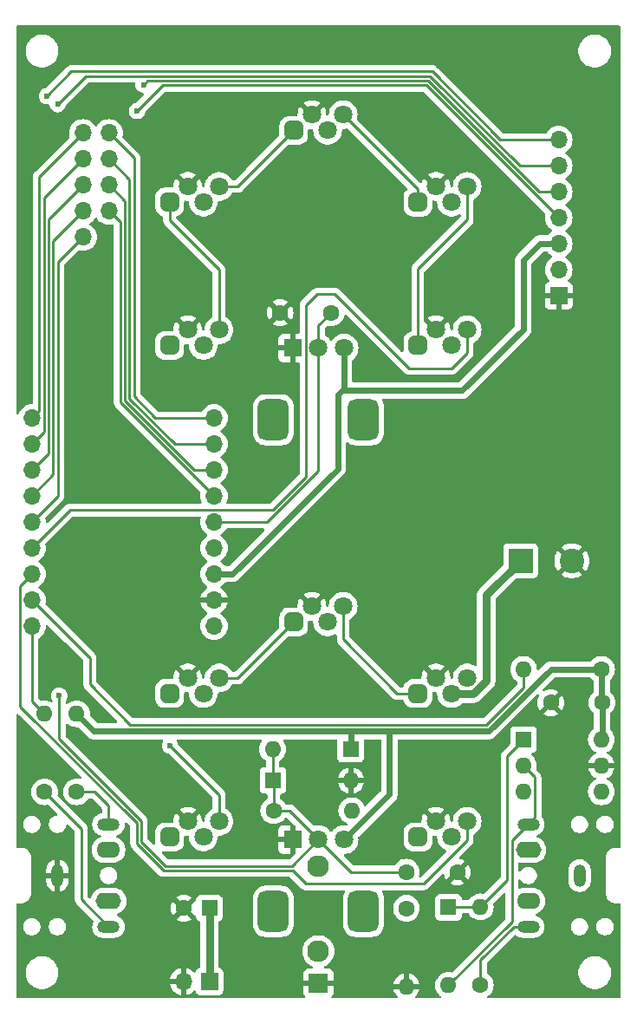
<source format=gbr>
%TF.GenerationSoftware,KiCad,Pcbnew,8.0.7*%
%TF.CreationDate,2025-02-23T13:29:02+00:00*%
%TF.ProjectId,WaveshareZeroKrell,57617665-7368-4617-9265-5a65726f4b72,rev?*%
%TF.SameCoordinates,Original*%
%TF.FileFunction,Copper,L1,Top*%
%TF.FilePolarity,Positive*%
%FSLAX46Y46*%
G04 Gerber Fmt 4.6, Leading zero omitted, Abs format (unit mm)*
G04 Created by KiCad (PCBNEW 8.0.7) date 2025-02-23 13:29:02*
%MOMM*%
%LPD*%
G01*
G04 APERTURE LIST*
G04 Aperture macros list*
%AMRoundRect*
0 Rectangle with rounded corners*
0 $1 Rounding radius*
0 $2 $3 $4 $5 $6 $7 $8 $9 X,Y pos of 4 corners*
0 Add a 4 corners polygon primitive as box body*
4,1,4,$2,$3,$4,$5,$6,$7,$8,$9,$2,$3,0*
0 Add four circle primitives for the rounded corners*
1,1,$1+$1,$2,$3*
1,1,$1+$1,$4,$5*
1,1,$1+$1,$6,$7*
1,1,$1+$1,$8,$9*
0 Add four rect primitives between the rounded corners*
20,1,$1+$1,$2,$3,$4,$5,0*
20,1,$1+$1,$4,$5,$6,$7,0*
20,1,$1+$1,$6,$7,$8,$9,0*
20,1,$1+$1,$8,$9,$2,$3,0*%
G04 Aperture macros list end*
%TA.AperFunction,ComponentPad*%
%ADD10O,1.700000X1.700000*%
%TD*%
%TA.AperFunction,ComponentPad*%
%ADD11R,1.930000X1.830000*%
%TD*%
%TA.AperFunction,ComponentPad*%
%ADD12C,2.130000*%
%TD*%
%TA.AperFunction,ComponentPad*%
%ADD13R,1.700000X1.700000*%
%TD*%
%TA.AperFunction,ComponentPad*%
%ADD14C,1.600000*%
%TD*%
%TA.AperFunction,ComponentPad*%
%ADD15O,1.600000X1.600000*%
%TD*%
%TA.AperFunction,ComponentPad*%
%ADD16R,1.600000X1.600000*%
%TD*%
%TA.AperFunction,ComponentPad*%
%ADD17O,2.200000X1.200000*%
%TD*%
%TA.AperFunction,ComponentPad*%
%ADD18O,2.300000X1.600000*%
%TD*%
%TA.AperFunction,ComponentPad*%
%ADD19O,1.200000X2.200000*%
%TD*%
%TA.AperFunction,ComponentPad*%
%ADD20O,2.500000X1.600000*%
%TD*%
%TA.AperFunction,ComponentPad*%
%ADD21R,2.400000X2.400000*%
%TD*%
%TA.AperFunction,ComponentPad*%
%ADD22C,2.400000*%
%TD*%
%TA.AperFunction,ComponentPad*%
%ADD23R,1.800000X1.800000*%
%TD*%
%TA.AperFunction,ComponentPad*%
%ADD24C,1.800000*%
%TD*%
%TA.AperFunction,ComponentPad*%
%ADD25RoundRect,0.750000X-0.750000X1.250000X-0.750000X-1.250000X0.750000X-1.250000X0.750000X1.250000X0*%
%TD*%
%TA.AperFunction,ComponentPad*%
%ADD26RoundRect,0.450000X-0.450000X-0.450000X0.450000X-0.450000X0.450000X0.450000X-0.450000X0.450000X0*%
%TD*%
%TA.AperFunction,ViaPad*%
%ADD27C,0.600000*%
%TD*%
%TA.AperFunction,Conductor*%
%ADD28C,0.250000*%
%TD*%
%TA.AperFunction,Conductor*%
%ADD29C,0.600000*%
%TD*%
%TA.AperFunction,Conductor*%
%ADD30C,0.800000*%
%TD*%
G04 APERTURE END LIST*
D10*
%TO.P,J1,1,Pin_1*%
%TO.N,Net-(J1-Pin_1)*%
X59540000Y-61000000D03*
%TO.P,J1,2,Pin_2*%
%TO.N,Net-(J1-Pin_2)*%
X59540000Y-63540000D03*
%TO.P,J1,3,Pin_3*%
%TO.N,/EXT_ALG_2*%
X59540000Y-66080000D03*
%TO.P,J1,4,Pin_4*%
%TO.N,/EXT_ALG_1*%
X59540000Y-68620000D03*
%TD*%
%TO.P,J2,1,Pin_1*%
%TO.N,Net-(J2-Pin_1)*%
X57000000Y-61000000D03*
%TO.P,J2,2,Pin_2*%
%TO.N,Net-(J2-Pin_2)*%
X57000000Y-63540000D03*
%TO.P,J2,3,Pin_3*%
%TO.N,Net-(J2-Pin_3)*%
X57000000Y-66080000D03*
%TO.P,J2,4,Pin_4*%
%TO.N,/EXT_IO_2*%
X57000000Y-68620000D03*
%TO.P,J2,5,Pin_5*%
%TO.N,/EXT_IO_1*%
X57000000Y-71160000D03*
%TD*%
D11*
%TO.P,J5,S*%
%TO.N,GND*%
X80000000Y-144000000D03*
D12*
%TO.P,J5,T*%
%TO.N,Net-(J5-PadT)*%
X80000000Y-132600000D03*
%TO.P,J5,TN*%
%TO.N,unconnected-(J5-PadTN)*%
X80000000Y-140900000D03*
%TD*%
D13*
%TO.P,J7,1,Pin_1*%
%TO.N,GND*%
X103475000Y-76890000D03*
D10*
%TO.P,J7,2,Pin_2*%
%TO.N,+5V*%
X103475000Y-74350000D03*
%TO.P,J7,3,Pin_3*%
%TO.N,+3V3*%
X103475000Y-71810000D03*
%TO.P,J7,4,Pin_4*%
%TO.N,/EXT_ALG_2*%
X103475000Y-69270000D03*
%TO.P,J7,5,Pin_5*%
%TO.N,/EXT_ALG_1*%
X103475000Y-66730000D03*
%TO.P,J7,6,Pin_6*%
%TO.N,/EXT_IO_2*%
X103475000Y-64190000D03*
%TO.P,J7,7,Pin_7*%
%TO.N,/EXT_IO_1*%
X103475000Y-61650000D03*
%TD*%
%TO.P,U1,1,+5V*%
%TO.N,+5V*%
X69800000Y-109145000D03*
%TO.P,U1,2,GND*%
%TO.N,GND*%
X69800000Y-106605000D03*
%TO.P,U1,3,+3V3*%
%TO.N,+3V3*%
X69800000Y-104065000D03*
%TO.P,U1,4,4*%
%TO.N,/ALG1*%
X69800000Y-101525000D03*
%TO.P,U1,5,5*%
%TO.N,/ALG2*%
X69800000Y-98985000D03*
%TO.P,U1,6,6*%
%TO.N,/EXT_ALG_1*%
X69800000Y-96445000D03*
%TO.P,U1,7,7*%
%TO.N,/EXT_ALG_2*%
X69800000Y-93905000D03*
%TO.P,U1,8,8*%
%TO.N,Net-(J1-Pin_2)*%
X69800000Y-91365000D03*
%TO.P,U1,9,9*%
%TO.N,Net-(J1-Pin_1)*%
X69800000Y-88825000D03*
%TO.P,U1,10,10*%
%TO.N,Net-(J2-Pin_1)*%
X52020000Y-88825000D03*
%TO.P,U1,11,11*%
%TO.N,Net-(J2-Pin_2)*%
X52020000Y-91365000D03*
%TO.P,U1,12,12*%
%TO.N,Net-(J2-Pin_3)*%
X52020000Y-93905000D03*
%TO.P,U1,13,13*%
%TO.N,/EXT_IO_2*%
X52020000Y-96445000D03*
%TO.P,U1,14,14*%
%TO.N,/EXT_IO_1*%
X52020000Y-98985000D03*
%TO.P,U1,15,15*%
%TO.N,/LED_DI_2*%
X52020000Y-101525000D03*
%TO.P,U1,16,16*%
%TO.N,/LED_DI_1*%
X52020000Y-104065000D03*
%TO.P,U1,17,17/RX*%
%TO.N,/RX*%
X52020000Y-106605000D03*
%TO.P,U1,18,18/TX*%
%TO.N,/TX*%
X52020000Y-109145000D03*
%TD*%
D13*
%TO.P,J4,1,Pin_1*%
%TO.N,+5V*%
X69350000Y-143850000D03*
D10*
%TO.P,J4,2,Pin_2*%
%TO.N,GND*%
X66810000Y-143850000D03*
%TD*%
D14*
%TO.P,R1,1*%
%TO.N,Net-(J6-PadR)*%
X95825000Y-144185000D03*
D15*
%TO.P,R1,2*%
%TO.N,Net-(D1-K)*%
X95825000Y-136565000D03*
%TD*%
D14*
%TO.P,R2,1*%
%TO.N,Net-(J3-PadR)*%
X56375000Y-125335000D03*
D15*
%TO.P,R2,2*%
%TO.N,+3V3*%
X56375000Y-117715000D03*
%TD*%
D16*
%TO.P,C2,1*%
%TO.N,+5V*%
X69357380Y-136700000D03*
D14*
%TO.P,C2,2*%
%TO.N,GND*%
X66857380Y-136700000D03*
%TD*%
%TO.P,R6,1*%
%TO.N,/ALG1*%
X88600000Y-136710000D03*
D15*
%TO.P,R6,2*%
%TO.N,GND*%
X88600000Y-144330000D03*
%TD*%
D14*
%TO.P,R5,1*%
%TO.N,/ALG1*%
X75640000Y-127175000D03*
D15*
%TO.P,R5,2*%
%TO.N,Net-(J5-PadT)*%
X83260000Y-127175000D03*
%TD*%
D14*
%TO.P,C3,1*%
%TO.N,/ALG1*%
X88575000Y-133175000D03*
%TO.P,C3,2*%
%TO.N,GND*%
X93575000Y-133175000D03*
%TD*%
%TO.P,R3,1*%
%TO.N,Net-(J3-PadT)*%
X53250000Y-125335000D03*
D15*
%TO.P,R3,2*%
%TO.N,/TX*%
X53250000Y-117715000D03*
%TD*%
D16*
%TO.P,D12,1,K*%
%TO.N,+3V3*%
X83150000Y-121165000D03*
D15*
%TO.P,D12,2,A*%
%TO.N,/ALG1*%
X75530000Y-121165000D03*
%TD*%
D17*
%TO.P,J3,R*%
%TO.N,Net-(J3-PadR)*%
X59500000Y-128500000D03*
D18*
%TO.P,J3,RN*%
%TO.N,N/C*%
X59500000Y-131000000D03*
D19*
%TO.P,J3,S*%
%TO.N,GND*%
X54500000Y-133500000D03*
D17*
%TO.P,J3,T*%
%TO.N,Net-(J3-PadT)*%
X59500000Y-138500000D03*
D20*
%TO.P,J3,TN*%
%TO.N,N/C*%
X59500000Y-136000000D03*
%TD*%
D21*
%TO.P,C1,1*%
%TO.N,+5V*%
X99750000Y-102775000D03*
D22*
%TO.P,C1,2*%
%TO.N,GND*%
X104750000Y-102775000D03*
%TD*%
D17*
%TO.P,J6,R*%
%TO.N,Net-(J6-PadR)*%
X100500000Y-138500000D03*
D18*
%TO.P,J6,RN*%
%TO.N,N/C*%
X100500000Y-136000000D03*
D19*
%TO.P,J6,S*%
%TO.N,unconnected-(J6-PadS)*%
X105500000Y-133500000D03*
D17*
%TO.P,J6,T*%
%TO.N,Net-(D1-A)*%
X100500000Y-128500000D03*
D20*
%TO.P,J6,TN*%
%TO.N,N/C*%
X100500000Y-131000000D03*
%TD*%
D16*
%TO.P,D1,1,K*%
%TO.N,Net-(D1-K)*%
X92700000Y-136615000D03*
D15*
%TO.P,D1,2,A*%
%TO.N,Net-(D1-A)*%
X92700000Y-144235000D03*
%TD*%
D14*
%TO.P,C5,1*%
%TO.N,/ALG2*%
X81250000Y-78550000D03*
%TO.P,C5,2*%
%TO.N,GND*%
X76250000Y-78550000D03*
%TD*%
D16*
%TO.P,U2,1*%
%TO.N,Net-(D1-K)*%
X100025000Y-120250000D03*
D15*
%TO.P,U2,2*%
%TO.N,Net-(D1-A)*%
X100025000Y-122790000D03*
%TO.P,U2,3*%
%TO.N,unconnected-(U2-Pad3)*%
X100025000Y-125330000D03*
%TO.P,U2,4*%
%TO.N,/RX*%
X107645000Y-125330000D03*
%TO.P,U2,5*%
%TO.N,GND*%
X107645000Y-122790000D03*
%TO.P,U2,6*%
%TO.N,+3V3*%
X107645000Y-120250000D03*
%TD*%
D14*
%TO.P,R4,1*%
%TO.N,+3V3*%
X107660000Y-113375000D03*
D15*
%TO.P,R4,2*%
%TO.N,/RX*%
X100040000Y-113375000D03*
%TD*%
D16*
%TO.P,D13,1,K*%
%TO.N,/ALG1*%
X75565000Y-124225000D03*
D15*
%TO.P,D13,2,A*%
%TO.N,GND*%
X83185000Y-124225000D03*
%TD*%
D14*
%TO.P,C4,1*%
%TO.N,+3V3*%
X107700000Y-116625000D03*
%TO.P,C4,2*%
%TO.N,GND*%
X102700000Y-116625000D03*
%TD*%
D23*
%TO.P,RV1,1,1*%
%TO.N,GND*%
X77500000Y-82000000D03*
D24*
%TO.P,RV1,2,2*%
%TO.N,/ALG2*%
X80000000Y-82000000D03*
%TO.P,RV1,3,3*%
%TO.N,+3V3*%
X82500000Y-82000000D03*
D25*
%TO.P,RV1,MP*%
%TO.N,N/C*%
X84400000Y-89000000D03*
X75600000Y-89000000D03*
%TD*%
D26*
%TO.P,D3,1,DO*%
%TO.N,Net-(D3-DO)*%
X89710000Y-115740000D03*
D24*
%TO.P,D3,2,GND*%
%TO.N,GND*%
X91488000Y-114216000D03*
%TO.P,D3,3,VDD*%
%TO.N,+5V*%
X93012000Y-115740000D03*
%TO.P,D3,4,DI*%
%TO.N,Net-(D2-DO)*%
X94536000Y-114216000D03*
%TD*%
D26*
%TO.P,D11,1,DO*%
%TO.N,unconnected-(D11-DO-Pad1)*%
X65470000Y-81740000D03*
D24*
%TO.P,D11,2,GND*%
%TO.N,GND*%
X67248000Y-80216000D03*
%TO.P,D11,3,VDD*%
%TO.N,+5V*%
X68772000Y-81740000D03*
%TO.P,D11,4,DI*%
%TO.N,Net-(D10-DO)*%
X70296000Y-80216000D03*
%TD*%
D26*
%TO.P,D10,1,DO*%
%TO.N,Net-(D10-DO)*%
X65470000Y-67740000D03*
D24*
%TO.P,D10,2,GND*%
%TO.N,GND*%
X67248000Y-66216000D03*
%TO.P,D10,3,VDD*%
%TO.N,+5V*%
X68772000Y-67740000D03*
%TO.P,D10,4,DI*%
%TO.N,Net-(D10-DI)*%
X70296000Y-66216000D03*
%TD*%
D26*
%TO.P,D7,1,DO*%
%TO.N,Net-(D7-DO)*%
X89710000Y-81740000D03*
D24*
%TO.P,D7,2,GND*%
%TO.N,GND*%
X91488000Y-80216000D03*
%TO.P,D7,3,VDD*%
%TO.N,+5V*%
X93012000Y-81740000D03*
%TO.P,D7,4,DI*%
%TO.N,/LED_DI_2*%
X94536000Y-80216000D03*
%TD*%
D26*
%TO.P,D4,1,DO*%
%TO.N,Net-(D4-DO)*%
X77590000Y-108740000D03*
D24*
%TO.P,D4,2,GND*%
%TO.N,GND*%
X79368000Y-107216000D03*
%TO.P,D4,3,VDD*%
%TO.N,+5V*%
X80892000Y-108740000D03*
%TO.P,D4,4,DI*%
%TO.N,Net-(D3-DO)*%
X82416000Y-107216000D03*
%TD*%
D26*
%TO.P,D5,1,DO*%
%TO.N,Net-(D5-DO)*%
X65470000Y-115740000D03*
D24*
%TO.P,D5,2,GND*%
%TO.N,GND*%
X67248000Y-114216000D03*
%TO.P,D5,3,VDD*%
%TO.N,+5V*%
X68772000Y-115740000D03*
%TO.P,D5,4,DI*%
%TO.N,Net-(D4-DO)*%
X70296000Y-114216000D03*
%TD*%
D26*
%TO.P,D9,1,DO*%
%TO.N,Net-(D10-DI)*%
X77590000Y-60740000D03*
D24*
%TO.P,D9,2,GND*%
%TO.N,GND*%
X79368000Y-59216000D03*
%TO.P,D9,3,VDD*%
%TO.N,+5V*%
X80892000Y-60740000D03*
%TO.P,D9,4,DI*%
%TO.N,Net-(D8-DO)*%
X82416000Y-59216000D03*
%TD*%
D26*
%TO.P,D6,1,DO*%
%TO.N,unconnected-(D6-DO-Pad1)*%
X65470000Y-129740000D03*
D24*
%TO.P,D6,2,GND*%
%TO.N,GND*%
X67248000Y-128216000D03*
%TO.P,D6,3,VDD*%
%TO.N,+5V*%
X68772000Y-129740000D03*
%TO.P,D6,4,DI*%
%TO.N,Net-(D5-DO)*%
X70296000Y-128216000D03*
%TD*%
D26*
%TO.P,D2,1,DO*%
%TO.N,Net-(D2-DO)*%
X89710000Y-129740000D03*
D24*
%TO.P,D2,2,GND*%
%TO.N,GND*%
X91488000Y-128216000D03*
%TO.P,D2,3,VDD*%
%TO.N,+5V*%
X93012000Y-129740000D03*
%TO.P,D2,4,DI*%
%TO.N,/LED_DI_1*%
X94536000Y-128216000D03*
%TD*%
D23*
%TO.P,RV2,1,1*%
%TO.N,GND*%
X77500000Y-130000000D03*
D24*
%TO.P,RV2,2,2*%
%TO.N,/ALG1*%
X80000000Y-130000000D03*
%TO.P,RV2,3,3*%
%TO.N,+3V3*%
X82500000Y-130000000D03*
D25*
%TO.P,RV2,MP*%
%TO.N,N/C*%
X84400000Y-137000000D03*
X75600000Y-137000000D03*
%TD*%
D26*
%TO.P,D8,1,DO*%
%TO.N,Net-(D8-DO)*%
X89710000Y-67740000D03*
D24*
%TO.P,D8,2,GND*%
%TO.N,GND*%
X91488000Y-66216000D03*
%TO.P,D8,3,VDD*%
%TO.N,+5V*%
X93012000Y-67740000D03*
%TO.P,D8,4,DI*%
%TO.N,Net-(D7-DO)*%
X94536000Y-66216000D03*
%TD*%
D27*
%TO.N,GND*%
X51275000Y-77200000D03*
X51300000Y-84325000D03*
X57725000Y-96175000D03*
X64625000Y-96200000D03*
X58750000Y-117775000D03*
X94550000Y-117325000D03*
X74200000Y-99925000D03*
X71550000Y-95125000D03*
X65650000Y-58400000D03*
X58875000Y-56925000D03*
X98150000Y-79350000D03*
X98175000Y-76025000D03*
X89850000Y-57500000D03*
%TO.N,/EXT_ALG_2*%
X62275000Y-58850000D03*
%TO.N,/EXT_ALG_1*%
X62925000Y-56300000D03*
%TO.N,/EXT_IO_2*%
X54525000Y-58175000D03*
%TO.N,/EXT_IO_1*%
X53475000Y-57400000D03*
%TO.N,GND*%
X96350000Y-131800000D03*
X66150000Y-73850000D03*
X74175000Y-131250000D03*
X98625000Y-53050000D03*
X91325000Y-69225000D03*
X57950000Y-77325000D03*
X53375000Y-114775000D03*
X104700000Y-119700000D03*
X65900000Y-123625000D03*
X61200000Y-113925000D03*
X84725000Y-65000000D03*
X53475000Y-110750000D03*
X108525000Y-59500000D03*
X63375000Y-67650000D03*
X106000000Y-114875000D03*
X80425000Y-127750000D03*
X64625000Y-99325000D03*
X95625000Y-70600000D03*
X98300000Y-85525000D03*
X71575000Y-117650000D03*
X74275000Y-117700000D03*
X86750000Y-135300000D03*
X94575000Y-111750000D03*
X87250000Y-62400000D03*
X75575000Y-73925000D03*
X107575000Y-108750000D03*
X88525000Y-127875000D03*
X94625000Y-87775000D03*
X91400000Y-116950000D03*
X94075000Y-124200000D03*
X96325000Y-121175000D03*
X101450000Y-100250000D03*
X51700000Y-120550000D03*
X99275000Y-140000000D03*
X71700000Y-78550000D03*
X85450000Y-131925000D03*
X85450000Y-129475000D03*
X74200000Y-134025000D03*
X71625000Y-87375000D03*
X71600000Y-83700000D03*
X83925000Y-117600000D03*
X63050000Y-117425000D03*
X55725000Y-112400000D03*
X102050000Y-121250000D03*
X90150000Y-91800000D03*
X57850000Y-110200000D03*
X59250000Y-71250000D03*
X97775000Y-136825000D03*
X94675000Y-83800000D03*
X65400000Y-109575000D03*
X71525000Y-112875000D03*
X82575000Y-112150000D03*
X89925000Y-121075000D03*
X92575000Y-76575000D03*
X70500000Y-110775000D03*
X96250000Y-126275000D03*
X71250000Y-131175000D03*
X74375000Y-110275000D03*
X85300000Y-120950000D03*
X104025000Y-125850000D03*
X98600000Y-107125000D03*
X71650000Y-125850000D03*
X98150000Y-94400000D03*
X74500000Y-83950000D03*
X74675000Y-103575000D03*
X61900000Y-53100000D03*
X71525000Y-122500000D03*
X59300000Y-122725000D03*
X97125000Y-116400000D03*
X54875000Y-123500000D03*
X84725000Y-82725000D03*
X85725000Y-115175000D03*
X88250000Y-89550000D03*
X65325000Y-103875000D03*
X56275000Y-119800000D03*
X87275000Y-113375000D03*
X74500000Y-113850000D03*
X84150000Y-109875000D03*
X77700000Y-124225000D03*
X85450000Y-97925000D03*
X75625000Y-66200000D03*
X80275000Y-102950000D03*
X57950000Y-84300000D03*
X78800000Y-99325000D03*
X83450000Y-92575000D03*
X79350000Y-117700000D03*
X81850000Y-135800000D03*
X54700000Y-107200000D03*
X93300000Y-142025000D03*
X92800000Y-72900000D03*
X71175000Y-70500000D03*
X96925000Y-142200000D03*
X76950000Y-134150000D03*
X108500000Y-69925000D03*
X84350000Y-69550000D03*
X71750000Y-73975000D03*
X107550000Y-89050000D03*
X71400000Y-100225000D03*
X79075000Y-110925000D03*
X101450000Y-94500000D03*
X100425000Y-83300000D03*
X77400000Y-92550000D03*
X75650000Y-69575000D03*
X98250000Y-111775000D03*
X88500000Y-72950000D03*
X97950000Y-100250000D03*
X63150000Y-120825000D03*
X80250000Y-114050000D03*
X87600000Y-80675000D03*
X57700000Y-99425000D03*
X74325000Y-122500000D03*
X80400000Y-53150000D03*
X79175000Y-120700000D03*
X99725000Y-118475000D03*
X95450000Y-104325000D03*
X74900000Y-96350000D03*
X73425000Y-62825000D03*
%TO.N,Net-(D5-DO)*%
X65500000Y-120825000D03*
%TO.N,/ALG1*%
X54675000Y-115950000D03*
%TD*%
D28*
%TO.N,Net-(J1-Pin_1)*%
X64089188Y-88825000D02*
X69800000Y-88825000D01*
X62000000Y-86735812D02*
X64089188Y-88825000D01*
X62000000Y-63460000D02*
X62000000Y-86735812D01*
X59540000Y-61000000D02*
X62000000Y-63460000D01*
%TO.N,Net-(J1-Pin_2)*%
X65992792Y-91365000D02*
X69800000Y-91365000D01*
X61550000Y-86922208D02*
X65992792Y-91365000D01*
X61550000Y-65550000D02*
X61550000Y-86922208D01*
X59540000Y-63540000D02*
X61550000Y-65550000D01*
%TO.N,/EXT_ALG_2*%
X67896396Y-93905000D02*
X69800000Y-93905000D01*
X61100000Y-87108604D02*
X67896396Y-93905000D01*
X61100000Y-67640000D02*
X61100000Y-87108604D01*
X59540000Y-66080000D02*
X61100000Y-67640000D01*
%TO.N,/EXT_IO_1*%
X91114188Y-55000000D02*
X97764188Y-61650000D01*
X97764188Y-61650000D02*
X103475000Y-61650000D01*
X55875000Y-55000000D02*
X91114188Y-55000000D01*
X53475000Y-57400000D02*
X55875000Y-55000000D01*
%TO.N,/EXT_IO_2*%
X99667792Y-64190000D02*
X103475000Y-64190000D01*
X57250000Y-55450000D02*
X90927792Y-55450000D01*
X90927792Y-55450000D02*
X99667792Y-64190000D01*
X54525000Y-58175000D02*
X57250000Y-55450000D01*
%TO.N,/EXT_ALG_1*%
X101571396Y-66730000D02*
X103475000Y-66730000D01*
X90741396Y-55900000D02*
X101571396Y-66730000D01*
X63325000Y-55900000D02*
X90741396Y-55900000D01*
X62925000Y-56300000D02*
X63325000Y-55900000D01*
%TO.N,/LED_DI_2*%
X94536000Y-82439000D02*
X94536000Y-80216000D01*
X93000000Y-83975000D02*
X94536000Y-82439000D01*
X79900000Y-76725000D02*
X81580000Y-76725000D01*
X78775000Y-77850000D02*
X79900000Y-76725000D01*
X78775000Y-94563604D02*
X78775000Y-77850000D01*
X81580000Y-76725000D02*
X88830000Y-83975000D01*
X88830000Y-83975000D02*
X93000000Y-83975000D01*
X75528604Y-97810000D02*
X78775000Y-94563604D01*
X55735000Y-97810000D02*
X75528604Y-97810000D01*
X52020000Y-101525000D02*
X55735000Y-97810000D01*
%TO.N,/ALG2*%
X80000000Y-79800000D02*
X81250000Y-78550000D01*
X80000000Y-82000000D02*
X80000000Y-79800000D01*
%TO.N,/EXT_ALG_2*%
X64325000Y-56800000D02*
X62275000Y-58850000D01*
X64325000Y-56800000D02*
X64775000Y-56350000D01*
X90555000Y-56350000D02*
X103475000Y-69270000D01*
X64775000Y-56350000D02*
X90555000Y-56350000D01*
D29*
%TO.N,+3V3*%
X100025000Y-73375000D02*
X101615000Y-71785000D01*
X100025000Y-80175000D02*
X100025000Y-73375000D01*
X94050000Y-86150000D02*
X100025000Y-80175000D01*
X101615000Y-71785000D02*
X103475000Y-71785000D01*
X82325000Y-86100000D02*
X82375000Y-86150000D01*
X82375000Y-86150000D02*
X94050000Y-86150000D01*
X82325000Y-86100000D02*
X82500000Y-85925000D01*
X81875000Y-86550000D02*
X82325000Y-86100000D01*
X82500000Y-85925000D02*
X82500000Y-82000000D01*
X81875000Y-93790000D02*
X81875000Y-86550000D01*
D30*
%TO.N,+5V*%
X69350000Y-143850000D02*
X69350000Y-136707380D01*
X96400000Y-106125000D02*
X96400000Y-114473321D01*
X99750000Y-102775000D02*
X96400000Y-106125000D01*
X96400000Y-114473321D02*
X95133321Y-115740000D01*
X95133321Y-115740000D02*
X93012000Y-115740000D01*
D29*
%TO.N,+3V3*%
X71600000Y-104065000D02*
X81875000Y-93790000D01*
X107700000Y-116625000D02*
X107700000Y-120195000D01*
X107660000Y-116585000D02*
X107700000Y-116625000D01*
X85150000Y-127350000D02*
X86925000Y-125575000D01*
X96675000Y-119400000D02*
X102700000Y-113375000D01*
X107660000Y-113375000D02*
X107660000Y-116585000D01*
X102700000Y-113375000D02*
X107660000Y-113375000D01*
X77575000Y-119400000D02*
X58060000Y-119400000D01*
X83175000Y-119400000D02*
X82450000Y-119400000D01*
X82450000Y-119400000D02*
X77575000Y-119400000D01*
X69800000Y-104065000D02*
X71600000Y-104065000D01*
X85450000Y-119400000D02*
X86925000Y-119400000D01*
X85150000Y-127350000D02*
X82500000Y-130000000D01*
X84950000Y-119400000D02*
X85450000Y-119400000D01*
X83175000Y-119400000D02*
X83150000Y-119425000D01*
X107645000Y-116680000D02*
X107700000Y-116625000D01*
X58060000Y-119400000D02*
X56375000Y-117715000D01*
X83150000Y-119425000D02*
X83150000Y-121165000D01*
X86925000Y-125575000D02*
X86925000Y-119400000D01*
X86925000Y-119400000D02*
X96675000Y-119400000D01*
X84950000Y-119400000D02*
X83175000Y-119400000D01*
X107700000Y-120195000D02*
X107645000Y-120250000D01*
D28*
%TO.N,Net-(D1-A)*%
X100025000Y-122790000D02*
X101150000Y-123915000D01*
X101150000Y-127825000D02*
X98900000Y-130075000D01*
X101150000Y-124400000D02*
X101150000Y-127825000D01*
X98900000Y-138035000D02*
X92700000Y-144235000D01*
X101150000Y-123915000D02*
X101150000Y-124400000D01*
X98900000Y-130075000D02*
X98900000Y-138035000D01*
%TO.N,Net-(D1-K)*%
X92750000Y-136565000D02*
X92700000Y-136615000D01*
X98450000Y-121925000D02*
X98450000Y-121825000D01*
X95825000Y-136565000D02*
X92750000Y-136565000D01*
X98450000Y-121925000D02*
X98450000Y-133940000D01*
X95050000Y-136625000D02*
X95100000Y-136575000D01*
X98450000Y-133940000D02*
X95825000Y-136565000D01*
X98450000Y-121825000D02*
X100025000Y-120250000D01*
%TO.N,/LED_DI_1*%
X94536000Y-130025000D02*
X94536000Y-128216000D01*
X77500000Y-133019302D02*
X78780698Y-134300000D01*
X50845000Y-116995000D02*
X62250000Y-128400000D01*
X62250000Y-130375000D02*
X64894302Y-133019302D01*
X90261000Y-134300000D02*
X94536000Y-130025000D01*
X52020000Y-104065000D02*
X50845000Y-105240000D01*
X62250000Y-128400000D02*
X62250000Y-130375000D01*
X64894302Y-133019302D02*
X77500000Y-133019302D01*
X50845000Y-105240000D02*
X50845000Y-116995000D01*
X78780698Y-134300000D02*
X90261000Y-134300000D01*
%TO.N,Net-(D3-DO)*%
X82416000Y-110446000D02*
X87710000Y-115740000D01*
X87710000Y-115740000D02*
X89710000Y-115740000D01*
X82416000Y-107216000D02*
X82416000Y-110446000D01*
%TO.N,Net-(D4-DO)*%
X70296000Y-114216000D02*
X72114000Y-114216000D01*
X72114000Y-114216000D02*
X77590000Y-108740000D01*
%TO.N,Net-(D5-DO)*%
X65500000Y-120825000D02*
X70296000Y-125621000D01*
X70296000Y-125621000D02*
X70296000Y-128216000D01*
%TO.N,Net-(D7-DO)*%
X89710000Y-74265000D02*
X89710000Y-81740000D01*
X94536000Y-69439000D02*
X89710000Y-74265000D01*
X94536000Y-66216000D02*
X94536000Y-69439000D01*
%TO.N,Net-(D8-DO)*%
X89710000Y-66510000D02*
X89710000Y-67740000D01*
X82416000Y-59216000D02*
X89710000Y-66510000D01*
%TO.N,Net-(D10-DI)*%
X70296000Y-66216000D02*
X72114000Y-66216000D01*
X72114000Y-66216000D02*
X77590000Y-60740000D01*
%TO.N,Net-(D10-DO)*%
X65470000Y-69545000D02*
X70296000Y-74371000D01*
X70296000Y-74371000D02*
X70296000Y-80216000D01*
X65470000Y-69545000D02*
X65470000Y-67740000D01*
%TO.N,Net-(J2-Pin_1)*%
X52020000Y-88825000D02*
X52050000Y-88825000D01*
X52745000Y-88130000D02*
X52745000Y-65255000D01*
X52050000Y-88825000D02*
X52745000Y-88130000D01*
X52745000Y-65255000D02*
X57000000Y-61000000D01*
%TO.N,Net-(J2-Pin_3)*%
X53645000Y-69435000D02*
X53645000Y-92280000D01*
X57000000Y-66080000D02*
X53645000Y-69435000D01*
X53645000Y-92280000D02*
X52020000Y-93905000D01*
%TO.N,Net-(J2-Pin_2)*%
X52020000Y-91365000D02*
X53195000Y-90190000D01*
X53195000Y-67345000D02*
X57000000Y-63540000D01*
X53195000Y-90190000D02*
X53195000Y-67345000D01*
%TO.N,/EXT_IO_2*%
X54095000Y-71525000D02*
X57000000Y-68620000D01*
X54095000Y-94370000D02*
X54095000Y-71525000D01*
X52020000Y-96445000D02*
X54095000Y-94370000D01*
%TO.N,/ALG1*%
X75530000Y-124190000D02*
X75565000Y-124225000D01*
X75565000Y-124390000D02*
X75640000Y-124465000D01*
X88575000Y-136685000D02*
X88600000Y-136710000D01*
X75640000Y-124465000D02*
X75640000Y-127175000D01*
X83175000Y-133175000D02*
X82925000Y-132925000D01*
X54675000Y-115950000D02*
X54675000Y-120188604D01*
X80000000Y-130000000D02*
X82925000Y-132925000D01*
X77430698Y-132569302D02*
X80000000Y-130000000D01*
X75640000Y-127175000D02*
X77175000Y-127175000D01*
X88575000Y-133175000D02*
X83175000Y-133175000D01*
X62700000Y-128213604D02*
X62700000Y-130188604D01*
X65080698Y-132569302D02*
X77430698Y-132569302D01*
X62700000Y-130188604D02*
X65080698Y-132569302D01*
X75530000Y-121165000D02*
X75530000Y-124190000D01*
X77175000Y-127175000D02*
X80000000Y-130000000D01*
X75565000Y-124225000D02*
X75565000Y-124390000D01*
X54675000Y-120188604D02*
X62700000Y-128213604D01*
%TO.N,/ALG2*%
X80000000Y-93975000D02*
X80000000Y-82000000D01*
X69800000Y-98985000D02*
X74990000Y-98985000D01*
X74990000Y-98985000D02*
X80000000Y-93975000D01*
X80025000Y-81975000D02*
X80000000Y-82000000D01*
%TO.N,/TX*%
X52020000Y-109145000D02*
X52020000Y-116485000D01*
X52020000Y-116485000D02*
X53250000Y-117715000D01*
%TO.N,/RX*%
X61600000Y-118775000D02*
X96416116Y-118775000D01*
X96416116Y-118775000D02*
X100040000Y-115151116D01*
X52020000Y-106605000D02*
X57670000Y-112255000D01*
X57670000Y-112255000D02*
X57670000Y-114845000D01*
X57670000Y-114845000D02*
X61600000Y-118775000D01*
X100040000Y-115151116D02*
X100040000Y-113375000D01*
%TO.N,/EXT_ALG_1*%
X60650000Y-69730000D02*
X60650000Y-87295000D01*
X59540000Y-68620000D02*
X60650000Y-69730000D01*
X60650000Y-87295000D02*
X69800000Y-96445000D01*
%TO.N,/EXT_IO_1*%
X54545000Y-73615000D02*
X54545000Y-96460000D01*
X54545000Y-96460000D02*
X52020000Y-98985000D01*
X57000000Y-71160000D02*
X54545000Y-73615000D01*
%TO.N,Net-(J3-PadR)*%
X59500000Y-126700000D02*
X59500000Y-128500000D01*
X58135000Y-125335000D02*
X59500000Y-126700000D01*
X56375000Y-125335000D02*
X58135000Y-125335000D01*
%TO.N,Net-(J3-PadT)*%
X53250000Y-125335000D02*
X56832500Y-128917500D01*
X56832500Y-135832500D02*
X59500000Y-138500000D01*
X56832500Y-128917500D02*
X56832500Y-135832500D01*
%TO.N,Net-(J6-PadR)*%
X95825000Y-144185000D02*
X95825000Y-141746396D01*
X100475000Y-138500000D02*
X99710000Y-138500000D01*
X95825000Y-141746396D02*
X99071396Y-138500000D01*
X99071396Y-138500000D02*
X100500000Y-138500000D01*
%TD*%
%TA.AperFunction,Conductor*%
%TO.N,GND*%
G36*
X109442539Y-50520185D02*
G01*
X109488294Y-50572989D01*
X109499500Y-50624500D01*
X109499500Y-130675500D01*
X109479815Y-130742539D01*
X109427011Y-130788294D01*
X109375500Y-130799500D01*
X108911306Y-130799500D01*
X108737341Y-130834103D01*
X108737332Y-130834106D01*
X108573459Y-130901983D01*
X108573446Y-130901990D01*
X108425965Y-131000535D01*
X108425961Y-131000538D01*
X108300538Y-131125961D01*
X108300535Y-131125965D01*
X108201990Y-131273446D01*
X108201983Y-131273459D01*
X108134106Y-131437332D01*
X108134103Y-131437341D01*
X108099500Y-131611304D01*
X108099500Y-135388695D01*
X108134103Y-135562658D01*
X108134106Y-135562667D01*
X108201983Y-135726540D01*
X108201990Y-135726553D01*
X108300535Y-135874034D01*
X108300538Y-135874038D01*
X108425961Y-135999461D01*
X108425965Y-135999464D01*
X108573446Y-136098009D01*
X108573459Y-136098016D01*
X108647756Y-136128790D01*
X108737334Y-136165894D01*
X108737336Y-136165894D01*
X108737341Y-136165896D01*
X108911304Y-136200499D01*
X108911307Y-136200500D01*
X108911309Y-136200500D01*
X108934108Y-136200500D01*
X109375500Y-136200500D01*
X109442539Y-136220185D01*
X109488294Y-136272989D01*
X109499500Y-136324500D01*
X109499500Y-145375500D01*
X109479815Y-145442539D01*
X109427011Y-145488294D01*
X109375500Y-145499500D01*
X96608330Y-145499500D01*
X96541291Y-145479815D01*
X96495536Y-145427011D01*
X96485592Y-145357853D01*
X96514617Y-145294297D01*
X96537207Y-145273925D01*
X96592731Y-145235047D01*
X96664139Y-145185047D01*
X96825047Y-145024139D01*
X96955568Y-144837734D01*
X97051739Y-144631496D01*
X97110635Y-144411692D01*
X97130468Y-144185000D01*
X97110635Y-143958308D01*
X97051739Y-143738504D01*
X96955568Y-143532266D01*
X96853507Y-143386507D01*
X96825045Y-143345858D01*
X96664140Y-143184953D01*
X96503377Y-143072386D01*
X96459752Y-143017809D01*
X96450500Y-142970811D01*
X96450500Y-142874038D01*
X105399500Y-142874038D01*
X105399500Y-143125961D01*
X105438910Y-143374785D01*
X105516760Y-143614383D01*
X105548929Y-143677517D01*
X105622582Y-143822069D01*
X105631132Y-143838848D01*
X105779201Y-144042649D01*
X105779205Y-144042654D01*
X105957345Y-144220794D01*
X105957350Y-144220798D01*
X106088282Y-144315925D01*
X106161155Y-144368870D01*
X106304184Y-144441747D01*
X106385616Y-144483239D01*
X106385618Y-144483239D01*
X106385621Y-144483241D01*
X106625215Y-144561090D01*
X106874038Y-144600500D01*
X106874039Y-144600500D01*
X107125961Y-144600500D01*
X107125962Y-144600500D01*
X107374785Y-144561090D01*
X107614379Y-144483241D01*
X107838845Y-144368870D01*
X108042656Y-144220793D01*
X108220793Y-144042656D01*
X108368870Y-143838845D01*
X108483241Y-143614379D01*
X108561090Y-143374785D01*
X108600500Y-143125962D01*
X108600500Y-142874038D01*
X108561090Y-142625215D01*
X108483241Y-142385621D01*
X108483239Y-142385618D01*
X108483239Y-142385616D01*
X108439199Y-142299184D01*
X108368870Y-142161155D01*
X108259339Y-142010398D01*
X108220798Y-141957350D01*
X108220794Y-141957345D01*
X108042654Y-141779205D01*
X108042649Y-141779201D01*
X107838848Y-141631132D01*
X107838847Y-141631131D01*
X107838845Y-141631130D01*
X107768747Y-141595413D01*
X107614383Y-141516760D01*
X107374785Y-141438910D01*
X107125962Y-141399500D01*
X106874038Y-141399500D01*
X106749626Y-141419205D01*
X106625214Y-141438910D01*
X106385616Y-141516760D01*
X106161151Y-141631132D01*
X105957350Y-141779201D01*
X105957345Y-141779205D01*
X105779205Y-141957345D01*
X105779201Y-141957350D01*
X105631132Y-142161151D01*
X105516760Y-142385616D01*
X105438910Y-142625214D01*
X105399500Y-142874038D01*
X96450500Y-142874038D01*
X96450500Y-142056848D01*
X96470185Y-141989809D01*
X96486819Y-141969167D01*
X97555986Y-140900000D01*
X99112220Y-139343765D01*
X99173541Y-139310282D01*
X99243233Y-139315266D01*
X99280431Y-139337158D01*
X99283069Y-139339411D01*
X99283072Y-139339414D01*
X99423212Y-139441232D01*
X99577555Y-139519873D01*
X99742299Y-139573402D01*
X99913389Y-139600500D01*
X99913390Y-139600500D01*
X101086610Y-139600500D01*
X101086611Y-139600500D01*
X101257701Y-139573402D01*
X101422445Y-139519873D01*
X101576788Y-139441232D01*
X101716928Y-139339414D01*
X101839414Y-139216928D01*
X101941232Y-139076788D01*
X102019873Y-138922445D01*
X102073402Y-138757701D01*
X102100500Y-138586611D01*
X102100500Y-138416228D01*
X104649500Y-138416228D01*
X104649500Y-138583771D01*
X104682182Y-138748074D01*
X104682184Y-138748082D01*
X104746295Y-138902860D01*
X104839373Y-139042162D01*
X104957837Y-139160626D01*
X105050494Y-139222537D01*
X105097137Y-139253703D01*
X105251918Y-139317816D01*
X105382384Y-139343767D01*
X105416228Y-139350499D01*
X105416232Y-139350500D01*
X105416233Y-139350500D01*
X105583768Y-139350500D01*
X105583769Y-139350499D01*
X105748082Y-139317816D01*
X105902863Y-139253703D01*
X106042162Y-139160626D01*
X106160626Y-139042162D01*
X106253703Y-138902863D01*
X106317816Y-138748082D01*
X106350500Y-138583767D01*
X106350500Y-138416233D01*
X106350499Y-138416228D01*
X107149500Y-138416228D01*
X107149500Y-138583771D01*
X107182182Y-138748074D01*
X107182184Y-138748082D01*
X107246295Y-138902860D01*
X107339373Y-139042162D01*
X107457837Y-139160626D01*
X107550494Y-139222537D01*
X107597137Y-139253703D01*
X107751918Y-139317816D01*
X107882384Y-139343767D01*
X107916228Y-139350499D01*
X107916232Y-139350500D01*
X107916233Y-139350500D01*
X108083768Y-139350500D01*
X108083769Y-139350499D01*
X108248082Y-139317816D01*
X108402863Y-139253703D01*
X108542162Y-139160626D01*
X108660626Y-139042162D01*
X108753703Y-138902863D01*
X108817816Y-138748082D01*
X108850500Y-138583767D01*
X108850500Y-138416233D01*
X108817816Y-138251918D01*
X108753703Y-138097137D01*
X108700042Y-138016828D01*
X108660626Y-137957837D01*
X108542162Y-137839373D01*
X108402860Y-137746295D01*
X108248082Y-137682184D01*
X108248074Y-137682182D01*
X108083771Y-137649500D01*
X108083767Y-137649500D01*
X107916233Y-137649500D01*
X107916228Y-137649500D01*
X107751925Y-137682182D01*
X107751917Y-137682184D01*
X107597139Y-137746295D01*
X107457837Y-137839373D01*
X107339373Y-137957837D01*
X107246295Y-138097139D01*
X107182184Y-138251917D01*
X107182182Y-138251925D01*
X107149500Y-138416228D01*
X106350499Y-138416228D01*
X106317816Y-138251918D01*
X106253703Y-138097137D01*
X106200042Y-138016828D01*
X106160626Y-137957837D01*
X106042162Y-137839373D01*
X105902860Y-137746295D01*
X105748082Y-137682184D01*
X105748074Y-137682182D01*
X105583771Y-137649500D01*
X105583767Y-137649500D01*
X105416233Y-137649500D01*
X105416228Y-137649500D01*
X105251925Y-137682182D01*
X105251917Y-137682184D01*
X105097139Y-137746295D01*
X104957837Y-137839373D01*
X104839373Y-137957837D01*
X104746295Y-138097139D01*
X104682184Y-138251917D01*
X104682182Y-138251925D01*
X104649500Y-138416228D01*
X102100500Y-138416228D01*
X102100500Y-138413389D01*
X102073402Y-138242299D01*
X102019873Y-138077555D01*
X101941232Y-137923212D01*
X101839414Y-137783072D01*
X101716928Y-137660586D01*
X101576788Y-137558768D01*
X101422445Y-137480127D01*
X101325746Y-137448707D01*
X101268071Y-137409270D01*
X101240873Y-137344912D01*
X101252788Y-137276065D01*
X101300032Y-137224590D01*
X101325746Y-137212846D01*
X101349219Y-137205220D01*
X101531610Y-137112287D01*
X101670337Y-137011497D01*
X101697213Y-136991971D01*
X101697215Y-136991968D01*
X101697219Y-136991966D01*
X101841966Y-136847219D01*
X101841968Y-136847215D01*
X101841971Y-136847213D01*
X101910666Y-136752661D01*
X101962287Y-136681610D01*
X102055220Y-136499219D01*
X102118477Y-136304534D01*
X102150500Y-136102352D01*
X102150500Y-135897648D01*
X102148754Y-135886623D01*
X102118477Y-135695465D01*
X102070694Y-135548405D01*
X102055220Y-135500781D01*
X102055218Y-135500778D01*
X102055218Y-135500776D01*
X102021413Y-135434431D01*
X101962287Y-135318390D01*
X101948251Y-135299071D01*
X101841971Y-135152786D01*
X101697213Y-135008028D01*
X101531613Y-134887715D01*
X101531612Y-134887714D01*
X101531610Y-134887713D01*
X101466051Y-134854309D01*
X101349223Y-134794781D01*
X101154534Y-134731522D01*
X100979995Y-134703878D01*
X100952352Y-134699500D01*
X100047648Y-134699500D01*
X99980254Y-134710174D01*
X99845464Y-134731523D01*
X99845461Y-134731523D01*
X99687818Y-134782745D01*
X99617977Y-134784740D01*
X99558144Y-134748660D01*
X99527316Y-134685959D01*
X99525500Y-134664814D01*
X99525500Y-133981189D01*
X99545185Y-133914150D01*
X99597989Y-133868395D01*
X99667147Y-133858451D01*
X99730703Y-133887476D01*
X99752602Y-133912299D01*
X99839370Y-134042157D01*
X99839376Y-134042165D01*
X99957837Y-134160626D01*
X100016765Y-134200000D01*
X100097137Y-134253703D01*
X100251918Y-134317816D01*
X100416228Y-134350499D01*
X100416232Y-134350500D01*
X100416233Y-134350500D01*
X100583768Y-134350500D01*
X100583769Y-134350499D01*
X100748082Y-134317816D01*
X100902863Y-134253703D01*
X101042162Y-134160626D01*
X101160626Y-134042162D01*
X101253703Y-133902863D01*
X101317816Y-133748082D01*
X101350500Y-133583767D01*
X101350500Y-133416233D01*
X101317816Y-133251918D01*
X101253703Y-133097137D01*
X101222537Y-133050494D01*
X101160626Y-132957837D01*
X101116178Y-132913389D01*
X104399500Y-132913389D01*
X104399500Y-134086610D01*
X104426015Y-134254025D01*
X104426598Y-134257701D01*
X104480127Y-134422445D01*
X104558768Y-134576788D01*
X104660586Y-134716928D01*
X104783072Y-134839414D01*
X104923212Y-134941232D01*
X105077555Y-135019873D01*
X105242299Y-135073402D01*
X105413389Y-135100500D01*
X105413390Y-135100500D01*
X105586610Y-135100500D01*
X105586611Y-135100500D01*
X105757701Y-135073402D01*
X105922445Y-135019873D01*
X106076788Y-134941232D01*
X106216928Y-134839414D01*
X106339414Y-134716928D01*
X106441232Y-134576788D01*
X106519873Y-134422445D01*
X106573402Y-134257701D01*
X106600500Y-134086611D01*
X106600500Y-132913389D01*
X106573402Y-132742299D01*
X106519873Y-132577555D01*
X106441232Y-132423212D01*
X106339414Y-132283072D01*
X106216928Y-132160586D01*
X106076788Y-132058768D01*
X105922445Y-131980127D01*
X105757701Y-131926598D01*
X105757699Y-131926597D01*
X105757698Y-131926597D01*
X105626271Y-131905781D01*
X105586611Y-131899500D01*
X105413389Y-131899500D01*
X105373728Y-131905781D01*
X105242302Y-131926597D01*
X105077552Y-131980128D01*
X104923211Y-132058768D01*
X104849554Y-132112284D01*
X104783072Y-132160586D01*
X104783070Y-132160588D01*
X104783069Y-132160588D01*
X104660588Y-132283069D01*
X104660588Y-132283070D01*
X104660586Y-132283072D01*
X104660350Y-132283397D01*
X104558768Y-132423211D01*
X104480128Y-132577552D01*
X104426597Y-132742302D01*
X104399500Y-132913389D01*
X101116178Y-132913389D01*
X101042162Y-132839373D01*
X100902860Y-132746295D01*
X100748082Y-132682184D01*
X100748074Y-132682182D01*
X100583771Y-132649500D01*
X100583767Y-132649500D01*
X100416233Y-132649500D01*
X100416228Y-132649500D01*
X100251925Y-132682182D01*
X100251917Y-132682184D01*
X100097139Y-132746295D01*
X99957837Y-132839373D01*
X99839376Y-132957834D01*
X99839373Y-132957838D01*
X99752602Y-133087701D01*
X99698990Y-133132506D01*
X99629665Y-133141213D01*
X99566638Y-133111059D01*
X99529918Y-133051616D01*
X99525500Y-133018810D01*
X99525500Y-132367677D01*
X99545185Y-132300638D01*
X99597989Y-132254883D01*
X99667147Y-132244939D01*
X99687815Y-132249745D01*
X99703628Y-132254883D01*
X99745465Y-132268477D01*
X99837595Y-132283069D01*
X99947648Y-132300500D01*
X99947649Y-132300500D01*
X101052351Y-132300500D01*
X101052352Y-132300500D01*
X101254534Y-132268477D01*
X101449219Y-132205220D01*
X101631610Y-132112287D01*
X101725007Y-132044431D01*
X101797213Y-131991971D01*
X101797215Y-131991968D01*
X101797219Y-131991966D01*
X101941966Y-131847219D01*
X101941968Y-131847215D01*
X101941971Y-131847213D01*
X102030836Y-131724899D01*
X102062287Y-131681610D01*
X102155220Y-131499219D01*
X102218477Y-131304534D01*
X102250500Y-131102352D01*
X102250500Y-130897648D01*
X102245036Y-130863153D01*
X102218477Y-130695465D01*
X102173635Y-130557456D01*
X102155220Y-130500781D01*
X102155218Y-130500778D01*
X102155218Y-130500776D01*
X102103920Y-130400099D01*
X102062287Y-130318390D01*
X102054017Y-130307007D01*
X101941971Y-130152786D01*
X101797213Y-130008028D01*
X101631613Y-129887715D01*
X101631612Y-129887714D01*
X101631610Y-129887713D01*
X101545630Y-129843903D01*
X101449222Y-129794781D01*
X101375746Y-129770907D01*
X101318071Y-129731469D01*
X101290873Y-129667110D01*
X101302788Y-129598264D01*
X101350033Y-129546788D01*
X101375737Y-129535049D01*
X101422445Y-129519873D01*
X101576788Y-129441232D01*
X101716928Y-129339414D01*
X101839414Y-129216928D01*
X101941232Y-129076788D01*
X102019873Y-128922445D01*
X102073402Y-128757701D01*
X102100500Y-128586611D01*
X102100500Y-128416228D01*
X104649500Y-128416228D01*
X104649500Y-128583771D01*
X104682182Y-128748074D01*
X104682184Y-128748082D01*
X104746295Y-128902860D01*
X104839373Y-129042162D01*
X104957837Y-129160626D01*
X105045323Y-129219082D01*
X105097137Y-129253703D01*
X105251918Y-129317816D01*
X105416228Y-129350499D01*
X105416232Y-129350500D01*
X105416233Y-129350500D01*
X105583768Y-129350500D01*
X105583769Y-129350499D01*
X105748082Y-129317816D01*
X105902863Y-129253703D01*
X106042162Y-129160626D01*
X106160626Y-129042162D01*
X106253703Y-128902863D01*
X106317816Y-128748082D01*
X106350500Y-128583767D01*
X106350500Y-128416233D01*
X106350499Y-128416228D01*
X107149500Y-128416228D01*
X107149500Y-128583771D01*
X107182182Y-128748074D01*
X107182184Y-128748082D01*
X107246295Y-128902860D01*
X107339373Y-129042162D01*
X107457837Y-129160626D01*
X107545323Y-129219082D01*
X107597137Y-129253703D01*
X107751918Y-129317816D01*
X107916228Y-129350499D01*
X107916232Y-129350500D01*
X107916233Y-129350500D01*
X108083768Y-129350500D01*
X108083769Y-129350499D01*
X108248082Y-129317816D01*
X108402863Y-129253703D01*
X108542162Y-129160626D01*
X108660626Y-129042162D01*
X108753703Y-128902863D01*
X108817816Y-128748082D01*
X108850500Y-128583767D01*
X108850500Y-128416233D01*
X108817816Y-128251918D01*
X108753703Y-128097137D01*
X108709611Y-128031149D01*
X108660626Y-127957837D01*
X108542162Y-127839373D01*
X108402860Y-127746295D01*
X108248082Y-127682184D01*
X108248074Y-127682182D01*
X108083771Y-127649500D01*
X108083767Y-127649500D01*
X107916233Y-127649500D01*
X107916228Y-127649500D01*
X107751925Y-127682182D01*
X107751917Y-127682184D01*
X107597139Y-127746295D01*
X107457837Y-127839373D01*
X107339373Y-127957837D01*
X107246295Y-128097139D01*
X107182184Y-128251917D01*
X107182182Y-128251925D01*
X107149500Y-128416228D01*
X106350499Y-128416228D01*
X106317816Y-128251918D01*
X106253703Y-128097137D01*
X106209611Y-128031149D01*
X106160626Y-127957837D01*
X106042162Y-127839373D01*
X105902860Y-127746295D01*
X105748082Y-127682184D01*
X105748074Y-127682182D01*
X105583771Y-127649500D01*
X105583767Y-127649500D01*
X105416233Y-127649500D01*
X105416228Y-127649500D01*
X105251925Y-127682182D01*
X105251917Y-127682184D01*
X105097139Y-127746295D01*
X104957837Y-127839373D01*
X104839373Y-127957837D01*
X104746295Y-128097139D01*
X104682184Y-128251917D01*
X104682182Y-128251925D01*
X104649500Y-128416228D01*
X102100500Y-128416228D01*
X102100500Y-128413389D01*
X102073402Y-128242299D01*
X102019873Y-128077555D01*
X101941232Y-127923212D01*
X101839414Y-127783072D01*
X101811819Y-127755477D01*
X101778334Y-127694154D01*
X101775500Y-127667796D01*
X101775500Y-123853393D01*
X101773967Y-123845689D01*
X101773965Y-123845679D01*
X101762600Y-123788534D01*
X101762600Y-123788533D01*
X101751464Y-123732553D01*
X101751463Y-123732552D01*
X101751463Y-123732548D01*
X101704311Y-123618714D01*
X101704310Y-123618713D01*
X101704307Y-123618707D01*
X101635858Y-123516267D01*
X101635855Y-123516263D01*
X101545637Y-123426045D01*
X101545606Y-123426016D01*
X101324412Y-123204822D01*
X101290927Y-123143499D01*
X101292318Y-123085048D01*
X101310635Y-123016692D01*
X101330468Y-122790000D01*
X101310635Y-122563308D01*
X101251739Y-122343504D01*
X101155568Y-122137266D01*
X101025047Y-121950861D01*
X101025045Y-121950858D01*
X100864143Y-121789956D01*
X100839536Y-121772726D01*
X100795912Y-121718149D01*
X100788719Y-121648650D01*
X100820241Y-121586296D01*
X100880471Y-121550882D01*
X100897404Y-121547861D01*
X100932483Y-121544091D01*
X101067331Y-121493796D01*
X101182546Y-121407546D01*
X101268796Y-121292331D01*
X101319091Y-121157483D01*
X101325500Y-121097873D01*
X101325499Y-119402128D01*
X101319091Y-119342517D01*
X101268796Y-119207669D01*
X101268795Y-119207668D01*
X101268793Y-119207664D01*
X101182547Y-119092455D01*
X101182544Y-119092452D01*
X101067335Y-119006206D01*
X101067328Y-119006202D01*
X100932482Y-118955908D01*
X100932483Y-118955908D01*
X100872883Y-118949501D01*
X100872881Y-118949500D01*
X100872873Y-118949500D01*
X100872864Y-118949500D01*
X99177129Y-118949500D01*
X99177123Y-118949501D01*
X99117516Y-118955908D01*
X98982671Y-119006202D01*
X98982664Y-119006206D01*
X98867455Y-119092452D01*
X98867452Y-119092455D01*
X98781206Y-119207664D01*
X98781202Y-119207671D01*
X98730908Y-119342517D01*
X98724501Y-119402116D01*
X98724501Y-119402123D01*
X98724500Y-119402135D01*
X98724500Y-120614546D01*
X98704815Y-120681585D01*
X98688181Y-120702227D01*
X98301270Y-121089139D01*
X98051269Y-121339140D01*
X98051267Y-121339142D01*
X98009843Y-121380566D01*
X97964142Y-121426266D01*
X97931247Y-121475498D01*
X97931246Y-121475500D01*
X97895687Y-121528714D01*
X97884606Y-121555468D01*
X97869662Y-121591547D01*
X97848538Y-121642544D01*
X97848535Y-121642556D01*
X97824500Y-121763389D01*
X97824500Y-133629546D01*
X97804815Y-133696585D01*
X97788181Y-133717227D01*
X96239821Y-135265586D01*
X96178498Y-135299071D01*
X96120048Y-135297680D01*
X96051697Y-135279366D01*
X96051693Y-135279365D01*
X96051692Y-135279365D01*
X95938346Y-135269448D01*
X95825001Y-135259532D01*
X95824998Y-135259532D01*
X95598313Y-135279364D01*
X95598302Y-135279366D01*
X95378511Y-135338258D01*
X95378502Y-135338261D01*
X95172267Y-135434431D01*
X95172265Y-135434432D01*
X94985858Y-135564954D01*
X94824954Y-135725858D01*
X94712387Y-135886623D01*
X94657811Y-135930248D01*
X94610812Y-135939500D01*
X94124499Y-135939500D01*
X94057460Y-135919815D01*
X94011705Y-135867011D01*
X94000499Y-135815500D01*
X94000499Y-135767129D01*
X94000498Y-135767123D01*
X94000497Y-135767116D01*
X93994091Y-135707517D01*
X93989596Y-135695466D01*
X93943797Y-135572671D01*
X93943793Y-135572664D01*
X93857547Y-135457455D01*
X93857544Y-135457452D01*
X93742335Y-135371206D01*
X93742328Y-135371202D01*
X93607482Y-135320908D01*
X93607483Y-135320908D01*
X93547883Y-135314501D01*
X93547881Y-135314500D01*
X93547873Y-135314500D01*
X93547864Y-135314500D01*
X91852129Y-135314500D01*
X91852123Y-135314501D01*
X91792516Y-135320908D01*
X91657671Y-135371202D01*
X91657664Y-135371206D01*
X91542455Y-135457452D01*
X91542452Y-135457455D01*
X91456206Y-135572664D01*
X91456202Y-135572671D01*
X91405908Y-135707517D01*
X91399501Y-135767116D01*
X91399501Y-135767123D01*
X91399500Y-135767135D01*
X91399500Y-137462870D01*
X91399501Y-137462876D01*
X91405908Y-137522483D01*
X91456202Y-137657328D01*
X91456206Y-137657335D01*
X91542452Y-137772544D01*
X91542455Y-137772547D01*
X91657664Y-137858793D01*
X91657671Y-137858797D01*
X91792517Y-137909091D01*
X91792516Y-137909091D01*
X91799444Y-137909835D01*
X91852127Y-137915500D01*
X93547872Y-137915499D01*
X93607483Y-137909091D01*
X93742331Y-137858796D01*
X93857546Y-137772546D01*
X93943796Y-137657331D01*
X93994091Y-137522483D01*
X94000500Y-137462873D01*
X94000500Y-137314500D01*
X94020185Y-137247461D01*
X94072989Y-137201706D01*
X94124500Y-137190500D01*
X94610812Y-137190500D01*
X94677851Y-137210185D01*
X94712387Y-137243377D01*
X94824954Y-137404141D01*
X94985858Y-137565045D01*
X94985861Y-137565047D01*
X95172266Y-137695568D01*
X95378504Y-137791739D01*
X95598308Y-137850635D01*
X95760230Y-137864801D01*
X95824998Y-137870468D01*
X95825000Y-137870468D01*
X95825002Y-137870468D01*
X95881673Y-137865509D01*
X96051692Y-137850635D01*
X96271496Y-137791739D01*
X96477734Y-137695568D01*
X96664139Y-137565047D01*
X96825047Y-137404139D01*
X96955568Y-137217734D01*
X97051739Y-137011496D01*
X97110635Y-136791692D01*
X97130468Y-136565000D01*
X97110635Y-136338308D01*
X97092318Y-136269948D01*
X97093981Y-136200103D01*
X97124410Y-136150179D01*
X98062819Y-135211771D01*
X98124142Y-135178286D01*
X98193834Y-135183270D01*
X98249767Y-135225142D01*
X98274184Y-135290606D01*
X98274500Y-135299452D01*
X98274500Y-137724547D01*
X98254815Y-137791586D01*
X98238181Y-137812228D01*
X93114822Y-142935586D01*
X93053499Y-142969071D01*
X92995049Y-142967680D01*
X92926699Y-142949367D01*
X92926702Y-142949367D01*
X92926692Y-142949365D01*
X92926689Y-142949364D01*
X92926686Y-142949364D01*
X92700001Y-142929532D01*
X92699998Y-142929532D01*
X92473313Y-142949364D01*
X92473302Y-142949366D01*
X92253511Y-143008258D01*
X92253502Y-143008261D01*
X92047267Y-143104431D01*
X92047265Y-143104432D01*
X91860858Y-143234954D01*
X91699954Y-143395858D01*
X91569432Y-143582265D01*
X91569431Y-143582267D01*
X91473261Y-143788502D01*
X91473258Y-143788511D01*
X91414366Y-144008302D01*
X91414364Y-144008313D01*
X91394532Y-144234998D01*
X91394532Y-144235001D01*
X91414364Y-144461686D01*
X91414366Y-144461697D01*
X91473258Y-144681488D01*
X91473261Y-144681497D01*
X91569431Y-144887732D01*
X91569432Y-144887734D01*
X91699954Y-145074141D01*
X91860858Y-145235045D01*
X91916385Y-145273925D01*
X91960010Y-145328501D01*
X91967204Y-145397999D01*
X91935682Y-145460354D01*
X91875452Y-145495769D01*
X91845262Y-145499500D01*
X89568340Y-145499500D01*
X89501301Y-145479815D01*
X89455546Y-145427011D01*
X89445602Y-145357853D01*
X89474627Y-145294297D01*
X89480659Y-145287819D01*
X89599657Y-145168820D01*
X89730134Y-144982482D01*
X89826265Y-144776326D01*
X89826269Y-144776317D01*
X89878872Y-144580000D01*
X88915686Y-144580000D01*
X88920080Y-144575606D01*
X88972741Y-144484394D01*
X89000000Y-144382661D01*
X89000000Y-144277339D01*
X88972741Y-144175606D01*
X88920080Y-144084394D01*
X88915686Y-144080000D01*
X89878872Y-144080000D01*
X89878872Y-144079999D01*
X89826269Y-143883682D01*
X89826265Y-143883673D01*
X89730134Y-143677517D01*
X89599657Y-143491179D01*
X89438820Y-143330342D01*
X89252482Y-143199865D01*
X89046328Y-143103734D01*
X88850000Y-143051127D01*
X88850000Y-144014314D01*
X88845606Y-144009920D01*
X88754394Y-143957259D01*
X88652661Y-143930000D01*
X88547339Y-143930000D01*
X88445606Y-143957259D01*
X88354394Y-144009920D01*
X88350000Y-144014314D01*
X88350000Y-143051127D01*
X88153671Y-143103734D01*
X87947517Y-143199865D01*
X87761179Y-143330342D01*
X87600342Y-143491179D01*
X87469865Y-143677517D01*
X87373734Y-143883673D01*
X87373730Y-143883682D01*
X87321127Y-144079999D01*
X87321128Y-144080000D01*
X88284314Y-144080000D01*
X88279920Y-144084394D01*
X88227259Y-144175606D01*
X88200000Y-144277339D01*
X88200000Y-144382661D01*
X88227259Y-144484394D01*
X88279920Y-144575606D01*
X88284314Y-144580000D01*
X87321128Y-144580000D01*
X87373730Y-144776317D01*
X87373734Y-144776326D01*
X87469865Y-144982482D01*
X87600342Y-145168820D01*
X87719341Y-145287819D01*
X87752826Y-145349142D01*
X87747842Y-145418834D01*
X87705970Y-145474767D01*
X87640506Y-145499184D01*
X87631660Y-145499500D01*
X81391097Y-145499500D01*
X81324058Y-145479815D01*
X81278303Y-145427011D01*
X81268359Y-145357853D01*
X81297384Y-145294297D01*
X81316786Y-145276233D01*
X81322190Y-145272186D01*
X81408350Y-145157093D01*
X81408354Y-145157086D01*
X81458596Y-145022379D01*
X81458598Y-145022372D01*
X81464999Y-144962844D01*
X81465000Y-144962827D01*
X81465000Y-144250000D01*
X80556706Y-144250000D01*
X80586558Y-144177931D01*
X80610000Y-144060080D01*
X80610000Y-143939920D01*
X80586558Y-143822069D01*
X80556706Y-143750000D01*
X81465000Y-143750000D01*
X81465000Y-143037172D01*
X81464999Y-143037155D01*
X81458598Y-142977627D01*
X81458596Y-142977620D01*
X81408354Y-142842913D01*
X81408350Y-142842906D01*
X81322190Y-142727812D01*
X81322187Y-142727809D01*
X81207093Y-142641649D01*
X81207086Y-142641645D01*
X81072379Y-142591403D01*
X81072372Y-142591401D01*
X81012844Y-142585000D01*
X80646291Y-142585000D01*
X80579252Y-142565315D01*
X80533497Y-142512511D01*
X80523553Y-142443353D01*
X80552578Y-142379797D01*
X80598838Y-142346439D01*
X80712920Y-142299184D01*
X80923018Y-142170436D01*
X80923020Y-142170435D01*
X80923020Y-142170434D01*
X80923023Y-142170433D01*
X81110399Y-142010399D01*
X81270433Y-141823023D01*
X81399184Y-141612920D01*
X81493483Y-141385262D01*
X81551007Y-141145655D01*
X81570341Y-140900000D01*
X81551007Y-140654345D01*
X81493483Y-140414738D01*
X81399184Y-140187080D01*
X81399184Y-140187079D01*
X81270436Y-139976981D01*
X81270435Y-139976979D01*
X81233819Y-139934108D01*
X81110399Y-139789601D01*
X80986516Y-139683795D01*
X80923020Y-139629564D01*
X80923018Y-139629563D01*
X80712920Y-139500815D01*
X80485264Y-139406517D01*
X80245658Y-139348993D01*
X80000000Y-139329659D01*
X79754341Y-139348993D01*
X79514735Y-139406517D01*
X79287079Y-139500815D01*
X79076981Y-139629563D01*
X79076979Y-139629564D01*
X78889601Y-139789601D01*
X78729564Y-139976979D01*
X78729563Y-139976981D01*
X78600815Y-140187079D01*
X78506517Y-140414735D01*
X78448993Y-140654341D01*
X78429659Y-140900000D01*
X78448993Y-141145658D01*
X78506517Y-141385264D01*
X78600815Y-141612920D01*
X78729563Y-141823018D01*
X78729564Y-141823020D01*
X78729567Y-141823023D01*
X78889601Y-142010399D01*
X79034648Y-142134280D01*
X79076979Y-142170435D01*
X79076981Y-142170436D01*
X79287080Y-142299184D01*
X79287079Y-142299184D01*
X79401162Y-142346439D01*
X79455565Y-142390280D01*
X79477630Y-142456574D01*
X79460351Y-142524274D01*
X79409213Y-142571884D01*
X79353709Y-142585000D01*
X78987155Y-142585000D01*
X78927627Y-142591401D01*
X78927620Y-142591403D01*
X78792913Y-142641645D01*
X78792906Y-142641649D01*
X78677812Y-142727809D01*
X78677809Y-142727812D01*
X78591649Y-142842906D01*
X78591645Y-142842913D01*
X78541403Y-142977620D01*
X78541401Y-142977627D01*
X78535000Y-143037155D01*
X78535000Y-143750000D01*
X79443294Y-143750000D01*
X79413442Y-143822069D01*
X79390000Y-143939920D01*
X79390000Y-144060080D01*
X79413442Y-144177931D01*
X79443294Y-144250000D01*
X78535000Y-144250000D01*
X78535000Y-144962844D01*
X78541401Y-145022372D01*
X78541403Y-145022379D01*
X78591645Y-145157086D01*
X78591649Y-145157093D01*
X78677809Y-145272186D01*
X78683214Y-145276233D01*
X78725085Y-145332167D01*
X78730069Y-145401859D01*
X78696584Y-145463182D01*
X78635260Y-145496666D01*
X78608903Y-145499500D01*
X50624500Y-145499500D01*
X50557461Y-145479815D01*
X50511706Y-145427011D01*
X50500500Y-145375500D01*
X50500500Y-142874038D01*
X51399500Y-142874038D01*
X51399500Y-143125961D01*
X51438910Y-143374785D01*
X51516760Y-143614383D01*
X51548929Y-143677517D01*
X51622582Y-143822069D01*
X51631132Y-143838848D01*
X51779201Y-144042649D01*
X51779205Y-144042654D01*
X51957345Y-144220794D01*
X51957350Y-144220798D01*
X52088282Y-144315925D01*
X52161155Y-144368870D01*
X52304184Y-144441747D01*
X52385616Y-144483239D01*
X52385618Y-144483239D01*
X52385621Y-144483241D01*
X52625215Y-144561090D01*
X52874038Y-144600500D01*
X52874039Y-144600500D01*
X53125961Y-144600500D01*
X53125962Y-144600500D01*
X53374785Y-144561090D01*
X53614379Y-144483241D01*
X53838845Y-144368870D01*
X54042656Y-144220793D01*
X54220793Y-144042656D01*
X54368870Y-143838845D01*
X54483241Y-143614379D01*
X54487913Y-143599999D01*
X65479364Y-143599999D01*
X65479364Y-143600000D01*
X66376988Y-143600000D01*
X66344075Y-143657007D01*
X66310000Y-143784174D01*
X66310000Y-143915826D01*
X66344075Y-144042993D01*
X66376988Y-144100000D01*
X65479364Y-144100000D01*
X65536567Y-144313486D01*
X65536570Y-144313492D01*
X65636399Y-144527578D01*
X65771894Y-144721082D01*
X65938917Y-144888105D01*
X66132421Y-145023600D01*
X66346507Y-145123429D01*
X66346516Y-145123433D01*
X66560000Y-145180634D01*
X66560000Y-144283012D01*
X66617007Y-144315925D01*
X66744174Y-144350000D01*
X66875826Y-144350000D01*
X67002993Y-144315925D01*
X67060000Y-144283012D01*
X67060000Y-145180633D01*
X67273483Y-145123433D01*
X67273492Y-145123429D01*
X67487578Y-145023600D01*
X67681078Y-144888108D01*
X67803133Y-144766053D01*
X67864456Y-144732568D01*
X67934148Y-144737552D01*
X67990082Y-144779423D01*
X68006997Y-144810401D01*
X68056202Y-144942328D01*
X68056206Y-144942335D01*
X68142452Y-145057544D01*
X68142455Y-145057547D01*
X68257664Y-145143793D01*
X68257671Y-145143797D01*
X68392517Y-145194091D01*
X68392516Y-145194091D01*
X68399444Y-145194835D01*
X68452127Y-145200500D01*
X70247872Y-145200499D01*
X70307483Y-145194091D01*
X70442331Y-145143796D01*
X70557546Y-145057546D01*
X70643796Y-144942331D01*
X70694091Y-144807483D01*
X70700500Y-144747873D01*
X70700499Y-142952128D01*
X70694091Y-142892517D01*
X70693002Y-142889598D01*
X70643797Y-142757671D01*
X70643793Y-142757664D01*
X70557547Y-142642455D01*
X70557544Y-142642452D01*
X70442335Y-142556206D01*
X70442329Y-142556203D01*
X70331166Y-142514741D01*
X70275233Y-142472869D01*
X70250816Y-142407405D01*
X70250500Y-142398559D01*
X70250500Y-138085543D01*
X70270185Y-138018504D01*
X70322989Y-137972749D01*
X70331168Y-137969361D01*
X70399706Y-137943798D01*
X70399706Y-137943797D01*
X70399711Y-137943796D01*
X70514926Y-137857546D01*
X70601176Y-137742331D01*
X70651471Y-137607483D01*
X70657880Y-137547873D01*
X70657879Y-135852128D01*
X70651471Y-135792517D01*
X70642001Y-135767127D01*
X70611660Y-135685777D01*
X73599500Y-135685777D01*
X73599500Y-138314208D01*
X73599501Y-138314223D01*
X73609904Y-138446413D01*
X73609905Y-138446420D01*
X73664902Y-138664678D01*
X73664903Y-138664681D01*
X73757991Y-138869622D01*
X73757997Y-138869632D01*
X73886174Y-139054645D01*
X73886178Y-139054650D01*
X73886181Y-139054654D01*
X74045346Y-139213819D01*
X74045350Y-139213822D01*
X74045354Y-139213825D01*
X74049836Y-139216930D01*
X74230374Y-139342007D01*
X74435317Y-139435096D01*
X74435321Y-139435097D01*
X74653579Y-139490094D01*
X74653581Y-139490094D01*
X74653588Y-139490096D01*
X74785783Y-139500500D01*
X76414216Y-139500499D01*
X76546412Y-139490096D01*
X76764683Y-139435096D01*
X76969626Y-139342007D01*
X77154654Y-139213819D01*
X77313819Y-139054654D01*
X77442007Y-138869626D01*
X77535096Y-138664683D01*
X77590096Y-138446412D01*
X77600500Y-138314217D01*
X77600499Y-135685784D01*
X77590096Y-135553588D01*
X77587290Y-135542454D01*
X77535097Y-135335321D01*
X77535096Y-135335318D01*
X77528551Y-135320909D01*
X77442007Y-135130374D01*
X77365450Y-135019871D01*
X77313825Y-134945354D01*
X77313822Y-134945350D01*
X77313819Y-134945346D01*
X77154654Y-134786181D01*
X77154650Y-134786178D01*
X77154645Y-134786174D01*
X76969632Y-134657997D01*
X76969630Y-134657995D01*
X76969626Y-134657993D01*
X76790265Y-134576524D01*
X76764681Y-134564903D01*
X76764678Y-134564902D01*
X76546420Y-134509905D01*
X76546413Y-134509904D01*
X76502347Y-134506436D01*
X76414217Y-134499500D01*
X76414215Y-134499500D01*
X74785791Y-134499500D01*
X74785776Y-134499501D01*
X74653586Y-134509904D01*
X74653579Y-134509905D01*
X74435321Y-134564902D01*
X74435318Y-134564903D01*
X74230377Y-134657991D01*
X74230367Y-134657997D01*
X74045354Y-134786174D01*
X74045342Y-134786184D01*
X73886184Y-134945342D01*
X73886174Y-134945354D01*
X73757997Y-135130367D01*
X73757991Y-135130377D01*
X73664903Y-135335318D01*
X73664902Y-135335321D01*
X73609905Y-135553579D01*
X73609904Y-135553586D01*
X73599500Y-135685777D01*
X70611660Y-135685777D01*
X70601177Y-135657671D01*
X70601173Y-135657664D01*
X70514927Y-135542455D01*
X70514924Y-135542452D01*
X70399715Y-135456206D01*
X70399708Y-135456202D01*
X70264862Y-135405908D01*
X70264863Y-135405908D01*
X70205263Y-135399501D01*
X70205261Y-135399500D01*
X70205253Y-135399500D01*
X70205244Y-135399500D01*
X68509509Y-135399500D01*
X68509503Y-135399501D01*
X68449896Y-135405908D01*
X68315051Y-135456202D01*
X68315044Y-135456206D01*
X68199835Y-135542452D01*
X68199832Y-135542455D01*
X68113586Y-135657664D01*
X68113582Y-135657671D01*
X68063288Y-135792517D01*
X68056881Y-135852116D01*
X68056881Y-135852123D01*
X68056702Y-135855452D01*
X68055227Y-135855372D01*
X68037195Y-135916784D01*
X67984391Y-135962539D01*
X67940902Y-135970029D01*
X67257380Y-136653551D01*
X67257380Y-136647339D01*
X67230121Y-136545606D01*
X67177460Y-136454394D01*
X67102986Y-136379920D01*
X67011774Y-136327259D01*
X66910041Y-136300000D01*
X66903825Y-136300000D01*
X67582852Y-135620974D01*
X67509858Y-135569863D01*
X67303711Y-135473735D01*
X67303697Y-135473730D01*
X67083990Y-135414860D01*
X67083979Y-135414858D01*
X66857382Y-135395034D01*
X66857378Y-135395034D01*
X66630780Y-135414858D01*
X66630769Y-135414860D01*
X66411062Y-135473730D01*
X66411053Y-135473734D01*
X66204896Y-135569866D01*
X66204892Y-135569868D01*
X66131906Y-135620973D01*
X66131906Y-135620974D01*
X66810933Y-136300000D01*
X66804719Y-136300000D01*
X66702986Y-136327259D01*
X66611774Y-136379920D01*
X66537300Y-136454394D01*
X66484639Y-136545606D01*
X66457380Y-136647339D01*
X66457380Y-136653552D01*
X65778354Y-135974526D01*
X65778353Y-135974526D01*
X65727248Y-136047512D01*
X65727246Y-136047516D01*
X65631114Y-136253673D01*
X65631110Y-136253682D01*
X65572240Y-136473389D01*
X65572238Y-136473400D01*
X65552414Y-136699997D01*
X65552414Y-136700002D01*
X65572238Y-136926599D01*
X65572240Y-136926610D01*
X65631110Y-137146317D01*
X65631115Y-137146331D01*
X65727243Y-137352478D01*
X65778354Y-137425472D01*
X66457380Y-136746446D01*
X66457380Y-136752661D01*
X66484639Y-136854394D01*
X66537300Y-136945606D01*
X66611774Y-137020080D01*
X66702986Y-137072741D01*
X66804719Y-137100000D01*
X66810933Y-137100000D01*
X66131906Y-137779025D01*
X66204893Y-137830132D01*
X66204901Y-137830136D01*
X66411048Y-137926264D01*
X66411062Y-137926269D01*
X66630769Y-137985139D01*
X66630780Y-137985141D01*
X66857378Y-138004966D01*
X66857382Y-138004966D01*
X67083979Y-137985141D01*
X67083990Y-137985139D01*
X67303697Y-137926269D01*
X67303711Y-137926264D01*
X67509858Y-137830136D01*
X67582851Y-137779024D01*
X66903827Y-137100000D01*
X66910041Y-137100000D01*
X67011774Y-137072741D01*
X67102986Y-137020080D01*
X67177460Y-136945606D01*
X67230121Y-136854394D01*
X67257380Y-136752661D01*
X67257380Y-136746447D01*
X67941577Y-137430644D01*
X67990572Y-137440491D01*
X68040755Y-137489106D01*
X68055429Y-137544632D01*
X68056479Y-137544576D01*
X68056526Y-137544571D01*
X68056526Y-137544573D01*
X68056704Y-137544564D01*
X68056881Y-137547876D01*
X68063288Y-137607483D01*
X68113582Y-137742328D01*
X68113586Y-137742335D01*
X68199832Y-137857544D01*
X68199835Y-137857547D01*
X68315046Y-137943794D01*
X68315047Y-137943794D01*
X68315049Y-137943796D01*
X68368833Y-137963855D01*
X68424766Y-138005724D01*
X68449184Y-138071188D01*
X68449500Y-138080037D01*
X68449500Y-142398560D01*
X68429815Y-142465599D01*
X68377011Y-142511354D01*
X68368833Y-142514742D01*
X68257671Y-142556202D01*
X68257664Y-142556206D01*
X68142455Y-142642452D01*
X68142452Y-142642455D01*
X68056206Y-142757664D01*
X68056202Y-142757671D01*
X68006997Y-142889598D01*
X67965126Y-142945532D01*
X67899661Y-142969949D01*
X67831388Y-142955097D01*
X67803134Y-142933946D01*
X67681082Y-142811894D01*
X67487578Y-142676399D01*
X67273492Y-142576570D01*
X67273486Y-142576567D01*
X67060000Y-142519364D01*
X67060000Y-143416988D01*
X67002993Y-143384075D01*
X66875826Y-143350000D01*
X66744174Y-143350000D01*
X66617007Y-143384075D01*
X66560000Y-143416988D01*
X66560000Y-142519364D01*
X66559999Y-142519364D01*
X66346513Y-142576567D01*
X66346507Y-142576570D01*
X66132422Y-142676399D01*
X66132420Y-142676400D01*
X65938926Y-142811886D01*
X65938920Y-142811891D01*
X65771891Y-142978920D01*
X65771886Y-142978926D01*
X65636400Y-143172420D01*
X65636399Y-143172422D01*
X65536570Y-143386507D01*
X65536567Y-143386513D01*
X65479364Y-143599999D01*
X54487913Y-143599999D01*
X54561090Y-143374785D01*
X54600500Y-143125962D01*
X54600500Y-142874038D01*
X54561090Y-142625215D01*
X54483241Y-142385621D01*
X54483239Y-142385618D01*
X54483239Y-142385616D01*
X54439199Y-142299184D01*
X54368870Y-142161155D01*
X54259339Y-142010398D01*
X54220798Y-141957350D01*
X54220794Y-141957345D01*
X54042654Y-141779205D01*
X54042649Y-141779201D01*
X53838848Y-141631132D01*
X53838847Y-141631131D01*
X53838845Y-141631130D01*
X53768747Y-141595413D01*
X53614383Y-141516760D01*
X53374785Y-141438910D01*
X53125962Y-141399500D01*
X52874038Y-141399500D01*
X52749626Y-141419205D01*
X52625214Y-141438910D01*
X52385616Y-141516760D01*
X52161151Y-141631132D01*
X51957350Y-141779201D01*
X51957345Y-141779205D01*
X51779205Y-141957345D01*
X51779201Y-141957350D01*
X51631132Y-142161151D01*
X51516760Y-142385616D01*
X51438910Y-142625214D01*
X51399500Y-142874038D01*
X50500500Y-142874038D01*
X50500500Y-138416228D01*
X51149500Y-138416228D01*
X51149500Y-138583771D01*
X51182182Y-138748074D01*
X51182184Y-138748082D01*
X51246295Y-138902860D01*
X51339373Y-139042162D01*
X51457837Y-139160626D01*
X51550494Y-139222537D01*
X51597137Y-139253703D01*
X51751918Y-139317816D01*
X51882384Y-139343767D01*
X51916228Y-139350499D01*
X51916232Y-139350500D01*
X51916233Y-139350500D01*
X52083768Y-139350500D01*
X52083769Y-139350499D01*
X52248082Y-139317816D01*
X52402863Y-139253703D01*
X52542162Y-139160626D01*
X52660626Y-139042162D01*
X52753703Y-138902863D01*
X52817816Y-138748082D01*
X52850500Y-138583767D01*
X52850500Y-138416233D01*
X52850499Y-138416228D01*
X53649500Y-138416228D01*
X53649500Y-138583771D01*
X53682182Y-138748074D01*
X53682184Y-138748082D01*
X53746295Y-138902860D01*
X53839373Y-139042162D01*
X53957837Y-139160626D01*
X54050494Y-139222537D01*
X54097137Y-139253703D01*
X54251918Y-139317816D01*
X54382384Y-139343767D01*
X54416228Y-139350499D01*
X54416232Y-139350500D01*
X54416233Y-139350500D01*
X54583768Y-139350500D01*
X54583769Y-139350499D01*
X54748082Y-139317816D01*
X54902863Y-139253703D01*
X55042162Y-139160626D01*
X55160626Y-139042162D01*
X55253703Y-138902863D01*
X55317816Y-138748082D01*
X55350500Y-138583767D01*
X55350500Y-138416233D01*
X55317816Y-138251918D01*
X55253703Y-138097137D01*
X55200042Y-138016828D01*
X55160626Y-137957837D01*
X55042162Y-137839373D01*
X54902860Y-137746295D01*
X54748082Y-137682184D01*
X54748074Y-137682182D01*
X54583771Y-137649500D01*
X54583767Y-137649500D01*
X54416233Y-137649500D01*
X54416228Y-137649500D01*
X54251925Y-137682182D01*
X54251917Y-137682184D01*
X54097139Y-137746295D01*
X53957837Y-137839373D01*
X53839373Y-137957837D01*
X53746295Y-138097139D01*
X53682184Y-138251917D01*
X53682182Y-138251925D01*
X53649500Y-138416228D01*
X52850499Y-138416228D01*
X52817816Y-138251918D01*
X52753703Y-138097137D01*
X52700042Y-138016828D01*
X52660626Y-137957837D01*
X52542162Y-137839373D01*
X52402860Y-137746295D01*
X52248082Y-137682184D01*
X52248074Y-137682182D01*
X52083771Y-137649500D01*
X52083767Y-137649500D01*
X51916233Y-137649500D01*
X51916228Y-137649500D01*
X51751925Y-137682182D01*
X51751917Y-137682184D01*
X51597139Y-137746295D01*
X51457837Y-137839373D01*
X51339373Y-137957837D01*
X51246295Y-138097139D01*
X51182184Y-138251917D01*
X51182182Y-138251925D01*
X51149500Y-138416228D01*
X50500500Y-138416228D01*
X50500500Y-136324500D01*
X50520185Y-136257461D01*
X50572989Y-136211706D01*
X50624500Y-136200500D01*
X51088693Y-136200500D01*
X51088694Y-136200499D01*
X51146682Y-136188964D01*
X51262658Y-136165896D01*
X51262661Y-136165894D01*
X51262666Y-136165894D01*
X51426547Y-136098013D01*
X51574035Y-135999464D01*
X51699464Y-135874035D01*
X51798013Y-135726547D01*
X51865894Y-135562666D01*
X51867701Y-135553586D01*
X51900499Y-135388695D01*
X51900500Y-135388693D01*
X51900500Y-134086571D01*
X53400000Y-134086571D01*
X53427085Y-134257584D01*
X53480591Y-134422257D01*
X53559195Y-134576524D01*
X53660967Y-134716602D01*
X53783397Y-134839032D01*
X53923475Y-134940804D01*
X54077744Y-135019408D01*
X54242415Y-135072914D01*
X54242414Y-135072914D01*
X54249999Y-135074115D01*
X54750000Y-135074115D01*
X54757584Y-135072914D01*
X54922255Y-135019408D01*
X55076524Y-134940804D01*
X55216602Y-134839032D01*
X55339032Y-134716602D01*
X55440804Y-134576524D01*
X55519408Y-134422257D01*
X55572914Y-134257584D01*
X55600000Y-134086571D01*
X55600000Y-133750000D01*
X54750000Y-133750000D01*
X54750000Y-135074115D01*
X54249999Y-135074115D01*
X54250000Y-135074114D01*
X54250000Y-133750000D01*
X53400000Y-133750000D01*
X53400000Y-134086571D01*
X51900500Y-134086571D01*
X51900500Y-132913428D01*
X53400000Y-132913428D01*
X53400000Y-133250000D01*
X54250000Y-133250000D01*
X54250000Y-132960218D01*
X54300000Y-132960218D01*
X54300000Y-134039782D01*
X54330448Y-134113291D01*
X54386709Y-134169552D01*
X54460218Y-134200000D01*
X54539782Y-134200000D01*
X54613291Y-134169552D01*
X54669552Y-134113291D01*
X54700000Y-134039782D01*
X54700000Y-133250000D01*
X54750000Y-133250000D01*
X55600000Y-133250000D01*
X55600000Y-132913428D01*
X55572914Y-132742415D01*
X55519408Y-132577742D01*
X55440804Y-132423475D01*
X55339032Y-132283397D01*
X55216602Y-132160967D01*
X55076524Y-132059195D01*
X54922257Y-131980591D01*
X54757589Y-131927087D01*
X54757581Y-131927085D01*
X54750000Y-131925884D01*
X54750000Y-133250000D01*
X54700000Y-133250000D01*
X54700000Y-132960218D01*
X54669552Y-132886709D01*
X54613291Y-132830448D01*
X54539782Y-132800000D01*
X54460218Y-132800000D01*
X54386709Y-132830448D01*
X54330448Y-132886709D01*
X54300000Y-132960218D01*
X54250000Y-132960218D01*
X54250000Y-131925884D01*
X54249999Y-131925884D01*
X54242418Y-131927085D01*
X54242410Y-131927087D01*
X54077742Y-131980591D01*
X53923475Y-132059195D01*
X53783397Y-132160967D01*
X53660967Y-132283397D01*
X53559195Y-132423475D01*
X53480591Y-132577742D01*
X53427085Y-132742415D01*
X53400000Y-132913428D01*
X51900500Y-132913428D01*
X51900500Y-131611306D01*
X51900499Y-131611304D01*
X51865896Y-131437341D01*
X51865893Y-131437332D01*
X51850429Y-131399999D01*
X51836302Y-131365892D01*
X51798016Y-131273459D01*
X51798009Y-131273446D01*
X51699464Y-131125965D01*
X51699461Y-131125961D01*
X51574038Y-131000538D01*
X51574034Y-131000535D01*
X51426553Y-130901990D01*
X51426540Y-130901983D01*
X51262667Y-130834106D01*
X51262658Y-130834103D01*
X51088694Y-130799500D01*
X51088691Y-130799500D01*
X51065892Y-130799500D01*
X50624500Y-130799500D01*
X50557461Y-130779815D01*
X50511706Y-130727011D01*
X50500500Y-130675500D01*
X50500500Y-128416228D01*
X51149500Y-128416228D01*
X51149500Y-128583771D01*
X51182182Y-128748074D01*
X51182184Y-128748082D01*
X51246295Y-128902860D01*
X51339373Y-129042162D01*
X51457837Y-129160626D01*
X51545323Y-129219082D01*
X51597137Y-129253703D01*
X51751918Y-129317816D01*
X51916228Y-129350499D01*
X51916232Y-129350500D01*
X51916233Y-129350500D01*
X52083768Y-129350500D01*
X52083769Y-129350499D01*
X52248082Y-129317816D01*
X52402863Y-129253703D01*
X52542162Y-129160626D01*
X52660626Y-129042162D01*
X52753703Y-128902863D01*
X52817816Y-128748082D01*
X52850500Y-128583767D01*
X52850500Y-128416233D01*
X52817816Y-128251918D01*
X52753703Y-128097137D01*
X52709611Y-128031149D01*
X52660626Y-127957837D01*
X52542162Y-127839373D01*
X52402860Y-127746295D01*
X52248082Y-127682184D01*
X52248074Y-127682182D01*
X52083771Y-127649500D01*
X52083767Y-127649500D01*
X51916233Y-127649500D01*
X51916228Y-127649500D01*
X51751925Y-127682182D01*
X51751917Y-127682184D01*
X51597139Y-127746295D01*
X51457837Y-127839373D01*
X51339373Y-127957837D01*
X51246295Y-128097139D01*
X51182184Y-128251917D01*
X51182182Y-128251925D01*
X51149500Y-128416228D01*
X50500500Y-128416228D01*
X50500500Y-125334998D01*
X51944532Y-125334998D01*
X51944532Y-125335001D01*
X51964364Y-125561686D01*
X51964366Y-125561697D01*
X52023258Y-125781488D01*
X52023261Y-125781497D01*
X52119431Y-125987732D01*
X52119432Y-125987734D01*
X52249954Y-126174141D01*
X52410858Y-126335045D01*
X52457693Y-126367839D01*
X52597266Y-126465568D01*
X52803504Y-126561739D01*
X53023308Y-126620635D01*
X53180780Y-126634412D01*
X53249998Y-126640468D01*
X53250000Y-126640468D01*
X53250002Y-126640468D01*
X53319220Y-126634412D01*
X53476692Y-126620635D01*
X53545048Y-126602319D01*
X53614896Y-126603980D01*
X53664822Y-126634412D01*
X54472123Y-127441713D01*
X54505608Y-127503036D01*
X54500624Y-127572728D01*
X54458752Y-127628661D01*
X54408633Y-127651011D01*
X54251925Y-127682182D01*
X54251917Y-127682184D01*
X54097139Y-127746295D01*
X53957837Y-127839373D01*
X53839373Y-127957837D01*
X53746295Y-128097139D01*
X53682184Y-128251917D01*
X53682182Y-128251925D01*
X53649500Y-128416228D01*
X53649500Y-128583771D01*
X53682182Y-128748074D01*
X53682184Y-128748082D01*
X53746295Y-128902860D01*
X53839373Y-129042162D01*
X53957837Y-129160626D01*
X54045323Y-129219082D01*
X54097137Y-129253703D01*
X54251918Y-129317816D01*
X54416228Y-129350499D01*
X54416232Y-129350500D01*
X54416233Y-129350500D01*
X54583768Y-129350500D01*
X54583769Y-129350499D01*
X54748082Y-129317816D01*
X54902863Y-129253703D01*
X55042162Y-129160626D01*
X55160626Y-129042162D01*
X55253703Y-128902863D01*
X55317816Y-128748082D01*
X55348989Y-128591363D01*
X55381372Y-128529455D01*
X55442088Y-128494881D01*
X55511857Y-128498620D01*
X55558286Y-128527876D01*
X56170681Y-129140271D01*
X56204166Y-129201594D01*
X56207000Y-129227952D01*
X56207000Y-135894106D01*
X56215657Y-135937634D01*
X56229637Y-136007916D01*
X56231035Y-136014945D01*
X56231036Y-136014948D01*
X56231037Y-136014951D01*
X56278188Y-136128786D01*
X56278189Y-136128788D01*
X56278190Y-136128789D01*
X56278190Y-136128790D01*
X56309915Y-136176268D01*
X56309916Y-136176269D01*
X56346640Y-136231231D01*
X56346641Y-136231232D01*
X56346642Y-136231233D01*
X56433767Y-136318358D01*
X56433768Y-136318358D01*
X56440835Y-136325425D01*
X56440834Y-136325425D01*
X56440838Y-136325428D01*
X57988263Y-137872854D01*
X58021748Y-137934177D01*
X58016764Y-138003869D01*
X58011068Y-138016828D01*
X57980128Y-138077551D01*
X57980126Y-138077557D01*
X57926597Y-138242302D01*
X57915206Y-138314223D01*
X57899500Y-138413389D01*
X57899500Y-138586611D01*
X57926598Y-138757701D01*
X57980127Y-138922445D01*
X58058768Y-139076788D01*
X58160586Y-139216928D01*
X58283072Y-139339414D01*
X58423212Y-139441232D01*
X58577555Y-139519873D01*
X58742299Y-139573402D01*
X58913389Y-139600500D01*
X58913390Y-139600500D01*
X60086610Y-139600500D01*
X60086611Y-139600500D01*
X60257701Y-139573402D01*
X60422445Y-139519873D01*
X60576788Y-139441232D01*
X60716928Y-139339414D01*
X60839414Y-139216928D01*
X60941232Y-139076788D01*
X61019873Y-138922445D01*
X61073402Y-138757701D01*
X61100500Y-138586611D01*
X61100500Y-138413389D01*
X61073402Y-138242299D01*
X61019873Y-138077555D01*
X60941232Y-137923212D01*
X60839414Y-137783072D01*
X60716928Y-137660586D01*
X60576788Y-137558768D01*
X60422445Y-137480127D01*
X60375744Y-137464952D01*
X60318071Y-137425516D01*
X60290873Y-137361157D01*
X60302788Y-137292311D01*
X60350032Y-137240835D01*
X60375743Y-137229093D01*
X60449219Y-137205220D01*
X60631610Y-137112287D01*
X60770337Y-137011497D01*
X60797213Y-136991971D01*
X60797215Y-136991968D01*
X60797219Y-136991966D01*
X60941966Y-136847219D01*
X60941968Y-136847215D01*
X60941971Y-136847213D01*
X61010666Y-136752661D01*
X61062287Y-136681610D01*
X61155220Y-136499219D01*
X61218477Y-136304534D01*
X61250500Y-136102352D01*
X61250500Y-135897648D01*
X61248754Y-135886623D01*
X61218477Y-135695465D01*
X61170694Y-135548405D01*
X61155220Y-135500781D01*
X61155218Y-135500778D01*
X61155218Y-135500776D01*
X61121413Y-135434431D01*
X61062287Y-135318390D01*
X61048251Y-135299071D01*
X60941971Y-135152786D01*
X60797213Y-135008028D01*
X60631613Y-134887715D01*
X60631612Y-134887714D01*
X60631610Y-134887713D01*
X60566051Y-134854309D01*
X60449223Y-134794781D01*
X60254534Y-134731522D01*
X60079995Y-134703878D01*
X60052352Y-134699500D01*
X58947648Y-134699500D01*
X58923329Y-134703351D01*
X58745465Y-134731522D01*
X58550776Y-134794781D01*
X58368386Y-134887715D01*
X58202786Y-135008028D01*
X58058028Y-135152786D01*
X57937715Y-135318386D01*
X57844781Y-135500776D01*
X57794645Y-135655080D01*
X57755207Y-135712755D01*
X57690848Y-135739953D01*
X57622002Y-135728038D01*
X57589033Y-135704442D01*
X57494319Y-135609728D01*
X57460834Y-135548405D01*
X57458000Y-135522047D01*
X57458000Y-133416228D01*
X58649500Y-133416228D01*
X58649500Y-133583771D01*
X58682182Y-133748074D01*
X58682184Y-133748082D01*
X58746295Y-133902860D01*
X58839373Y-134042162D01*
X58957837Y-134160626D01*
X59016765Y-134200000D01*
X59097137Y-134253703D01*
X59251918Y-134317816D01*
X59416228Y-134350499D01*
X59416232Y-134350500D01*
X59416233Y-134350500D01*
X59583768Y-134350500D01*
X59583769Y-134350499D01*
X59748082Y-134317816D01*
X59902863Y-134253703D01*
X60042162Y-134160626D01*
X60160626Y-134042162D01*
X60253703Y-133902863D01*
X60317816Y-133748082D01*
X60350500Y-133583767D01*
X60350500Y-133416233D01*
X60317816Y-133251918D01*
X60253703Y-133097137D01*
X60222537Y-133050494D01*
X60160626Y-132957837D01*
X60042162Y-132839373D01*
X59902860Y-132746295D01*
X59748082Y-132682184D01*
X59748074Y-132682182D01*
X59583771Y-132649500D01*
X59583767Y-132649500D01*
X59416233Y-132649500D01*
X59416228Y-132649500D01*
X59251925Y-132682182D01*
X59251917Y-132682184D01*
X59097139Y-132746295D01*
X58957837Y-132839373D01*
X58839373Y-132957837D01*
X58746295Y-133097139D01*
X58682184Y-133251917D01*
X58682182Y-133251925D01*
X58649500Y-133416228D01*
X57458000Y-133416228D01*
X57458000Y-128855894D01*
X57454660Y-128839106D01*
X57454659Y-128839100D01*
X57451562Y-128823531D01*
X57439772Y-128764250D01*
X57438469Y-128757699D01*
X57438469Y-128757698D01*
X57433964Y-128735052D01*
X57433963Y-128735050D01*
X57433963Y-128735048D01*
X57401489Y-128656649D01*
X57393662Y-128637752D01*
X57393657Y-128637741D01*
X57393641Y-128637702D01*
X57386812Y-128621214D01*
X57346982Y-128561606D01*
X57318358Y-128518767D01*
X57318356Y-128518764D01*
X57228137Y-128428545D01*
X57228106Y-128428516D01*
X54549412Y-125749822D01*
X54515927Y-125688499D01*
X54517318Y-125630048D01*
X54535635Y-125561692D01*
X54555468Y-125335000D01*
X54555030Y-125329998D01*
X54549547Y-125267328D01*
X54535635Y-125108308D01*
X54476739Y-124888504D01*
X54380568Y-124682266D01*
X54250047Y-124495861D01*
X54250045Y-124495858D01*
X54089141Y-124334954D01*
X53902734Y-124204432D01*
X53902732Y-124204431D01*
X53696497Y-124108261D01*
X53696488Y-124108258D01*
X53476697Y-124049366D01*
X53476693Y-124049365D01*
X53476692Y-124049365D01*
X53476691Y-124049364D01*
X53476686Y-124049364D01*
X53250002Y-124029532D01*
X53249998Y-124029532D01*
X53023313Y-124049364D01*
X53023302Y-124049366D01*
X52803511Y-124108258D01*
X52803502Y-124108261D01*
X52597267Y-124204431D01*
X52597265Y-124204432D01*
X52410858Y-124334954D01*
X52249954Y-124495858D01*
X52119432Y-124682265D01*
X52119431Y-124682267D01*
X52023261Y-124888502D01*
X52023258Y-124888511D01*
X51964366Y-125108302D01*
X51964364Y-125108313D01*
X51944532Y-125334998D01*
X50500500Y-125334998D01*
X50500500Y-117834452D01*
X50520185Y-117767413D01*
X50572989Y-117721658D01*
X50642147Y-117711714D01*
X50705703Y-117740739D01*
X50712181Y-117746771D01*
X56838741Y-123873332D01*
X56872226Y-123934655D01*
X56867242Y-124004347D01*
X56825370Y-124060280D01*
X56759906Y-124084697D01*
X56718967Y-124080788D01*
X56601697Y-124049366D01*
X56601693Y-124049365D01*
X56601692Y-124049365D01*
X56601691Y-124049364D01*
X56601686Y-124049364D01*
X56375002Y-124029532D01*
X56374998Y-124029532D01*
X56148313Y-124049364D01*
X56148302Y-124049366D01*
X55928511Y-124108258D01*
X55928502Y-124108261D01*
X55722267Y-124204431D01*
X55722265Y-124204432D01*
X55535858Y-124334954D01*
X55374954Y-124495858D01*
X55244432Y-124682265D01*
X55244431Y-124682267D01*
X55148261Y-124888502D01*
X55148258Y-124888511D01*
X55089366Y-125108302D01*
X55089364Y-125108313D01*
X55069532Y-125334998D01*
X55069532Y-125335001D01*
X55089364Y-125561686D01*
X55089366Y-125561697D01*
X55148258Y-125781488D01*
X55148261Y-125781497D01*
X55244431Y-125987732D01*
X55244432Y-125987734D01*
X55374954Y-126174141D01*
X55535858Y-126335045D01*
X55582693Y-126367839D01*
X55722266Y-126465568D01*
X55928504Y-126561739D01*
X56148308Y-126620635D01*
X56305780Y-126634412D01*
X56374998Y-126640468D01*
X56375000Y-126640468D01*
X56375002Y-126640468D01*
X56444220Y-126634412D01*
X56601692Y-126620635D01*
X56821496Y-126561739D01*
X57027734Y-126465568D01*
X57214139Y-126335047D01*
X57375047Y-126174139D01*
X57487613Y-126013377D01*
X57542189Y-125969752D01*
X57589188Y-125960500D01*
X57824548Y-125960500D01*
X57891587Y-125980185D01*
X57912229Y-125996819D01*
X58838181Y-126922771D01*
X58871666Y-126984094D01*
X58874500Y-127010452D01*
X58874500Y-127299753D01*
X58854815Y-127366792D01*
X58802011Y-127412547D01*
X58769900Y-127422226D01*
X58742300Y-127426597D01*
X58577552Y-127480128D01*
X58423211Y-127558768D01*
X58343256Y-127616859D01*
X58283072Y-127660586D01*
X58283070Y-127660588D01*
X58283069Y-127660588D01*
X58160588Y-127783069D01*
X58160588Y-127783070D01*
X58160586Y-127783072D01*
X58150709Y-127796667D01*
X58058768Y-127923211D01*
X57980128Y-128077552D01*
X57926597Y-128242302D01*
X57910051Y-128346771D01*
X57899500Y-128413389D01*
X57899500Y-128586611D01*
X57902635Y-128606403D01*
X57926597Y-128757697D01*
X57926597Y-128757699D01*
X57926598Y-128757701D01*
X57980127Y-128922445D01*
X58058768Y-129076788D01*
X58160586Y-129216928D01*
X58283072Y-129339414D01*
X58423212Y-129441232D01*
X58577555Y-129519873D01*
X58674254Y-129551292D01*
X58731927Y-129590728D01*
X58759126Y-129655087D01*
X58747212Y-129723933D01*
X58699968Y-129775409D01*
X58674256Y-129787152D01*
X58650777Y-129794781D01*
X58468386Y-129887715D01*
X58302786Y-130008028D01*
X58158028Y-130152786D01*
X58037715Y-130318386D01*
X57944781Y-130500776D01*
X57881522Y-130695465D01*
X57849500Y-130897648D01*
X57849500Y-131102351D01*
X57881522Y-131304534D01*
X57944781Y-131499223D01*
X57971091Y-131550858D01*
X58013509Y-131634108D01*
X58037715Y-131681613D01*
X58158028Y-131847213D01*
X58302786Y-131991971D01*
X58445937Y-132095974D01*
X58468390Y-132112287D01*
X58563182Y-132160586D01*
X58650776Y-132205218D01*
X58650778Y-132205218D01*
X58650781Y-132205220D01*
X58755137Y-132239127D01*
X58845465Y-132268477D01*
X58937595Y-132283069D01*
X59047648Y-132300500D01*
X59047649Y-132300500D01*
X59952351Y-132300500D01*
X59952352Y-132300500D01*
X60154534Y-132268477D01*
X60349219Y-132205220D01*
X60531610Y-132112287D01*
X60625007Y-132044431D01*
X60697213Y-131991971D01*
X60697215Y-131991968D01*
X60697219Y-131991966D01*
X60841966Y-131847219D01*
X60841968Y-131847215D01*
X60841971Y-131847213D01*
X60930836Y-131724899D01*
X60962287Y-131681610D01*
X61055220Y-131499219D01*
X61118477Y-131304534D01*
X61150500Y-131102352D01*
X61150500Y-130897648D01*
X61145036Y-130863153D01*
X61118477Y-130695465D01*
X61073635Y-130557456D01*
X61055220Y-130500781D01*
X61055218Y-130500778D01*
X61055218Y-130500776D01*
X61003920Y-130400099D01*
X60962287Y-130318390D01*
X60954017Y-130307007D01*
X60841971Y-130152786D01*
X60697213Y-130008028D01*
X60531613Y-129887715D01*
X60531612Y-129887714D01*
X60531610Y-129887713D01*
X60443959Y-129843052D01*
X60349220Y-129794780D01*
X60325744Y-129787152D01*
X60268069Y-129747713D01*
X60240873Y-129683354D01*
X60252789Y-129614508D01*
X60300034Y-129563033D01*
X60325740Y-129551294D01*
X60422445Y-129519873D01*
X60576788Y-129441232D01*
X60716928Y-129339414D01*
X60839414Y-129216928D01*
X60941232Y-129076788D01*
X61019873Y-128922445D01*
X61073402Y-128757701D01*
X61100500Y-128586611D01*
X61100500Y-128434452D01*
X61120185Y-128367413D01*
X61172989Y-128321658D01*
X61242147Y-128311714D01*
X61305703Y-128340739D01*
X61312181Y-128346771D01*
X61588181Y-128622771D01*
X61621666Y-128684094D01*
X61624500Y-128710452D01*
X61624500Y-130436606D01*
X61645942Y-130544405D01*
X61648538Y-130557455D01*
X61648538Y-130557456D01*
X61658837Y-130582318D01*
X61658838Y-130582322D01*
X61695685Y-130671280D01*
X61695687Y-130671283D01*
X61695688Y-130671286D01*
X61725399Y-130715751D01*
X61729914Y-130722507D01*
X61729915Y-130722509D01*
X61764141Y-130773733D01*
X61855586Y-130865178D01*
X61855608Y-130865198D01*
X64405318Y-133414908D01*
X64405347Y-133414939D01*
X64495566Y-133505158D01*
X64495569Y-133505160D01*
X64572492Y-133556558D01*
X64598012Y-133573611D01*
X64598014Y-133573612D01*
X64598017Y-133573614D01*
X64664698Y-133601233D01*
X64664700Y-133601235D01*
X64704942Y-133617903D01*
X64711850Y-133620765D01*
X64772273Y-133632783D01*
X64832695Y-133644802D01*
X64832696Y-133644802D01*
X77189548Y-133644802D01*
X77256587Y-133664487D01*
X77277228Y-133681120D01*
X78294839Y-134698732D01*
X78294840Y-134698733D01*
X78381965Y-134785858D01*
X78395318Y-134794780D01*
X78395321Y-134794782D01*
X78395320Y-134794782D01*
X78462117Y-134839414D01*
X78484412Y-134854311D01*
X78598246Y-134901463D01*
X78719086Y-134925499D01*
X78719090Y-134925500D01*
X78719091Y-134925500D01*
X78719092Y-134925500D01*
X82463171Y-134925500D01*
X82530210Y-134945185D01*
X82575965Y-134997989D01*
X82585909Y-135067147D01*
X82565101Y-135120114D01*
X82557994Y-135130371D01*
X82557991Y-135130377D01*
X82464903Y-135335318D01*
X82464902Y-135335321D01*
X82409905Y-135553579D01*
X82409904Y-135553586D01*
X82399500Y-135685777D01*
X82399500Y-138314208D01*
X82399501Y-138314223D01*
X82409904Y-138446413D01*
X82409905Y-138446420D01*
X82464902Y-138664678D01*
X82464903Y-138664681D01*
X82557991Y-138869622D01*
X82557997Y-138869632D01*
X82686174Y-139054645D01*
X82686178Y-139054650D01*
X82686181Y-139054654D01*
X82845346Y-139213819D01*
X82845350Y-139213822D01*
X82845354Y-139213825D01*
X82849836Y-139216930D01*
X83030374Y-139342007D01*
X83235317Y-139435096D01*
X83235321Y-139435097D01*
X83453579Y-139490094D01*
X83453581Y-139490094D01*
X83453588Y-139490096D01*
X83585783Y-139500500D01*
X85214216Y-139500499D01*
X85346412Y-139490096D01*
X85564683Y-139435096D01*
X85769626Y-139342007D01*
X85954654Y-139213819D01*
X86113819Y-139054654D01*
X86242007Y-138869626D01*
X86335096Y-138664683D01*
X86390096Y-138446412D01*
X86400500Y-138314217D01*
X86400499Y-136709998D01*
X87294532Y-136709998D01*
X87294532Y-136710001D01*
X87314364Y-136936686D01*
X87314366Y-136936697D01*
X87373258Y-137156488D01*
X87373261Y-137156497D01*
X87469431Y-137362732D01*
X87469432Y-137362734D01*
X87599954Y-137549141D01*
X87760858Y-137710045D01*
X87760861Y-137710047D01*
X87947266Y-137840568D01*
X88153504Y-137936739D01*
X88153509Y-137936740D01*
X88153511Y-137936741D01*
X88206415Y-137950916D01*
X88373308Y-137995635D01*
X88535230Y-138009801D01*
X88599998Y-138015468D01*
X88600000Y-138015468D01*
X88600002Y-138015468D01*
X88656673Y-138010509D01*
X88826692Y-137995635D01*
X89046496Y-137936739D01*
X89252734Y-137840568D01*
X89439139Y-137710047D01*
X89600047Y-137549139D01*
X89730568Y-137362734D01*
X89826739Y-137156496D01*
X89885635Y-136936692D01*
X89905468Y-136710000D01*
X89902984Y-136681613D01*
X89885635Y-136483313D01*
X89885635Y-136483308D01*
X89836518Y-136300000D01*
X89826741Y-136263511D01*
X89826738Y-136263502D01*
X89797499Y-136200800D01*
X89730568Y-136057266D01*
X89602272Y-135874038D01*
X89600045Y-135870858D01*
X89439141Y-135709954D01*
X89252734Y-135579432D01*
X89252732Y-135579431D01*
X89046497Y-135483261D01*
X89046488Y-135483258D01*
X88826697Y-135424366D01*
X88826693Y-135424365D01*
X88826692Y-135424365D01*
X88826691Y-135424364D01*
X88826686Y-135424364D01*
X88600002Y-135404532D01*
X88599998Y-135404532D01*
X88373313Y-135424364D01*
X88373302Y-135424366D01*
X88153511Y-135483258D01*
X88153502Y-135483261D01*
X87947267Y-135579431D01*
X87947265Y-135579432D01*
X87760858Y-135709954D01*
X87599954Y-135870858D01*
X87469432Y-136057265D01*
X87469431Y-136057267D01*
X87373261Y-136263502D01*
X87373258Y-136263511D01*
X87314366Y-136483302D01*
X87314364Y-136483313D01*
X87294532Y-136709998D01*
X86400499Y-136709998D01*
X86400499Y-135685784D01*
X86390096Y-135553588D01*
X86387290Y-135542454D01*
X86335097Y-135335321D01*
X86335096Y-135335318D01*
X86328551Y-135320909D01*
X86242007Y-135130374D01*
X86234899Y-135120114D01*
X86212903Y-135053797D01*
X86230253Y-134986116D01*
X86281440Y-134938558D01*
X86336829Y-134925500D01*
X90322607Y-134925500D01*
X90383029Y-134913481D01*
X90443452Y-134901463D01*
X90443455Y-134901461D01*
X90443458Y-134901461D01*
X90476787Y-134887654D01*
X90476786Y-134887654D01*
X90476792Y-134887652D01*
X90557286Y-134854312D01*
X90608509Y-134820084D01*
X90659733Y-134785858D01*
X90746858Y-134698733D01*
X90746859Y-134698731D01*
X90753925Y-134691665D01*
X90753928Y-134691661D01*
X92086033Y-133359555D01*
X92147354Y-133326072D01*
X92217046Y-133331056D01*
X92272979Y-133372928D01*
X92293487Y-133415145D01*
X92348730Y-133621317D01*
X92348735Y-133621331D01*
X92444863Y-133827478D01*
X92495974Y-133900472D01*
X93175000Y-133221446D01*
X93175000Y-133227661D01*
X93202259Y-133329394D01*
X93254920Y-133420606D01*
X93329394Y-133495080D01*
X93420606Y-133547741D01*
X93522339Y-133575000D01*
X93528553Y-133575000D01*
X92849526Y-134254025D01*
X92922513Y-134305132D01*
X92922521Y-134305136D01*
X93128668Y-134401264D01*
X93128682Y-134401269D01*
X93348389Y-134460139D01*
X93348400Y-134460141D01*
X93574998Y-134479966D01*
X93575002Y-134479966D01*
X93801599Y-134460141D01*
X93801610Y-134460139D01*
X94021317Y-134401269D01*
X94021331Y-134401264D01*
X94227478Y-134305136D01*
X94300471Y-134254024D01*
X93621447Y-133575000D01*
X93627661Y-133575000D01*
X93729394Y-133547741D01*
X93820606Y-133495080D01*
X93895080Y-133420606D01*
X93947741Y-133329394D01*
X93975000Y-133227661D01*
X93975000Y-133221447D01*
X94654024Y-133900471D01*
X94705136Y-133827478D01*
X94801264Y-133621331D01*
X94801269Y-133621317D01*
X94860139Y-133401610D01*
X94860141Y-133401599D01*
X94879966Y-133175002D01*
X94879966Y-133174997D01*
X94860141Y-132948400D01*
X94860139Y-132948389D01*
X94801269Y-132728682D01*
X94801264Y-132728668D01*
X94705136Y-132522521D01*
X94705132Y-132522513D01*
X94654025Y-132449526D01*
X93975000Y-133128551D01*
X93975000Y-133122339D01*
X93947741Y-133020606D01*
X93895080Y-132929394D01*
X93820606Y-132854920D01*
X93729394Y-132802259D01*
X93627661Y-132775000D01*
X93621446Y-132775000D01*
X94300472Y-132095974D01*
X94227478Y-132044863D01*
X94021331Y-131948735D01*
X94021317Y-131948730D01*
X93815145Y-131893487D01*
X93755484Y-131857122D01*
X93724955Y-131794275D01*
X93733250Y-131724899D01*
X93759554Y-131686034D01*
X94934729Y-130510860D01*
X94934733Y-130510858D01*
X95021858Y-130423733D01*
X95065411Y-130358552D01*
X95090312Y-130321286D01*
X95137463Y-130207451D01*
X95161500Y-130086607D01*
X95161500Y-129963393D01*
X95161500Y-129543814D01*
X95181185Y-129476775D01*
X95226483Y-129434759D01*
X95235200Y-129430041D01*
X95304626Y-129392470D01*
X95487784Y-129249913D01*
X95644979Y-129079153D01*
X95771924Y-128884849D01*
X95865157Y-128672300D01*
X95922134Y-128447305D01*
X95923199Y-128434452D01*
X95941300Y-128216006D01*
X95941300Y-128215993D01*
X95922135Y-127984702D01*
X95922133Y-127984691D01*
X95865157Y-127759699D01*
X95771924Y-127547151D01*
X95644983Y-127352852D01*
X95644980Y-127352849D01*
X95644979Y-127352847D01*
X95487784Y-127182087D01*
X95487779Y-127182083D01*
X95487777Y-127182081D01*
X95304634Y-127039535D01*
X95304628Y-127039531D01*
X95100504Y-126929064D01*
X95100495Y-126929061D01*
X94880984Y-126853702D01*
X94709282Y-126825050D01*
X94652049Y-126815500D01*
X94419951Y-126815500D01*
X94374164Y-126823140D01*
X94191015Y-126853702D01*
X93971504Y-126929061D01*
X93971495Y-126929064D01*
X93767371Y-127039531D01*
X93767365Y-127039535D01*
X93584222Y-127182081D01*
X93584219Y-127182084D01*
X93427016Y-127352852D01*
X93300075Y-127547151D01*
X93206842Y-127759699D01*
X93149866Y-127984691D01*
X93149864Y-127984703D01*
X93135324Y-128160178D01*
X93110171Y-128225363D01*
X93053769Y-128266601D01*
X92984025Y-128270799D01*
X92923084Y-128236625D01*
X92890292Y-128174928D01*
X92888171Y-128160177D01*
X92873637Y-127984775D01*
X92816682Y-127759864D01*
X92723483Y-127547390D01*
X92639186Y-127418364D01*
X91930137Y-128127413D01*
X91907333Y-128042306D01*
X91848090Y-127939694D01*
X91764306Y-127855910D01*
X91661694Y-127796667D01*
X91576584Y-127773861D01*
X92286797Y-127063647D01*
X92286797Y-127063645D01*
X92256360Y-127039955D01*
X92256354Y-127039951D01*
X92052302Y-126929523D01*
X92052293Y-126929520D01*
X91832860Y-126854188D01*
X91604007Y-126816000D01*
X91371993Y-126816000D01*
X91143139Y-126854188D01*
X90923706Y-126929520D01*
X90923697Y-126929523D01*
X90719650Y-127039949D01*
X90689200Y-127063647D01*
X91399415Y-127773861D01*
X91314306Y-127796667D01*
X91211694Y-127855910D01*
X91127910Y-127939694D01*
X91068667Y-128042306D01*
X91045861Y-128127414D01*
X90336812Y-127418365D01*
X90252516Y-127547391D01*
X90252514Y-127547395D01*
X90159317Y-127759864D01*
X90102361Y-127984781D01*
X90082778Y-128221111D01*
X90081583Y-128221012D01*
X90063517Y-128282539D01*
X90010713Y-128328294D01*
X89959202Y-128339500D01*
X89204862Y-128339500D01*
X89192599Y-128340590D01*
X89091451Y-128349582D01*
X88905594Y-128402762D01*
X88734250Y-128492265D01*
X88584428Y-128614428D01*
X88462265Y-128764250D01*
X88372762Y-128935594D01*
X88319582Y-129121451D01*
X88309500Y-129234863D01*
X88309500Y-130245136D01*
X88319582Y-130358548D01*
X88372762Y-130544405D01*
X88403450Y-130603153D01*
X88462266Y-130715751D01*
X88484109Y-130742539D01*
X88584428Y-130865571D01*
X88623768Y-130897648D01*
X88734249Y-130987734D01*
X88905594Y-131077237D01*
X89091448Y-131130417D01*
X89204862Y-131140500D01*
X89204870Y-131140500D01*
X90215130Y-131140500D01*
X90215138Y-131140500D01*
X90328552Y-131130417D01*
X90514406Y-131077237D01*
X90685751Y-130987734D01*
X90835571Y-130865571D01*
X90957734Y-130715751D01*
X91047237Y-130544406D01*
X91100417Y-130358552D01*
X91110500Y-130245138D01*
X91110500Y-129718771D01*
X91130185Y-129651732D01*
X91182989Y-129605977D01*
X91252147Y-129596033D01*
X91254910Y-129596462D01*
X91371994Y-129616000D01*
X91482700Y-129616000D01*
X91549739Y-129635685D01*
X91595494Y-129688489D01*
X91605600Y-129734944D01*
X91606276Y-129734889D01*
X91606699Y-129739996D01*
X91606700Y-129740000D01*
X91606700Y-129740006D01*
X91625864Y-129971297D01*
X91625866Y-129971308D01*
X91682842Y-130196300D01*
X91776075Y-130408848D01*
X91903016Y-130603147D01*
X91903019Y-130603151D01*
X91903021Y-130603153D01*
X92060216Y-130773913D01*
X92060219Y-130773915D01*
X92060222Y-130773918D01*
X92243365Y-130916464D01*
X92243371Y-130916468D01*
X92243374Y-130916470D01*
X92398718Y-131000538D01*
X92432299Y-131018711D01*
X92481889Y-131067931D01*
X92496997Y-131136147D01*
X92472827Y-131201703D01*
X92460962Y-131215447D01*
X90038229Y-133638181D01*
X89976906Y-133671666D01*
X89950548Y-133674500D01*
X89949137Y-133674500D01*
X89882098Y-133654815D01*
X89836343Y-133602011D01*
X89826399Y-133532853D01*
X89829362Y-133518407D01*
X89855567Y-133420606D01*
X89860635Y-133401692D01*
X89880468Y-133175000D01*
X89860635Y-132948308D01*
X89806506Y-132746295D01*
X89801741Y-132728511D01*
X89801738Y-132728502D01*
X89780139Y-132682184D01*
X89705568Y-132522266D01*
X89575047Y-132335861D01*
X89575045Y-132335858D01*
X89414141Y-132174954D01*
X89227734Y-132044432D01*
X89227732Y-132044431D01*
X89021497Y-131948261D01*
X89021488Y-131948258D01*
X88801697Y-131889366D01*
X88801693Y-131889365D01*
X88801692Y-131889365D01*
X88801691Y-131889364D01*
X88801686Y-131889364D01*
X88575002Y-131869532D01*
X88574998Y-131869532D01*
X88348313Y-131889364D01*
X88348302Y-131889366D01*
X88128511Y-131948258D01*
X88128502Y-131948261D01*
X87922267Y-132044431D01*
X87922265Y-132044432D01*
X87735858Y-132174954D01*
X87574954Y-132335858D01*
X87462387Y-132496623D01*
X87407811Y-132540248D01*
X87360812Y-132549500D01*
X83485453Y-132549500D01*
X83418414Y-132529815D01*
X83397772Y-132513181D01*
X82496772Y-131612181D01*
X82463287Y-131550858D01*
X82468271Y-131481166D01*
X82510143Y-131425233D01*
X82575607Y-131400816D01*
X82584453Y-131400500D01*
X82616048Y-131400500D01*
X82616049Y-131400500D01*
X82844981Y-131362298D01*
X83064503Y-131286936D01*
X83268626Y-131176470D01*
X83314841Y-131140500D01*
X83363854Y-131102351D01*
X83451784Y-131033913D01*
X83608979Y-130863153D01*
X83735924Y-130668849D01*
X83829157Y-130456300D01*
X83886134Y-130231305D01*
X83892641Y-130152781D01*
X83905300Y-130000006D01*
X83905300Y-129999994D01*
X83893383Y-129856188D01*
X83889139Y-129804962D01*
X83903220Y-129736527D01*
X83925031Y-129707045D01*
X85771789Y-127860289D01*
X87546789Y-126085289D01*
X87634394Y-125954179D01*
X87694737Y-125808497D01*
X87725500Y-125653842D01*
X87725500Y-125496158D01*
X87725500Y-120324500D01*
X87745185Y-120257461D01*
X87797989Y-120211706D01*
X87849500Y-120200500D01*
X96753844Y-120200500D01*
X96753845Y-120200499D01*
X96908497Y-120169737D01*
X97054179Y-120109394D01*
X97185289Y-120021789D01*
X101365572Y-115841505D01*
X101426893Y-115808022D01*
X101496585Y-115813006D01*
X101552518Y-115854878D01*
X101576935Y-115920342D01*
X101565633Y-115981592D01*
X101473735Y-116178668D01*
X101473730Y-116178682D01*
X101414860Y-116398389D01*
X101414858Y-116398400D01*
X101395034Y-116624997D01*
X101395034Y-116625002D01*
X101414858Y-116851599D01*
X101414860Y-116851610D01*
X101473730Y-117071317D01*
X101473735Y-117071331D01*
X101569863Y-117277478D01*
X101620974Y-117350472D01*
X102300000Y-116671446D01*
X102300000Y-116677661D01*
X102327259Y-116779394D01*
X102379920Y-116870606D01*
X102454394Y-116945080D01*
X102545606Y-116997741D01*
X102647339Y-117025000D01*
X102653553Y-117025000D01*
X101974526Y-117704025D01*
X102047513Y-117755132D01*
X102047521Y-117755136D01*
X102253668Y-117851264D01*
X102253682Y-117851269D01*
X102473389Y-117910139D01*
X102473400Y-117910141D01*
X102699998Y-117929966D01*
X102700002Y-117929966D01*
X102926599Y-117910141D01*
X102926610Y-117910139D01*
X103146317Y-117851269D01*
X103146331Y-117851264D01*
X103352478Y-117755136D01*
X103425471Y-117704024D01*
X102746447Y-117025000D01*
X102752661Y-117025000D01*
X102854394Y-116997741D01*
X102945606Y-116945080D01*
X103020080Y-116870606D01*
X103072741Y-116779394D01*
X103100000Y-116677661D01*
X103100000Y-116671447D01*
X103779024Y-117350471D01*
X103830136Y-117277478D01*
X103926264Y-117071331D01*
X103926269Y-117071317D01*
X103985139Y-116851610D01*
X103985141Y-116851599D01*
X104004966Y-116625002D01*
X104004966Y-116624997D01*
X103985141Y-116398400D01*
X103985139Y-116398389D01*
X103926269Y-116178682D01*
X103926264Y-116178668D01*
X103830136Y-115972521D01*
X103830132Y-115972513D01*
X103779025Y-115899526D01*
X103100000Y-116578551D01*
X103100000Y-116572339D01*
X103072741Y-116470606D01*
X103020080Y-116379394D01*
X102945606Y-116304920D01*
X102854394Y-116252259D01*
X102752661Y-116225000D01*
X102746446Y-116225000D01*
X103425472Y-115545974D01*
X103352478Y-115494863D01*
X103146331Y-115398735D01*
X103146317Y-115398730D01*
X102926610Y-115339860D01*
X102926599Y-115339858D01*
X102700002Y-115320034D01*
X102699998Y-115320034D01*
X102473400Y-115339858D01*
X102473389Y-115339860D01*
X102253682Y-115398730D01*
X102253668Y-115398735D01*
X102056592Y-115490633D01*
X101987515Y-115501125D01*
X101923731Y-115472605D01*
X101885492Y-115414128D01*
X101884938Y-115344261D01*
X101916505Y-115290572D01*
X102995259Y-114211819D01*
X103056582Y-114178334D01*
X103082940Y-114175500D01*
X106569951Y-114175500D01*
X106636990Y-114195185D01*
X106657632Y-114211819D01*
X106823181Y-114377368D01*
X106856666Y-114438691D01*
X106859500Y-114465049D01*
X106859500Y-115574951D01*
X106839815Y-115641990D01*
X106823181Y-115662632D01*
X106699954Y-115785858D01*
X106569432Y-115972265D01*
X106569431Y-115972267D01*
X106473261Y-116178502D01*
X106473258Y-116178511D01*
X106414366Y-116398302D01*
X106414364Y-116398313D01*
X106394532Y-116624998D01*
X106394532Y-116625001D01*
X106414364Y-116851686D01*
X106414366Y-116851697D01*
X106473258Y-117071488D01*
X106473261Y-117071497D01*
X106569431Y-117277732D01*
X106569432Y-117277734D01*
X106699954Y-117464141D01*
X106863181Y-117627368D01*
X106896666Y-117688691D01*
X106899500Y-117715049D01*
X106899500Y-119119836D01*
X106879815Y-119186875D01*
X106846626Y-119221408D01*
X106818206Y-119241309D01*
X106805861Y-119249953D01*
X106644951Y-119410862D01*
X106514432Y-119597265D01*
X106514431Y-119597267D01*
X106418261Y-119803502D01*
X106418258Y-119803511D01*
X106359366Y-120023302D01*
X106359364Y-120023313D01*
X106339532Y-120249998D01*
X106339532Y-120250001D01*
X106359364Y-120476686D01*
X106359366Y-120476697D01*
X106418258Y-120696488D01*
X106418261Y-120696497D01*
X106514431Y-120902732D01*
X106514432Y-120902734D01*
X106644954Y-121089141D01*
X106805858Y-121250045D01*
X106805861Y-121250047D01*
X106992266Y-121380568D01*
X107050865Y-121407893D01*
X107103305Y-121454065D01*
X107122457Y-121521258D01*
X107102242Y-121588139D01*
X107050867Y-121632657D01*
X106992515Y-121659867D01*
X106806179Y-121790342D01*
X106645342Y-121951179D01*
X106514865Y-122137517D01*
X106418734Y-122343673D01*
X106418730Y-122343682D01*
X106366127Y-122539999D01*
X106366128Y-122540000D01*
X107329314Y-122540000D01*
X107324920Y-122544394D01*
X107272259Y-122635606D01*
X107245000Y-122737339D01*
X107245000Y-122842661D01*
X107272259Y-122944394D01*
X107324920Y-123035606D01*
X107329314Y-123040000D01*
X106366128Y-123040000D01*
X106418730Y-123236317D01*
X106418734Y-123236326D01*
X106514865Y-123442482D01*
X106645342Y-123628820D01*
X106806179Y-123789657D01*
X106992518Y-123920134D01*
X106992520Y-123920135D01*
X107050865Y-123947342D01*
X107103305Y-123993514D01*
X107122457Y-124060707D01*
X107102242Y-124127589D01*
X107050867Y-124172105D01*
X107050367Y-124172339D01*
X106992264Y-124199433D01*
X106805858Y-124329954D01*
X106644954Y-124490858D01*
X106514432Y-124677265D01*
X106514431Y-124677267D01*
X106418261Y-124883502D01*
X106418258Y-124883511D01*
X106359366Y-125103302D01*
X106359364Y-125103313D01*
X106339532Y-125329998D01*
X106339532Y-125330001D01*
X106359364Y-125556686D01*
X106359366Y-125556697D01*
X106418258Y-125776488D01*
X106418261Y-125776497D01*
X106514431Y-125982732D01*
X106514432Y-125982734D01*
X106644954Y-126169141D01*
X106805858Y-126330045D01*
X106805861Y-126330047D01*
X106992266Y-126460568D01*
X107198504Y-126556739D01*
X107198509Y-126556740D01*
X107198511Y-126556741D01*
X107217164Y-126561739D01*
X107418308Y-126615635D01*
X107580230Y-126629801D01*
X107644998Y-126635468D01*
X107645000Y-126635468D01*
X107645002Y-126635468D01*
X107701673Y-126630509D01*
X107871692Y-126615635D01*
X108091496Y-126556739D01*
X108297734Y-126460568D01*
X108484139Y-126330047D01*
X108645047Y-126169139D01*
X108775568Y-125982734D01*
X108871739Y-125776496D01*
X108930635Y-125556692D01*
X108948269Y-125355134D01*
X108950468Y-125330001D01*
X108950468Y-125329998D01*
X108941252Y-125224657D01*
X108930635Y-125103308D01*
X108871739Y-124883504D01*
X108775568Y-124677266D01*
X108645047Y-124490861D01*
X108645045Y-124490858D01*
X108484141Y-124329954D01*
X108297734Y-124199432D01*
X108297732Y-124199431D01*
X108239633Y-124172339D01*
X108239132Y-124172105D01*
X108186694Y-124125934D01*
X108167542Y-124058740D01*
X108187758Y-123991859D01*
X108239134Y-123947341D01*
X108297484Y-123920132D01*
X108483820Y-123789657D01*
X108644657Y-123628820D01*
X108775134Y-123442482D01*
X108871265Y-123236326D01*
X108871269Y-123236317D01*
X108923872Y-123040000D01*
X107960686Y-123040000D01*
X107965080Y-123035606D01*
X108017741Y-122944394D01*
X108045000Y-122842661D01*
X108045000Y-122737339D01*
X108017741Y-122635606D01*
X107965080Y-122544394D01*
X107960686Y-122540000D01*
X108923872Y-122540000D01*
X108923872Y-122539999D01*
X108871269Y-122343682D01*
X108871265Y-122343673D01*
X108775134Y-122137517D01*
X108644657Y-121951179D01*
X108483820Y-121790342D01*
X108297482Y-121659865D01*
X108239133Y-121632657D01*
X108186694Y-121586484D01*
X108167542Y-121519291D01*
X108187758Y-121452410D01*
X108239129Y-121407895D01*
X108297734Y-121380568D01*
X108484139Y-121250047D01*
X108645047Y-121089139D01*
X108775568Y-120902734D01*
X108871739Y-120696496D01*
X108930635Y-120476692D01*
X108950468Y-120250000D01*
X108930635Y-120023308D01*
X108871739Y-119803504D01*
X108775568Y-119597266D01*
X108645047Y-119410861D01*
X108645045Y-119410858D01*
X108536819Y-119302632D01*
X108503334Y-119241309D01*
X108500500Y-119214951D01*
X108500500Y-117715049D01*
X108520185Y-117648010D01*
X108536819Y-117627368D01*
X108700045Y-117464141D01*
X108700047Y-117464139D01*
X108830568Y-117277734D01*
X108926739Y-117071496D01*
X108985635Y-116851692D01*
X109005468Y-116625000D01*
X109003796Y-116605894D01*
X108993505Y-116488261D01*
X108985635Y-116398308D01*
X108926739Y-116178504D01*
X108830568Y-115972266D01*
X108748373Y-115854878D01*
X108700048Y-115785862D01*
X108632957Y-115718771D01*
X108539139Y-115624953D01*
X108526353Y-115616000D01*
X108513374Y-115606911D01*
X108469750Y-115552333D01*
X108460500Y-115505338D01*
X108460500Y-114465049D01*
X108480185Y-114398010D01*
X108496819Y-114377368D01*
X108660045Y-114214141D01*
X108660047Y-114214139D01*
X108790568Y-114027734D01*
X108886739Y-113821496D01*
X108945635Y-113601692D01*
X108965468Y-113375000D01*
X108945635Y-113148308D01*
X108886739Y-112928504D01*
X108790568Y-112722266D01*
X108662311Y-112539094D01*
X108660045Y-112535858D01*
X108499141Y-112374954D01*
X108312734Y-112244432D01*
X108312732Y-112244431D01*
X108106497Y-112148261D01*
X108106488Y-112148258D01*
X107886697Y-112089366D01*
X107886693Y-112089365D01*
X107886692Y-112089365D01*
X107886691Y-112089364D01*
X107886686Y-112089364D01*
X107660002Y-112069532D01*
X107659998Y-112069532D01*
X107433313Y-112089364D01*
X107433302Y-112089366D01*
X107213511Y-112148258D01*
X107213502Y-112148261D01*
X107007267Y-112244431D01*
X107007265Y-112244432D01*
X106820858Y-112374954D01*
X106657632Y-112538181D01*
X106596309Y-112571666D01*
X106569951Y-112574500D01*
X102621153Y-112574500D01*
X102466510Y-112605260D01*
X102466502Y-112605262D01*
X102320824Y-112665604D01*
X102320814Y-112665609D01*
X102189711Y-112753210D01*
X102189707Y-112753213D01*
X101551397Y-113391523D01*
X101490074Y-113425008D01*
X101420382Y-113420024D01*
X101364449Y-113378152D01*
X101340188Y-113314649D01*
X101339149Y-113302775D01*
X101325635Y-113148308D01*
X101266739Y-112928504D01*
X101170568Y-112722266D01*
X101042311Y-112539094D01*
X101040045Y-112535858D01*
X100879141Y-112374954D01*
X100692734Y-112244432D01*
X100692732Y-112244431D01*
X100486497Y-112148261D01*
X100486488Y-112148258D01*
X100266697Y-112089366D01*
X100266693Y-112089365D01*
X100266692Y-112089365D01*
X100266691Y-112089364D01*
X100266686Y-112089364D01*
X100040002Y-112069532D01*
X100039998Y-112069532D01*
X99813313Y-112089364D01*
X99813302Y-112089366D01*
X99593511Y-112148258D01*
X99593502Y-112148261D01*
X99387267Y-112244431D01*
X99387265Y-112244432D01*
X99200858Y-112374954D01*
X99039954Y-112535858D01*
X98909432Y-112722265D01*
X98909431Y-112722267D01*
X98813261Y-112928502D01*
X98813258Y-112928511D01*
X98754366Y-113148302D01*
X98754364Y-113148313D01*
X98734532Y-113374998D01*
X98734532Y-113375001D01*
X98754364Y-113601686D01*
X98754366Y-113601697D01*
X98813258Y-113821488D01*
X98813261Y-113821497D01*
X98909431Y-114027732D01*
X98909432Y-114027734D01*
X99039954Y-114214141D01*
X99200858Y-114375045D01*
X99361623Y-114487613D01*
X99405248Y-114542189D01*
X99414500Y-114589188D01*
X99414500Y-114840664D01*
X99394815Y-114907703D01*
X99378181Y-114928345D01*
X96193345Y-118113181D01*
X96132022Y-118146666D01*
X96105664Y-118149500D01*
X61910452Y-118149500D01*
X61843413Y-118129815D01*
X61822771Y-118113181D01*
X58944453Y-115234863D01*
X64069500Y-115234863D01*
X64069500Y-116245136D01*
X64079582Y-116358548D01*
X64132762Y-116544405D01*
X64174862Y-116625001D01*
X64222266Y-116715751D01*
X64264163Y-116767133D01*
X64344428Y-116865571D01*
X64406844Y-116916464D01*
X64494249Y-116987734D01*
X64665594Y-117077237D01*
X64851448Y-117130417D01*
X64964862Y-117140500D01*
X64964870Y-117140500D01*
X65975130Y-117140500D01*
X65975138Y-117140500D01*
X66088552Y-117130417D01*
X66274406Y-117077237D01*
X66445751Y-116987734D01*
X66595571Y-116865571D01*
X66717734Y-116715751D01*
X66807237Y-116544406D01*
X66860417Y-116358552D01*
X66870500Y-116245138D01*
X66870500Y-115718771D01*
X66890185Y-115651732D01*
X66942989Y-115605977D01*
X67012147Y-115596033D01*
X67014910Y-115596462D01*
X67131994Y-115616000D01*
X67242700Y-115616000D01*
X67309739Y-115635685D01*
X67355494Y-115688489D01*
X67365600Y-115734944D01*
X67366276Y-115734889D01*
X67366699Y-115739996D01*
X67366700Y-115740000D01*
X67366700Y-115740006D01*
X67385864Y-115971297D01*
X67385866Y-115971308D01*
X67442842Y-116196300D01*
X67536075Y-116408848D01*
X67663016Y-116603147D01*
X67663019Y-116603151D01*
X67663021Y-116603153D01*
X67820216Y-116773913D01*
X67820219Y-116773915D01*
X67820222Y-116773918D01*
X68003365Y-116916464D01*
X68003371Y-116916468D01*
X68003374Y-116916470D01*
X68170860Y-117007109D01*
X68203919Y-117025000D01*
X68207497Y-117026936D01*
X68310407Y-117062265D01*
X68427015Y-117102297D01*
X68427017Y-117102297D01*
X68427019Y-117102298D01*
X68655951Y-117140500D01*
X68655952Y-117140500D01*
X68888048Y-117140500D01*
X68888049Y-117140500D01*
X69116981Y-117102298D01*
X69336503Y-117026936D01*
X69540626Y-116916470D01*
X69723784Y-116773913D01*
X69880979Y-116603153D01*
X70007924Y-116408849D01*
X70101157Y-116196300D01*
X70158134Y-115971305D01*
X70159899Y-115950003D01*
X70177724Y-115734889D01*
X70178918Y-115734987D01*
X70196985Y-115673461D01*
X70249789Y-115627706D01*
X70301300Y-115616500D01*
X70412048Y-115616500D01*
X70412049Y-115616500D01*
X70640981Y-115578298D01*
X70860503Y-115502936D01*
X71064626Y-115392470D01*
X71247784Y-115249913D01*
X71404979Y-115079153D01*
X71425754Y-115047354D01*
X71523542Y-114897679D01*
X71576689Y-114852322D01*
X71627351Y-114841500D01*
X72175608Y-114841500D01*
X72175608Y-114841499D01*
X72253396Y-114826027D01*
X72253397Y-114826027D01*
X72267879Y-114823146D01*
X72296452Y-114817463D01*
X72296457Y-114817460D01*
X72296460Y-114817460D01*
X72329787Y-114803654D01*
X72329786Y-114803654D01*
X72329792Y-114803652D01*
X72410286Y-114770312D01*
X72410289Y-114770309D01*
X72410291Y-114770309D01*
X72433729Y-114754646D01*
X72461655Y-114735987D01*
X72512733Y-114701858D01*
X72599858Y-114614733D01*
X72599858Y-114614731D01*
X72610066Y-114604524D01*
X72610067Y-114604521D01*
X77037771Y-110176819D01*
X77099094Y-110143334D01*
X77125452Y-110140500D01*
X78095130Y-110140500D01*
X78095138Y-110140500D01*
X78208552Y-110130417D01*
X78394406Y-110077237D01*
X78565751Y-109987734D01*
X78715571Y-109865571D01*
X78837734Y-109715751D01*
X78927237Y-109544406D01*
X78980417Y-109358552D01*
X78990500Y-109245138D01*
X78990500Y-108718771D01*
X79010185Y-108651732D01*
X79062989Y-108605977D01*
X79132147Y-108596033D01*
X79134910Y-108596462D01*
X79251994Y-108616000D01*
X79362700Y-108616000D01*
X79429739Y-108635685D01*
X79475494Y-108688489D01*
X79485600Y-108734944D01*
X79486276Y-108734889D01*
X79486699Y-108739996D01*
X79486700Y-108740000D01*
X79486700Y-108740006D01*
X79505864Y-108971297D01*
X79505866Y-108971308D01*
X79562842Y-109196300D01*
X79656075Y-109408848D01*
X79783016Y-109603147D01*
X79783019Y-109603151D01*
X79783021Y-109603153D01*
X79940216Y-109773913D01*
X79940219Y-109773915D01*
X79940222Y-109773918D01*
X80123365Y-109916464D01*
X80123371Y-109916468D01*
X80123374Y-109916470D01*
X80327497Y-110026936D01*
X80407159Y-110054284D01*
X80547015Y-110102297D01*
X80547017Y-110102297D01*
X80547019Y-110102298D01*
X80775951Y-110140500D01*
X80775952Y-110140500D01*
X81008048Y-110140500D01*
X81008049Y-110140500D01*
X81236981Y-110102298D01*
X81456503Y-110026936D01*
X81456510Y-110026932D01*
X81456513Y-110026931D01*
X81607482Y-109945230D01*
X81675810Y-109930634D01*
X81741182Y-109955296D01*
X81782844Y-110011387D01*
X81790500Y-110054284D01*
X81790500Y-110507611D01*
X81814535Y-110628444D01*
X81814540Y-110628461D01*
X81861685Y-110742280D01*
X81861690Y-110742289D01*
X81895914Y-110793507D01*
X81895915Y-110793509D01*
X81930140Y-110844731D01*
X81930141Y-110844732D01*
X81930142Y-110844733D01*
X82017267Y-110931858D01*
X82017268Y-110931858D01*
X82024335Y-110938925D01*
X82024334Y-110938925D01*
X82024338Y-110938928D01*
X87311263Y-116225855D01*
X87311267Y-116225858D01*
X87413710Y-116294309D01*
X87413711Y-116294309D01*
X87413715Y-116294312D01*
X87461334Y-116314036D01*
X87527548Y-116341463D01*
X87547597Y-116345451D01*
X87581196Y-116352134D01*
X87648392Y-116365501D01*
X87648394Y-116365501D01*
X87777721Y-116365501D01*
X87777741Y-116365500D01*
X88228075Y-116365500D01*
X88295114Y-116385185D01*
X88340869Y-116437989D01*
X88347290Y-116455387D01*
X88372761Y-116544402D01*
X88372762Y-116544405D01*
X88372763Y-116544406D01*
X88462266Y-116715751D01*
X88504163Y-116767133D01*
X88584428Y-116865571D01*
X88646844Y-116916464D01*
X88734249Y-116987734D01*
X88905594Y-117077237D01*
X89091448Y-117130417D01*
X89204862Y-117140500D01*
X89204870Y-117140500D01*
X90215130Y-117140500D01*
X90215138Y-117140500D01*
X90328552Y-117130417D01*
X90514406Y-117077237D01*
X90685751Y-116987734D01*
X90835571Y-116865571D01*
X90957734Y-116715751D01*
X91047237Y-116544406D01*
X91100417Y-116358552D01*
X91110500Y-116245138D01*
X91110500Y-115718771D01*
X91130185Y-115651732D01*
X91182989Y-115605977D01*
X91252147Y-115596033D01*
X91254910Y-115596462D01*
X91371994Y-115616000D01*
X91482700Y-115616000D01*
X91549739Y-115635685D01*
X91595494Y-115688489D01*
X91605600Y-115734944D01*
X91606276Y-115734889D01*
X91606699Y-115739996D01*
X91606700Y-115740000D01*
X91606700Y-115740006D01*
X91625864Y-115971297D01*
X91625866Y-115971308D01*
X91682842Y-116196300D01*
X91776075Y-116408848D01*
X91903016Y-116603147D01*
X91903019Y-116603151D01*
X91903021Y-116603153D01*
X92060216Y-116773913D01*
X92060219Y-116773915D01*
X92060222Y-116773918D01*
X92243365Y-116916464D01*
X92243371Y-116916468D01*
X92243374Y-116916470D01*
X92410860Y-117007109D01*
X92443919Y-117025000D01*
X92447497Y-117026936D01*
X92550407Y-117062265D01*
X92667015Y-117102297D01*
X92667017Y-117102297D01*
X92667019Y-117102298D01*
X92895951Y-117140500D01*
X92895952Y-117140500D01*
X93128048Y-117140500D01*
X93128049Y-117140500D01*
X93356981Y-117102298D01*
X93576503Y-117026936D01*
X93780626Y-116916470D01*
X93963784Y-116773913D01*
X94017328Y-116715749D01*
X94049762Y-116680517D01*
X94109649Y-116644526D01*
X94140991Y-116640500D01*
X95222014Y-116640500D01*
X95222015Y-116640499D01*
X95395987Y-116605895D01*
X95500277Y-116562696D01*
X95559868Y-116538013D01*
X95634327Y-116488261D01*
X95688202Y-116452263D01*
X95697551Y-116446016D01*
X95707357Y-116439464D01*
X97099464Y-115047356D01*
X97104021Y-115040536D01*
X97198013Y-114899868D01*
X97232146Y-114817463D01*
X97265895Y-114735987D01*
X97300500Y-114562012D01*
X97300500Y-114384629D01*
X97300500Y-106549360D01*
X97320185Y-106482321D01*
X97336814Y-106461684D01*
X99286680Y-104511817D01*
X99348003Y-104478333D01*
X99374361Y-104475499D01*
X100997871Y-104475499D01*
X100997872Y-104475499D01*
X101057483Y-104469091D01*
X101192331Y-104418796D01*
X101307546Y-104332546D01*
X101393796Y-104217331D01*
X101444091Y-104082483D01*
X101450500Y-104022873D01*
X101450499Y-102774995D01*
X103045233Y-102774995D01*
X103045233Y-102775004D01*
X103064273Y-103029079D01*
X103120968Y-103277477D01*
X103120973Y-103277494D01*
X103214058Y-103514671D01*
X103214057Y-103514671D01*
X103341457Y-103735332D01*
X103383452Y-103787993D01*
X104185387Y-102986058D01*
X104190889Y-103006591D01*
X104269881Y-103143408D01*
X104381592Y-103255119D01*
X104518409Y-103334111D01*
X104538940Y-103339612D01*
X103736813Y-104141737D01*
X103897623Y-104251375D01*
X103897624Y-104251376D01*
X104127176Y-104361921D01*
X104127174Y-104361921D01*
X104370652Y-104437024D01*
X104370658Y-104437026D01*
X104622595Y-104474999D01*
X104622604Y-104475000D01*
X104877396Y-104475000D01*
X104877404Y-104474999D01*
X105129341Y-104437026D01*
X105129347Y-104437024D01*
X105372824Y-104361921D01*
X105602381Y-104251373D01*
X105763185Y-104141737D01*
X104961059Y-103339612D01*
X104981591Y-103334111D01*
X105118408Y-103255119D01*
X105230119Y-103143408D01*
X105309111Y-103006591D01*
X105314612Y-102986059D01*
X106116545Y-103787993D01*
X106158545Y-103735327D01*
X106285941Y-103514671D01*
X106379026Y-103277494D01*
X106379031Y-103277477D01*
X106435726Y-103029079D01*
X106454767Y-102775004D01*
X106454767Y-102774995D01*
X106435726Y-102520920D01*
X106379031Y-102272522D01*
X106379026Y-102272505D01*
X106285941Y-102035328D01*
X106285942Y-102035328D01*
X106158544Y-101814671D01*
X106116546Y-101762006D01*
X105314612Y-102563939D01*
X105309111Y-102543409D01*
X105230119Y-102406592D01*
X105118408Y-102294881D01*
X104981591Y-102215889D01*
X104961058Y-102210387D01*
X105763185Y-101408261D01*
X105602377Y-101298624D01*
X105602376Y-101298623D01*
X105372823Y-101188078D01*
X105372825Y-101188078D01*
X105129347Y-101112975D01*
X105129341Y-101112973D01*
X104877404Y-101075000D01*
X104622595Y-101075000D01*
X104370658Y-101112973D01*
X104370652Y-101112975D01*
X104127175Y-101188078D01*
X103897624Y-101298623D01*
X103897616Y-101298628D01*
X103736813Y-101408261D01*
X104538940Y-102210387D01*
X104518409Y-102215889D01*
X104381592Y-102294881D01*
X104269881Y-102406592D01*
X104190889Y-102543409D01*
X104185387Y-102563940D01*
X103383453Y-101762006D01*
X103341455Y-101814670D01*
X103214058Y-102035328D01*
X103120973Y-102272505D01*
X103120968Y-102272522D01*
X103064273Y-102520920D01*
X103045233Y-102774995D01*
X101450499Y-102774995D01*
X101450499Y-101527128D01*
X101444091Y-101467517D01*
X101393796Y-101332669D01*
X101393795Y-101332668D01*
X101393793Y-101332664D01*
X101307547Y-101217455D01*
X101307544Y-101217452D01*
X101192335Y-101131206D01*
X101192328Y-101131202D01*
X101057482Y-101080908D01*
X101057483Y-101080908D01*
X100997883Y-101074501D01*
X100997881Y-101074500D01*
X100997873Y-101074500D01*
X100997864Y-101074500D01*
X98502129Y-101074500D01*
X98502123Y-101074501D01*
X98442516Y-101080908D01*
X98307671Y-101131202D01*
X98307664Y-101131206D01*
X98192455Y-101217452D01*
X98192452Y-101217455D01*
X98106206Y-101332664D01*
X98106202Y-101332671D01*
X98055908Y-101467517D01*
X98049501Y-101527116D01*
X98049501Y-101527123D01*
X98049500Y-101527135D01*
X98049500Y-103150637D01*
X98029815Y-103217676D01*
X98013181Y-103238318D01*
X95700540Y-105550958D01*
X95700537Y-105550961D01*
X95690152Y-105566505D01*
X95601990Y-105698446D01*
X95601985Y-105698456D01*
X95568046Y-105780393D01*
X95534106Y-105862329D01*
X95534103Y-105862341D01*
X95499500Y-106036303D01*
X95499500Y-112937715D01*
X95479815Y-113004754D01*
X95427011Y-113050509D01*
X95357853Y-113060453D01*
X95307682Y-113041526D01*
X95304632Y-113039533D01*
X95100504Y-112929064D01*
X95100495Y-112929061D01*
X94880984Y-112853702D01*
X94709282Y-112825050D01*
X94652049Y-112815500D01*
X94419951Y-112815500D01*
X94374164Y-112823140D01*
X94191015Y-112853702D01*
X93971504Y-112929061D01*
X93971495Y-112929064D01*
X93767371Y-113039531D01*
X93767365Y-113039535D01*
X93584222Y-113182081D01*
X93584219Y-113182084D01*
X93427016Y-113352852D01*
X93300075Y-113547151D01*
X93206842Y-113759699D01*
X93149866Y-113984691D01*
X93149864Y-113984703D01*
X93135324Y-114160178D01*
X93110171Y-114225363D01*
X93053769Y-114266601D01*
X92984025Y-114270799D01*
X92923084Y-114236625D01*
X92890292Y-114174928D01*
X92888171Y-114160177D01*
X92873637Y-113984775D01*
X92816682Y-113759864D01*
X92723483Y-113547390D01*
X92639186Y-113418364D01*
X91930137Y-114127413D01*
X91907333Y-114042306D01*
X91848090Y-113939694D01*
X91764306Y-113855910D01*
X91661694Y-113796667D01*
X91576584Y-113773861D01*
X92286797Y-113063647D01*
X92286797Y-113063645D01*
X92256360Y-113039955D01*
X92256354Y-113039951D01*
X92052302Y-112929523D01*
X92052293Y-112929520D01*
X91832860Y-112854188D01*
X91604007Y-112816000D01*
X91371993Y-112816000D01*
X91143139Y-112854188D01*
X90923706Y-112929520D01*
X90923697Y-112929523D01*
X90719650Y-113039949D01*
X90689200Y-113063647D01*
X91399415Y-113773861D01*
X91314306Y-113796667D01*
X91211694Y-113855910D01*
X91127910Y-113939694D01*
X91068667Y-114042306D01*
X91045861Y-114127414D01*
X90336812Y-113418365D01*
X90252516Y-113547391D01*
X90252514Y-113547395D01*
X90159317Y-113759864D01*
X90102361Y-113984781D01*
X90082778Y-114221111D01*
X90081583Y-114221012D01*
X90063517Y-114282539D01*
X90010713Y-114328294D01*
X89959202Y-114339500D01*
X89204862Y-114339500D01*
X89192599Y-114340590D01*
X89091451Y-114349582D01*
X88905594Y-114402762D01*
X88734250Y-114492265D01*
X88584428Y-114614428D01*
X88462265Y-114764250D01*
X88372761Y-114935597D01*
X88347290Y-115024613D01*
X88309923Y-115083650D01*
X88246569Y-115113113D01*
X88228075Y-115114500D01*
X88020453Y-115114500D01*
X87953414Y-115094815D01*
X87932772Y-115078181D01*
X83077819Y-110223228D01*
X83044334Y-110161905D01*
X83041500Y-110135547D01*
X83041500Y-108543814D01*
X83061185Y-108476775D01*
X83106483Y-108434759D01*
X83115200Y-108430041D01*
X83184626Y-108392470D01*
X83367784Y-108249913D01*
X83524979Y-108079153D01*
X83651924Y-107884849D01*
X83745157Y-107672300D01*
X83802134Y-107447305D01*
X83806908Y-107389694D01*
X83821300Y-107216006D01*
X83821300Y-107215993D01*
X83802135Y-106984702D01*
X83802133Y-106984691D01*
X83745157Y-106759699D01*
X83651924Y-106547151D01*
X83524983Y-106352852D01*
X83524980Y-106352849D01*
X83524979Y-106352847D01*
X83367784Y-106182087D01*
X83367779Y-106182083D01*
X83367777Y-106182081D01*
X83184634Y-106039535D01*
X83184628Y-106039531D01*
X82980504Y-105929064D01*
X82980495Y-105929061D01*
X82760984Y-105853702D01*
X82589282Y-105825050D01*
X82532049Y-105815500D01*
X82299951Y-105815500D01*
X82254164Y-105823140D01*
X82071015Y-105853702D01*
X81851504Y-105929061D01*
X81851495Y-105929064D01*
X81647371Y-106039531D01*
X81647365Y-106039535D01*
X81464222Y-106182081D01*
X81464219Y-106182084D01*
X81307016Y-106352852D01*
X81180075Y-106547151D01*
X81086842Y-106759699D01*
X81029866Y-106984691D01*
X81029864Y-106984703D01*
X81015324Y-107160178D01*
X80990171Y-107225363D01*
X80933769Y-107266601D01*
X80864025Y-107270799D01*
X80803084Y-107236625D01*
X80770292Y-107174928D01*
X80768171Y-107160177D01*
X80753637Y-106984775D01*
X80696682Y-106759864D01*
X80603483Y-106547390D01*
X80519186Y-106418364D01*
X79810137Y-107127413D01*
X79787333Y-107042306D01*
X79728090Y-106939694D01*
X79644306Y-106855910D01*
X79541694Y-106796667D01*
X79456584Y-106773861D01*
X80166797Y-106063647D01*
X80166797Y-106063645D01*
X80136360Y-106039955D01*
X80136354Y-106039951D01*
X79932302Y-105929523D01*
X79932293Y-105929520D01*
X79712860Y-105854188D01*
X79484007Y-105816000D01*
X79251993Y-105816000D01*
X79023139Y-105854188D01*
X78803706Y-105929520D01*
X78803697Y-105929523D01*
X78599650Y-106039949D01*
X78569200Y-106063647D01*
X79279415Y-106773861D01*
X79194306Y-106796667D01*
X79091694Y-106855910D01*
X79007910Y-106939694D01*
X78948667Y-107042306D01*
X78925861Y-107127414D01*
X78216812Y-106418365D01*
X78132516Y-106547391D01*
X78132514Y-106547395D01*
X78039317Y-106759864D01*
X77982361Y-106984781D01*
X77962778Y-107221111D01*
X77961583Y-107221012D01*
X77943517Y-107282539D01*
X77890713Y-107328294D01*
X77839202Y-107339500D01*
X77084862Y-107339500D01*
X77072599Y-107340590D01*
X76971451Y-107349582D01*
X76785594Y-107402762D01*
X76614250Y-107492265D01*
X76464428Y-107614428D01*
X76342265Y-107764250D01*
X76252762Y-107935594D01*
X76199582Y-108121451D01*
X76189500Y-108234863D01*
X76189500Y-109204546D01*
X76169815Y-109271585D01*
X76153181Y-109292227D01*
X71891229Y-113554181D01*
X71829906Y-113587666D01*
X71803548Y-113590500D01*
X71627351Y-113590500D01*
X71560312Y-113570815D01*
X71523542Y-113534321D01*
X71404983Y-113352852D01*
X71404980Y-113352849D01*
X71404979Y-113352847D01*
X71247784Y-113182087D01*
X71247779Y-113182083D01*
X71247777Y-113182081D01*
X71064634Y-113039535D01*
X71064628Y-113039531D01*
X70860504Y-112929064D01*
X70860495Y-112929061D01*
X70640984Y-112853702D01*
X70469282Y-112825050D01*
X70412049Y-112815500D01*
X70179951Y-112815500D01*
X70134164Y-112823140D01*
X69951015Y-112853702D01*
X69731504Y-112929061D01*
X69731495Y-112929064D01*
X69527371Y-113039531D01*
X69527365Y-113039535D01*
X69344222Y-113182081D01*
X69344219Y-113182084D01*
X69187016Y-113352852D01*
X69060075Y-113547151D01*
X68966842Y-113759699D01*
X68909866Y-113984691D01*
X68909864Y-113984703D01*
X68895324Y-114160178D01*
X68870171Y-114225363D01*
X68813769Y-114266601D01*
X68744025Y-114270799D01*
X68683084Y-114236625D01*
X68650292Y-114174928D01*
X68648171Y-114160177D01*
X68633637Y-113984775D01*
X68576682Y-113759864D01*
X68483483Y-113547390D01*
X68399186Y-113418364D01*
X67690137Y-114127413D01*
X67667333Y-114042306D01*
X67608090Y-113939694D01*
X67524306Y-113855910D01*
X67421694Y-113796667D01*
X67336584Y-113773861D01*
X68046797Y-113063647D01*
X68046797Y-113063645D01*
X68016360Y-113039955D01*
X68016354Y-113039951D01*
X67812302Y-112929523D01*
X67812293Y-112929520D01*
X67592860Y-112854188D01*
X67364007Y-112816000D01*
X67131993Y-112816000D01*
X66903139Y-112854188D01*
X66683706Y-112929520D01*
X66683697Y-112929523D01*
X66479650Y-113039949D01*
X66449200Y-113063647D01*
X67159415Y-113773861D01*
X67074306Y-113796667D01*
X66971694Y-113855910D01*
X66887910Y-113939694D01*
X66828667Y-114042306D01*
X66805861Y-114127414D01*
X66096812Y-113418365D01*
X66012516Y-113547391D01*
X66012514Y-113547395D01*
X65919317Y-113759864D01*
X65862361Y-113984781D01*
X65842778Y-114221111D01*
X65841583Y-114221012D01*
X65823517Y-114282539D01*
X65770713Y-114328294D01*
X65719202Y-114339500D01*
X64964862Y-114339500D01*
X64952599Y-114340590D01*
X64851451Y-114349582D01*
X64665594Y-114402762D01*
X64494250Y-114492265D01*
X64344428Y-114614428D01*
X64222265Y-114764250D01*
X64132762Y-114935594D01*
X64079582Y-115121451D01*
X64069500Y-115234863D01*
X58944453Y-115234863D01*
X58331819Y-114622229D01*
X58298334Y-114560906D01*
X58295500Y-114534548D01*
X58295500Y-112322741D01*
X58295501Y-112322720D01*
X58295501Y-112193391D01*
X58271462Y-112072546D01*
X58270235Y-112069584D01*
X58270226Y-112069564D01*
X58270213Y-112069532D01*
X58251932Y-112025397D01*
X58224312Y-111958715D01*
X58155858Y-111856267D01*
X58155855Y-111856263D01*
X53360237Y-107060647D01*
X53326752Y-106999324D01*
X53328143Y-106940872D01*
X53328459Y-106939694D01*
X53355063Y-106840408D01*
X53375659Y-106605000D01*
X53355063Y-106369592D01*
X53293903Y-106141337D01*
X53194035Y-105927171D01*
X53148633Y-105862329D01*
X53058494Y-105733597D01*
X52891401Y-105566505D01*
X52891396Y-105566501D01*
X52705842Y-105436575D01*
X52662217Y-105381998D01*
X52655023Y-105312500D01*
X52686546Y-105250145D01*
X52705842Y-105233425D01*
X52728026Y-105217891D01*
X52891401Y-105103495D01*
X53058495Y-104936401D01*
X53194035Y-104742830D01*
X53293903Y-104528663D01*
X53355063Y-104300408D01*
X53375659Y-104065000D01*
X53371972Y-104022864D01*
X53355063Y-103829596D01*
X53355063Y-103829592D01*
X53293903Y-103601337D01*
X53194035Y-103387171D01*
X53156883Y-103334111D01*
X53058494Y-103193597D01*
X52891402Y-103026506D01*
X52891396Y-103026501D01*
X52705842Y-102896575D01*
X52662217Y-102841998D01*
X52655023Y-102772500D01*
X52686546Y-102710145D01*
X52705842Y-102693425D01*
X52728026Y-102677891D01*
X52891401Y-102563495D01*
X53058495Y-102396401D01*
X53194035Y-102202830D01*
X53293903Y-101988663D01*
X53355063Y-101760408D01*
X53375659Y-101525000D01*
X53355063Y-101289592D01*
X53328143Y-101189125D01*
X53329806Y-101119276D01*
X53360235Y-101069353D01*
X55957772Y-98471819D01*
X56019095Y-98438334D01*
X56045453Y-98435500D01*
X68387497Y-98435500D01*
X68454536Y-98455185D01*
X68500291Y-98507989D01*
X68510235Y-98577147D01*
X68507272Y-98591593D01*
X68464938Y-98749586D01*
X68464936Y-98749596D01*
X68444341Y-98984999D01*
X68444341Y-98985000D01*
X68464936Y-99220403D01*
X68464938Y-99220413D01*
X68526094Y-99448655D01*
X68526096Y-99448659D01*
X68526097Y-99448663D01*
X68537892Y-99473957D01*
X68625965Y-99662830D01*
X68625967Y-99662834D01*
X68640080Y-99682989D01*
X68761501Y-99856396D01*
X68761506Y-99856402D01*
X68928597Y-100023493D01*
X68928603Y-100023498D01*
X69114158Y-100153425D01*
X69157783Y-100208002D01*
X69164977Y-100277500D01*
X69133454Y-100339855D01*
X69114158Y-100356575D01*
X68928597Y-100486505D01*
X68761505Y-100653597D01*
X68625965Y-100847169D01*
X68625964Y-100847171D01*
X68526098Y-101061335D01*
X68526094Y-101061344D01*
X68464938Y-101289586D01*
X68464936Y-101289596D01*
X68444341Y-101524999D01*
X68444341Y-101525000D01*
X68464936Y-101760403D01*
X68464938Y-101760413D01*
X68526094Y-101988655D01*
X68526096Y-101988659D01*
X68526097Y-101988663D01*
X68612988Y-102175000D01*
X68625965Y-102202830D01*
X68625967Y-102202834D01*
X68761501Y-102396395D01*
X68761506Y-102396402D01*
X68928597Y-102563493D01*
X68928603Y-102563498D01*
X69114158Y-102693425D01*
X69157783Y-102748002D01*
X69164977Y-102817500D01*
X69133454Y-102879855D01*
X69114158Y-102896575D01*
X68928597Y-103026505D01*
X68761505Y-103193597D01*
X68625965Y-103387169D01*
X68625964Y-103387171D01*
X68526098Y-103601335D01*
X68526094Y-103601344D01*
X68464938Y-103829586D01*
X68464936Y-103829596D01*
X68444341Y-104064999D01*
X68444341Y-104065000D01*
X68464936Y-104300403D01*
X68464938Y-104300413D01*
X68526094Y-104528655D01*
X68526096Y-104528659D01*
X68526097Y-104528663D01*
X68599831Y-104686786D01*
X68625965Y-104742830D01*
X68625967Y-104742834D01*
X68761501Y-104936395D01*
X68761506Y-104936402D01*
X68928597Y-105103493D01*
X68928603Y-105103498D01*
X69114594Y-105233730D01*
X69158219Y-105288307D01*
X69165413Y-105357805D01*
X69133890Y-105420160D01*
X69114595Y-105436880D01*
X68928922Y-105566890D01*
X68928920Y-105566891D01*
X68761891Y-105733920D01*
X68761886Y-105733926D01*
X68626400Y-105927420D01*
X68626399Y-105927422D01*
X68526570Y-106141507D01*
X68526567Y-106141513D01*
X68469364Y-106354999D01*
X68469364Y-106355000D01*
X69366988Y-106355000D01*
X69334075Y-106412007D01*
X69300000Y-106539174D01*
X69300000Y-106670826D01*
X69334075Y-106797993D01*
X69366988Y-106855000D01*
X68469364Y-106855000D01*
X68526567Y-107068486D01*
X68526570Y-107068492D01*
X68626399Y-107282578D01*
X68761894Y-107476082D01*
X68928917Y-107643105D01*
X69114595Y-107773119D01*
X69158219Y-107827696D01*
X69165412Y-107897195D01*
X69133890Y-107959549D01*
X69114595Y-107976269D01*
X68928594Y-108106508D01*
X68761505Y-108273597D01*
X68625965Y-108467169D01*
X68625964Y-108467171D01*
X68526098Y-108681335D01*
X68526094Y-108681344D01*
X68464938Y-108909586D01*
X68464936Y-108909596D01*
X68444341Y-109144999D01*
X68444341Y-109145000D01*
X68464936Y-109380403D01*
X68464938Y-109380413D01*
X68526094Y-109608655D01*
X68526096Y-109608659D01*
X68526097Y-109608663D01*
X68603157Y-109773918D01*
X68625965Y-109822830D01*
X68625967Y-109822834D01*
X68691528Y-109916464D01*
X68761505Y-110016401D01*
X68928599Y-110183495D01*
X68933475Y-110186909D01*
X69122165Y-110319032D01*
X69122167Y-110319033D01*
X69122170Y-110319035D01*
X69336337Y-110418903D01*
X69336343Y-110418904D01*
X69336344Y-110418905D01*
X69391285Y-110433626D01*
X69564592Y-110480063D01*
X69752918Y-110496539D01*
X69799999Y-110500659D01*
X69800000Y-110500659D01*
X69800001Y-110500659D01*
X69839234Y-110497226D01*
X70035408Y-110480063D01*
X70263663Y-110418903D01*
X70477830Y-110319035D01*
X70671401Y-110183495D01*
X70838495Y-110016401D01*
X70974035Y-109822830D01*
X71073903Y-109608663D01*
X71135063Y-109380408D01*
X71155659Y-109145000D01*
X71155610Y-109144445D01*
X71147426Y-109050898D01*
X71135063Y-108909592D01*
X71073903Y-108681337D01*
X70974035Y-108467171D01*
X70838495Y-108273599D01*
X70838494Y-108273597D01*
X70671402Y-108106506D01*
X70671401Y-108106505D01*
X70485405Y-107976269D01*
X70441781Y-107921692D01*
X70434588Y-107852193D01*
X70466110Y-107789839D01*
X70485405Y-107773119D01*
X70671082Y-107643105D01*
X70838105Y-107476082D01*
X70973600Y-107282578D01*
X71073429Y-107068492D01*
X71073432Y-107068486D01*
X71130636Y-106855000D01*
X70233012Y-106855000D01*
X70265925Y-106797993D01*
X70300000Y-106670826D01*
X70300000Y-106539174D01*
X70265925Y-106412007D01*
X70233012Y-106355000D01*
X71130636Y-106355000D01*
X71130635Y-106354999D01*
X71073432Y-106141513D01*
X71073429Y-106141507D01*
X70973600Y-105927422D01*
X70973599Y-105927420D01*
X70838113Y-105733926D01*
X70838108Y-105733920D01*
X70671078Y-105566890D01*
X70485405Y-105436879D01*
X70441780Y-105382302D01*
X70434588Y-105312804D01*
X70466110Y-105250449D01*
X70485406Y-105233730D01*
X70485842Y-105233425D01*
X70671401Y-105103495D01*
X70838495Y-104936401D01*
X70851116Y-104918375D01*
X70905693Y-104874752D01*
X70952691Y-104865500D01*
X71678844Y-104865500D01*
X71678845Y-104865499D01*
X71833497Y-104834737D01*
X71979179Y-104774394D01*
X72110289Y-104686789D01*
X82496788Y-94300290D01*
X82503337Y-94290488D01*
X82516168Y-94271287D01*
X82516168Y-94271286D01*
X82528285Y-94253152D01*
X82584394Y-94169179D01*
X82644737Y-94023497D01*
X82647563Y-94009293D01*
X82675500Y-93868843D01*
X82675500Y-93711158D01*
X82675500Y-91332908D01*
X82695185Y-91265869D01*
X82747989Y-91220114D01*
X82817147Y-91210170D01*
X82870116Y-91230980D01*
X82972136Y-91301659D01*
X83030374Y-91342007D01*
X83235317Y-91435096D01*
X83235321Y-91435097D01*
X83453579Y-91490094D01*
X83453581Y-91490094D01*
X83453588Y-91490096D01*
X83585783Y-91500500D01*
X85214216Y-91500499D01*
X85346412Y-91490096D01*
X85564683Y-91435096D01*
X85769626Y-91342007D01*
X85954654Y-91213819D01*
X86113819Y-91054654D01*
X86242007Y-90869626D01*
X86335096Y-90664683D01*
X86390096Y-90446412D01*
X86400500Y-90314217D01*
X86400499Y-87685784D01*
X86390096Y-87553588D01*
X86389468Y-87551097D01*
X86335097Y-87335321D01*
X86335096Y-87335318D01*
X86239921Y-87125781D01*
X86230118Y-87056602D01*
X86259273Y-86993106D01*
X86318128Y-86955452D01*
X86352820Y-86950500D01*
X94128844Y-86950500D01*
X94128845Y-86950499D01*
X94283497Y-86919737D01*
X94429179Y-86859394D01*
X94560289Y-86771789D01*
X100646789Y-80685289D01*
X100734394Y-80554179D01*
X100794737Y-80408497D01*
X100825500Y-80253842D01*
X100825500Y-80096158D01*
X100825500Y-73757940D01*
X100845185Y-73690901D01*
X100861819Y-73670259D01*
X101910259Y-72621819D01*
X101971582Y-72588334D01*
X101997940Y-72585500D01*
X102304804Y-72585500D01*
X102371843Y-72605185D01*
X102406377Y-72638374D01*
X102436501Y-72681395D01*
X102436505Y-72681401D01*
X102603597Y-72848493D01*
X102603603Y-72848498D01*
X102789158Y-72978425D01*
X102832783Y-73033002D01*
X102839977Y-73102500D01*
X102808454Y-73164855D01*
X102789158Y-73181575D01*
X102603597Y-73311505D01*
X102436505Y-73478597D01*
X102300965Y-73672169D01*
X102300964Y-73672171D01*
X102201098Y-73886335D01*
X102201097Y-73886337D01*
X102139938Y-74114586D01*
X102139936Y-74114596D01*
X102119341Y-74349999D01*
X102119341Y-74350000D01*
X102139936Y-74585403D01*
X102139938Y-74585413D01*
X102201094Y-74813655D01*
X102201096Y-74813659D01*
X102201097Y-74813663D01*
X102300965Y-75027830D01*
X102300967Y-75027834D01*
X102409281Y-75182521D01*
X102436501Y-75221396D01*
X102436506Y-75221402D01*
X102558818Y-75343714D01*
X102592303Y-75405037D01*
X102587319Y-75474729D01*
X102545447Y-75530662D01*
X102514471Y-75547577D01*
X102382912Y-75596646D01*
X102382906Y-75596649D01*
X102267812Y-75682809D01*
X102267809Y-75682812D01*
X102181649Y-75797906D01*
X102181645Y-75797913D01*
X102131403Y-75932620D01*
X102131401Y-75932627D01*
X102125000Y-75992155D01*
X102125000Y-76640000D01*
X103041988Y-76640000D01*
X103009075Y-76697007D01*
X102975000Y-76824174D01*
X102975000Y-76955826D01*
X103009075Y-77082993D01*
X103041988Y-77140000D01*
X102125000Y-77140000D01*
X102125000Y-77787844D01*
X102131401Y-77847372D01*
X102131403Y-77847379D01*
X102181645Y-77982086D01*
X102181649Y-77982093D01*
X102267809Y-78097187D01*
X102267812Y-78097190D01*
X102382906Y-78183350D01*
X102382913Y-78183354D01*
X102517620Y-78233596D01*
X102517627Y-78233598D01*
X102577155Y-78239999D01*
X102577172Y-78240000D01*
X103225000Y-78240000D01*
X103225000Y-77323012D01*
X103282007Y-77355925D01*
X103409174Y-77390000D01*
X103540826Y-77390000D01*
X103667993Y-77355925D01*
X103725000Y-77323012D01*
X103725000Y-78240000D01*
X104372828Y-78240000D01*
X104372844Y-78239999D01*
X104432372Y-78233598D01*
X104432379Y-78233596D01*
X104567086Y-78183354D01*
X104567093Y-78183350D01*
X104682187Y-78097190D01*
X104682190Y-78097187D01*
X104768350Y-77982093D01*
X104768354Y-77982086D01*
X104818596Y-77847379D01*
X104818598Y-77847372D01*
X104824999Y-77787844D01*
X104825000Y-77787827D01*
X104825000Y-77140000D01*
X103908012Y-77140000D01*
X103940925Y-77082993D01*
X103975000Y-76955826D01*
X103975000Y-76824174D01*
X103940925Y-76697007D01*
X103908012Y-76640000D01*
X104825000Y-76640000D01*
X104825000Y-75992172D01*
X104824999Y-75992155D01*
X104818598Y-75932627D01*
X104818596Y-75932620D01*
X104768354Y-75797913D01*
X104768350Y-75797906D01*
X104682190Y-75682812D01*
X104682187Y-75682809D01*
X104567093Y-75596649D01*
X104567088Y-75596646D01*
X104435528Y-75547577D01*
X104379595Y-75505705D01*
X104355178Y-75440241D01*
X104370030Y-75371968D01*
X104391175Y-75343720D01*
X104513495Y-75221401D01*
X104649035Y-75027830D01*
X104748903Y-74813663D01*
X104810063Y-74585408D01*
X104830659Y-74350000D01*
X104810063Y-74114592D01*
X104748903Y-73886337D01*
X104649035Y-73672171D01*
X104647697Y-73670259D01*
X104513494Y-73478597D01*
X104346402Y-73311506D01*
X104346396Y-73311501D01*
X104160842Y-73181575D01*
X104117217Y-73126998D01*
X104110023Y-73057500D01*
X104141546Y-72995145D01*
X104160842Y-72978425D01*
X104183026Y-72962891D01*
X104346401Y-72848495D01*
X104513495Y-72681401D01*
X104649035Y-72487830D01*
X104748903Y-72273663D01*
X104810063Y-72045408D01*
X104830659Y-71810000D01*
X104810063Y-71574592D01*
X104748903Y-71346337D01*
X104649035Y-71132171D01*
X104616217Y-71085301D01*
X104513494Y-70938597D01*
X104346402Y-70771506D01*
X104346396Y-70771501D01*
X104160842Y-70641575D01*
X104117217Y-70586998D01*
X104110023Y-70517500D01*
X104141546Y-70455145D01*
X104160842Y-70438425D01*
X104183026Y-70422891D01*
X104346401Y-70308495D01*
X104513495Y-70141401D01*
X104649035Y-69947830D01*
X104748903Y-69733663D01*
X104810063Y-69505408D01*
X104830659Y-69270000D01*
X104810063Y-69034592D01*
X104748903Y-68806337D01*
X104649035Y-68592171D01*
X104616217Y-68545301D01*
X104513494Y-68398597D01*
X104346402Y-68231506D01*
X104346396Y-68231501D01*
X104160842Y-68101575D01*
X104117217Y-68046998D01*
X104110023Y-67977500D01*
X104141546Y-67915145D01*
X104160842Y-67898425D01*
X104183026Y-67882891D01*
X104346401Y-67768495D01*
X104513495Y-67601401D01*
X104649035Y-67407830D01*
X104748903Y-67193663D01*
X104810063Y-66965408D01*
X104830659Y-66730000D01*
X104810063Y-66494592D01*
X104748903Y-66266337D01*
X104649035Y-66052171D01*
X104648652Y-66051623D01*
X104513494Y-65858597D01*
X104346402Y-65691506D01*
X104346396Y-65691501D01*
X104160842Y-65561575D01*
X104117217Y-65506998D01*
X104110023Y-65437500D01*
X104141546Y-65375145D01*
X104160842Y-65358425D01*
X104183026Y-65342891D01*
X104346401Y-65228495D01*
X104513495Y-65061401D01*
X104649035Y-64867830D01*
X104748903Y-64653663D01*
X104810063Y-64425408D01*
X104830659Y-64190000D01*
X104810063Y-63954592D01*
X104748903Y-63726337D01*
X104649035Y-63512171D01*
X104648652Y-63511623D01*
X104513494Y-63318597D01*
X104346402Y-63151506D01*
X104346396Y-63151501D01*
X104160842Y-63021575D01*
X104117217Y-62966998D01*
X104110023Y-62897500D01*
X104141546Y-62835145D01*
X104160842Y-62818425D01*
X104183026Y-62802891D01*
X104346401Y-62688495D01*
X104513495Y-62521401D01*
X104649035Y-62327830D01*
X104748903Y-62113663D01*
X104810063Y-61885408D01*
X104830659Y-61650000D01*
X104810063Y-61414592D01*
X104748903Y-61186337D01*
X104649035Y-60972171D01*
X104648652Y-60971623D01*
X104513494Y-60778597D01*
X104346402Y-60611506D01*
X104346395Y-60611501D01*
X104152834Y-60475967D01*
X104152830Y-60475965D01*
X104152828Y-60475964D01*
X103938663Y-60376097D01*
X103938659Y-60376096D01*
X103938655Y-60376094D01*
X103710413Y-60314938D01*
X103710403Y-60314936D01*
X103475001Y-60294341D01*
X103474999Y-60294341D01*
X103239596Y-60314936D01*
X103239586Y-60314938D01*
X103011344Y-60376094D01*
X103011335Y-60376098D01*
X102797171Y-60475964D01*
X102797169Y-60475965D01*
X102603597Y-60611505D01*
X102436505Y-60778597D01*
X102301348Y-60971623D01*
X102246771Y-61015248D01*
X102199773Y-61024500D01*
X98074640Y-61024500D01*
X98007601Y-61004815D01*
X97986959Y-60988181D01*
X91604386Y-54605608D01*
X91604366Y-54605586D01*
X91512921Y-54514141D01*
X91461697Y-54479915D01*
X91410475Y-54445689D01*
X91410474Y-54445688D01*
X91410471Y-54445686D01*
X91410468Y-54445685D01*
X91329980Y-54412347D01*
X91296641Y-54398537D01*
X91286615Y-54396543D01*
X91236217Y-54386518D01*
X91175798Y-54374500D01*
X91175795Y-54374500D01*
X91175794Y-54374500D01*
X55942741Y-54374500D01*
X55942721Y-54374499D01*
X55936607Y-54374499D01*
X55813394Y-54374499D01*
X55712597Y-54394548D01*
X55712592Y-54394548D01*
X55692549Y-54398536D01*
X55692547Y-54398536D01*
X55645397Y-54418067D01*
X55578719Y-54445685D01*
X55578717Y-54445686D01*
X55476266Y-54514141D01*
X55476263Y-54514144D01*
X53416621Y-56573787D01*
X53355298Y-56607272D01*
X53342825Y-56609326D01*
X53295750Y-56614630D01*
X53125478Y-56674210D01*
X52972737Y-56770184D01*
X52845184Y-56897737D01*
X52749211Y-57050476D01*
X52689631Y-57220745D01*
X52689630Y-57220750D01*
X52669435Y-57399996D01*
X52669435Y-57400003D01*
X52689630Y-57579249D01*
X52689631Y-57579254D01*
X52749211Y-57749523D01*
X52814977Y-57854188D01*
X52845184Y-57902262D01*
X52972738Y-58029816D01*
X53063080Y-58086582D01*
X53122966Y-58124211D01*
X53125478Y-58125789D01*
X53229103Y-58162049D01*
X53295745Y-58185368D01*
X53295750Y-58185369D01*
X53474996Y-58205565D01*
X53475000Y-58205565D01*
X53475003Y-58205565D01*
X53596550Y-58191870D01*
X53665372Y-58203924D01*
X53716752Y-58251274D01*
X53733654Y-58301206D01*
X53739630Y-58354250D01*
X53739631Y-58354254D01*
X53799211Y-58524523D01*
X53813583Y-58547395D01*
X53895184Y-58677262D01*
X54022738Y-58804816D01*
X54175478Y-58900789D01*
X54286662Y-58939694D01*
X54345745Y-58960368D01*
X54345750Y-58960369D01*
X54524996Y-58980565D01*
X54525000Y-58980565D01*
X54525004Y-58980565D01*
X54704249Y-58960369D01*
X54704252Y-58960368D01*
X54704255Y-58960368D01*
X54874522Y-58900789D01*
X55027262Y-58804816D01*
X55154816Y-58677262D01*
X55250789Y-58524522D01*
X55310368Y-58354255D01*
X55315672Y-58307173D01*
X55342737Y-58242763D01*
X55351201Y-58233387D01*
X57472771Y-56111819D01*
X57534094Y-56078334D01*
X57560452Y-56075500D01*
X62005974Y-56075500D01*
X62073013Y-56095185D01*
X62118768Y-56147989D01*
X62129194Y-56213384D01*
X62119435Y-56299997D01*
X62119435Y-56300003D01*
X62139630Y-56479249D01*
X62139631Y-56479254D01*
X62199211Y-56649523D01*
X62214724Y-56674211D01*
X62295184Y-56802262D01*
X62422738Y-56929816D01*
X62575478Y-57025789D01*
X62745745Y-57085368D01*
X62745750Y-57085369D01*
X62857724Y-57097985D01*
X62922138Y-57125051D01*
X62961693Y-57182646D01*
X62963831Y-57252483D01*
X62931522Y-57308886D01*
X62216621Y-58023787D01*
X62155298Y-58057272D01*
X62142825Y-58059326D01*
X62095750Y-58064630D01*
X61925478Y-58124210D01*
X61772737Y-58220184D01*
X61645184Y-58347737D01*
X61549211Y-58500476D01*
X61489631Y-58670745D01*
X61489630Y-58670750D01*
X61469435Y-58849996D01*
X61469435Y-58850003D01*
X61489630Y-59029249D01*
X61489631Y-59029254D01*
X61549211Y-59199523D01*
X61630124Y-59328294D01*
X61645184Y-59352262D01*
X61772738Y-59479816D01*
X61925478Y-59575789D01*
X62035902Y-59614428D01*
X62095745Y-59635368D01*
X62095750Y-59635369D01*
X62274996Y-59655565D01*
X62275000Y-59655565D01*
X62275004Y-59655565D01*
X62454249Y-59635369D01*
X62454252Y-59635368D01*
X62454255Y-59635368D01*
X62624522Y-59575789D01*
X62777262Y-59479816D01*
X62904816Y-59352262D01*
X63000789Y-59199522D01*
X63060368Y-59029255D01*
X63065672Y-58982173D01*
X63092737Y-58917763D01*
X63101201Y-58908387D01*
X64810857Y-57198733D01*
X64997771Y-57011819D01*
X65059094Y-56978334D01*
X65085452Y-56975500D01*
X90244548Y-56975500D01*
X90311587Y-56995185D01*
X90332229Y-57011819D01*
X102134762Y-68814352D01*
X102168247Y-68875675D01*
X102166856Y-68934126D01*
X102139938Y-69034586D01*
X102139936Y-69034596D01*
X102119341Y-69269999D01*
X102119341Y-69270000D01*
X102139936Y-69505403D01*
X102139938Y-69505413D01*
X102201094Y-69733655D01*
X102201096Y-69733659D01*
X102201097Y-69733663D01*
X102275818Y-69893903D01*
X102300965Y-69947830D01*
X102300967Y-69947834D01*
X102436501Y-70141395D01*
X102436506Y-70141402D01*
X102603597Y-70308493D01*
X102603603Y-70308498D01*
X102789158Y-70438425D01*
X102832783Y-70493002D01*
X102839977Y-70562500D01*
X102808454Y-70624855D01*
X102789158Y-70641575D01*
X102603597Y-70771505D01*
X102436508Y-70938594D01*
X102435158Y-70940204D01*
X102434384Y-70940718D01*
X102432676Y-70942427D01*
X102432332Y-70942083D01*
X102376987Y-70978907D01*
X102340167Y-70984500D01*
X101536153Y-70984500D01*
X101381510Y-71015260D01*
X101381502Y-71015262D01*
X101235824Y-71075604D01*
X101235814Y-71075609D01*
X101104711Y-71163210D01*
X101104707Y-71163213D01*
X99896193Y-72371729D01*
X99514711Y-72753211D01*
X99458960Y-72808962D01*
X99403209Y-72864712D01*
X99315609Y-72995814D01*
X99315602Y-72995827D01*
X99255264Y-73141498D01*
X99255261Y-73141510D01*
X99224500Y-73296153D01*
X99224500Y-79792060D01*
X99204815Y-79859099D01*
X99188181Y-79879741D01*
X93754741Y-85313181D01*
X93693418Y-85346666D01*
X93667060Y-85349500D01*
X83424500Y-85349500D01*
X83357461Y-85329815D01*
X83311706Y-85277011D01*
X83300500Y-85225500D01*
X83300500Y-83212281D01*
X83320185Y-83145242D01*
X83348336Y-83114428D01*
X83451784Y-83033913D01*
X83608979Y-82863153D01*
X83735924Y-82668849D01*
X83829157Y-82456300D01*
X83886134Y-82231305D01*
X83905300Y-82000000D01*
X83905300Y-81999993D01*
X83886135Y-81768702D01*
X83886133Y-81768691D01*
X83829157Y-81543699D01*
X83735924Y-81331151D01*
X83608983Y-81136852D01*
X83608980Y-81136849D01*
X83608979Y-81136847D01*
X83451784Y-80966087D01*
X83451779Y-80966083D01*
X83451777Y-80966081D01*
X83268634Y-80823535D01*
X83268628Y-80823531D01*
X83064504Y-80713064D01*
X83064495Y-80713061D01*
X82844984Y-80637702D01*
X82657404Y-80606401D01*
X82616049Y-80599500D01*
X82383951Y-80599500D01*
X82342596Y-80606401D01*
X82155015Y-80637702D01*
X81935504Y-80713061D01*
X81935495Y-80713064D01*
X81731371Y-80823531D01*
X81731365Y-80823535D01*
X81548222Y-80966081D01*
X81548219Y-80966084D01*
X81548216Y-80966086D01*
X81548216Y-80966087D01*
X81444138Y-81079147D01*
X81391015Y-81136854D01*
X81353808Y-81193804D01*
X81300662Y-81239161D01*
X81231430Y-81248584D01*
X81168095Y-81219082D01*
X81146192Y-81193804D01*
X81108984Y-81136854D01*
X81108982Y-81136852D01*
X81108979Y-81136847D01*
X80951784Y-80966087D01*
X80951779Y-80966083D01*
X80951777Y-80966081D01*
X80768634Y-80823535D01*
X80768619Y-80823525D01*
X80690482Y-80781239D01*
X80640891Y-80732020D01*
X80625500Y-80672185D01*
X80625500Y-80110451D01*
X80645185Y-80043412D01*
X80661815Y-80022774D01*
X80835178Y-79849410D01*
X80896499Y-79815927D01*
X80954946Y-79817317D01*
X81023308Y-79835635D01*
X81180780Y-79849412D01*
X81249998Y-79855468D01*
X81250000Y-79855468D01*
X81250002Y-79855468D01*
X81319220Y-79849412D01*
X81476692Y-79835635D01*
X81696496Y-79776739D01*
X81902734Y-79680568D01*
X82089139Y-79550047D01*
X82250047Y-79389139D01*
X82380568Y-79202734D01*
X82476739Y-78996496D01*
X82524736Y-78817366D01*
X82561100Y-78757709D01*
X82623946Y-78727179D01*
X82693322Y-78735473D01*
X82732190Y-78761780D01*
X88344141Y-84373732D01*
X88344142Y-84373733D01*
X88431266Y-84460857D01*
X88431268Y-84460859D01*
X88533707Y-84529307D01*
X88533711Y-84529309D01*
X88533714Y-84529311D01*
X88647548Y-84576463D01*
X88707971Y-84588481D01*
X88768393Y-84600500D01*
X93061607Y-84600500D01*
X93122029Y-84588481D01*
X93182452Y-84576463D01*
X93182455Y-84576461D01*
X93182458Y-84576461D01*
X93215787Y-84562654D01*
X93215786Y-84562654D01*
X93215792Y-84562652D01*
X93296286Y-84529312D01*
X93347509Y-84495084D01*
X93398733Y-84460858D01*
X93485858Y-84373733D01*
X93485859Y-84373731D01*
X93492925Y-84366665D01*
X93492928Y-84366661D01*
X94934729Y-82924860D01*
X94934733Y-82924858D01*
X95021858Y-82837733D01*
X95059821Y-82780917D01*
X95064500Y-82773915D01*
X95064501Y-82773913D01*
X95079534Y-82751415D01*
X95090312Y-82735286D01*
X95137463Y-82621451D01*
X95161500Y-82500607D01*
X95161500Y-82377393D01*
X95161500Y-81543814D01*
X95181185Y-81476775D01*
X95226483Y-81434759D01*
X95235200Y-81430041D01*
X95304626Y-81392470D01*
X95487784Y-81249913D01*
X95644979Y-81079153D01*
X95771924Y-80884849D01*
X95865157Y-80672300D01*
X95922134Y-80447305D01*
X95922135Y-80447297D01*
X95941300Y-80216006D01*
X95941300Y-80215993D01*
X95922135Y-79984702D01*
X95922133Y-79984691D01*
X95865157Y-79759699D01*
X95771924Y-79547151D01*
X95644983Y-79352852D01*
X95644980Y-79352849D01*
X95644979Y-79352847D01*
X95487784Y-79182087D01*
X95487779Y-79182083D01*
X95487777Y-79182081D01*
X95304634Y-79039535D01*
X95304628Y-79039531D01*
X95100504Y-78929064D01*
X95100495Y-78929061D01*
X94880984Y-78853702D01*
X94709282Y-78825050D01*
X94652049Y-78815500D01*
X94419951Y-78815500D01*
X94408751Y-78817369D01*
X94191015Y-78853702D01*
X93971504Y-78929061D01*
X93971495Y-78929064D01*
X93767371Y-79039531D01*
X93767365Y-79039535D01*
X93584222Y-79182081D01*
X93584219Y-79182084D01*
X93427016Y-79352852D01*
X93300075Y-79547151D01*
X93206842Y-79759699D01*
X93149866Y-79984691D01*
X93149864Y-79984703D01*
X93135324Y-80160178D01*
X93110171Y-80225363D01*
X93053769Y-80266601D01*
X92984025Y-80270799D01*
X92923084Y-80236625D01*
X92890292Y-80174928D01*
X92888171Y-80160177D01*
X92873637Y-79984775D01*
X92816682Y-79759864D01*
X92723483Y-79547390D01*
X92639186Y-79418364D01*
X91930137Y-80127413D01*
X91907333Y-80042306D01*
X91848090Y-79939694D01*
X91764306Y-79855910D01*
X91661694Y-79796667D01*
X91576584Y-79773861D01*
X92286797Y-79063647D01*
X92286797Y-79063645D01*
X92256360Y-79039955D01*
X92256354Y-79039951D01*
X92052302Y-78929523D01*
X92052293Y-78929520D01*
X91832860Y-78854188D01*
X91604007Y-78816000D01*
X91371993Y-78816000D01*
X91143139Y-78854188D01*
X90923706Y-78929520D01*
X90923697Y-78929523D01*
X90719650Y-79039949D01*
X90689200Y-79063647D01*
X91399415Y-79773861D01*
X91314306Y-79796667D01*
X91211694Y-79855910D01*
X91127910Y-79939694D01*
X91068667Y-80042306D01*
X91045861Y-80127414D01*
X90371819Y-79453372D01*
X90338334Y-79392049D01*
X90335500Y-79365691D01*
X90335500Y-74575452D01*
X90355185Y-74508413D01*
X90371819Y-74487771D01*
X95021855Y-69837736D01*
X95021855Y-69837735D01*
X95021858Y-69837733D01*
X95090312Y-69735285D01*
X95137463Y-69621451D01*
X95161501Y-69500606D01*
X95161501Y-69377393D01*
X95161501Y-69372283D01*
X95161500Y-69372257D01*
X95161500Y-67543814D01*
X95181185Y-67476775D01*
X95226483Y-67434759D01*
X95235200Y-67430041D01*
X95304626Y-67392470D01*
X95487784Y-67249913D01*
X95644979Y-67079153D01*
X95771924Y-66884849D01*
X95865157Y-66672300D01*
X95922134Y-66447305D01*
X95924102Y-66423559D01*
X95941300Y-66216006D01*
X95941300Y-66215993D01*
X95922135Y-65984702D01*
X95922133Y-65984691D01*
X95865157Y-65759699D01*
X95771924Y-65547151D01*
X95644983Y-65352852D01*
X95644980Y-65352849D01*
X95644979Y-65352847D01*
X95487784Y-65182087D01*
X95487779Y-65182083D01*
X95487777Y-65182081D01*
X95304634Y-65039535D01*
X95304628Y-65039531D01*
X95100504Y-64929064D01*
X95100495Y-64929061D01*
X94880984Y-64853702D01*
X94709282Y-64825050D01*
X94652049Y-64815500D01*
X94419951Y-64815500D01*
X94374164Y-64823140D01*
X94191015Y-64853702D01*
X93971504Y-64929061D01*
X93971495Y-64929064D01*
X93767371Y-65039531D01*
X93767365Y-65039535D01*
X93584222Y-65182081D01*
X93584219Y-65182084D01*
X93584216Y-65182086D01*
X93584216Y-65182087D01*
X93541495Y-65228495D01*
X93427016Y-65352852D01*
X93300075Y-65547151D01*
X93206842Y-65759699D01*
X93149866Y-65984691D01*
X93149864Y-65984703D01*
X93135324Y-66160178D01*
X93110171Y-66225363D01*
X93053769Y-66266601D01*
X92984025Y-66270799D01*
X92923084Y-66236625D01*
X92890292Y-66174928D01*
X92888171Y-66160177D01*
X92873637Y-65984775D01*
X92816682Y-65759864D01*
X92723483Y-65547390D01*
X92639186Y-65418364D01*
X91930137Y-66127413D01*
X91907333Y-66042306D01*
X91848090Y-65939694D01*
X91764306Y-65855910D01*
X91661694Y-65796667D01*
X91576584Y-65773861D01*
X92286797Y-65063647D01*
X92286797Y-65063645D01*
X92256360Y-65039955D01*
X92256354Y-65039951D01*
X92052302Y-64929523D01*
X92052293Y-64929520D01*
X91832860Y-64854188D01*
X91604007Y-64816000D01*
X91371993Y-64816000D01*
X91143139Y-64854188D01*
X90923706Y-64929520D01*
X90923697Y-64929523D01*
X90719650Y-65039949D01*
X90689200Y-65063647D01*
X91399415Y-65773861D01*
X91314306Y-65796667D01*
X91211694Y-65855910D01*
X91127910Y-65939694D01*
X91068667Y-66042306D01*
X91045861Y-66127414D01*
X90336812Y-65418365D01*
X90252516Y-65547391D01*
X90252514Y-65547395D01*
X90159317Y-65759864D01*
X90149268Y-65799549D01*
X90113728Y-65859705D01*
X90051308Y-65891097D01*
X89981824Y-65883759D01*
X89941381Y-65856790D01*
X83797347Y-59712757D01*
X83763862Y-59651434D01*
X83764822Y-59594638D01*
X83802134Y-59447305D01*
X83806908Y-59389694D01*
X83821300Y-59216006D01*
X83821300Y-59215993D01*
X83802135Y-58984702D01*
X83802133Y-58984691D01*
X83745157Y-58759699D01*
X83651924Y-58547151D01*
X83524983Y-58352852D01*
X83524980Y-58352849D01*
X83524979Y-58352847D01*
X83367784Y-58182087D01*
X83367779Y-58182083D01*
X83367777Y-58182081D01*
X83184634Y-58039535D01*
X83184628Y-58039531D01*
X82980504Y-57929064D01*
X82980495Y-57929061D01*
X82760984Y-57853702D01*
X82589282Y-57825050D01*
X82532049Y-57815500D01*
X82299951Y-57815500D01*
X82254164Y-57823140D01*
X82071015Y-57853702D01*
X81851504Y-57929061D01*
X81851495Y-57929064D01*
X81647371Y-58039531D01*
X81647365Y-58039535D01*
X81464222Y-58182081D01*
X81464219Y-58182084D01*
X81307016Y-58352852D01*
X81180075Y-58547151D01*
X81086842Y-58759699D01*
X81029866Y-58984691D01*
X81029864Y-58984703D01*
X81015324Y-59160178D01*
X80990171Y-59225363D01*
X80933769Y-59266601D01*
X80864025Y-59270799D01*
X80803084Y-59236625D01*
X80770292Y-59174928D01*
X80768171Y-59160177D01*
X80753637Y-58984775D01*
X80696682Y-58759864D01*
X80603483Y-58547390D01*
X80519186Y-58418364D01*
X79810137Y-59127413D01*
X79787333Y-59042306D01*
X79728090Y-58939694D01*
X79644306Y-58855910D01*
X79541694Y-58796667D01*
X79456584Y-58773861D01*
X80166797Y-58063647D01*
X80166797Y-58063645D01*
X80136360Y-58039955D01*
X80136354Y-58039951D01*
X79932302Y-57929523D01*
X79932293Y-57929520D01*
X79712860Y-57854188D01*
X79484007Y-57816000D01*
X79251993Y-57816000D01*
X79023139Y-57854188D01*
X78803706Y-57929520D01*
X78803697Y-57929523D01*
X78599650Y-58039949D01*
X78569200Y-58063647D01*
X79279415Y-58773861D01*
X79194306Y-58796667D01*
X79091694Y-58855910D01*
X79007910Y-58939694D01*
X78948667Y-59042306D01*
X78925861Y-59127414D01*
X78216812Y-58418365D01*
X78132516Y-58547391D01*
X78132514Y-58547395D01*
X78039317Y-58759864D01*
X77982361Y-58984781D01*
X77962778Y-59221111D01*
X77961583Y-59221012D01*
X77943517Y-59282539D01*
X77890713Y-59328294D01*
X77839202Y-59339500D01*
X77084862Y-59339500D01*
X77072599Y-59340590D01*
X76971451Y-59349582D01*
X76785594Y-59402762D01*
X76614250Y-59492265D01*
X76464428Y-59614428D01*
X76342265Y-59764250D01*
X76252762Y-59935594D01*
X76199582Y-60121451D01*
X76189500Y-60234863D01*
X76189500Y-61204546D01*
X76169815Y-61271585D01*
X76153181Y-61292227D01*
X75079444Y-62365965D01*
X72955500Y-64489910D01*
X71891229Y-65554181D01*
X71829906Y-65587666D01*
X71803548Y-65590500D01*
X71627351Y-65590500D01*
X71560312Y-65570815D01*
X71523542Y-65534321D01*
X71404983Y-65352852D01*
X71404980Y-65352849D01*
X71404979Y-65352847D01*
X71247784Y-65182087D01*
X71247779Y-65182083D01*
X71247777Y-65182081D01*
X71064634Y-65039535D01*
X71064628Y-65039531D01*
X70860504Y-64929064D01*
X70860495Y-64929061D01*
X70640984Y-64853702D01*
X70469282Y-64825050D01*
X70412049Y-64815500D01*
X70179951Y-64815500D01*
X70134164Y-64823140D01*
X69951015Y-64853702D01*
X69731504Y-64929061D01*
X69731495Y-64929064D01*
X69527371Y-65039531D01*
X69527365Y-65039535D01*
X69344222Y-65182081D01*
X69344219Y-65182084D01*
X69344216Y-65182086D01*
X69344216Y-65182087D01*
X69301495Y-65228495D01*
X69187016Y-65352852D01*
X69060075Y-65547151D01*
X68966842Y-65759699D01*
X68909866Y-65984691D01*
X68909864Y-65984703D01*
X68895324Y-66160178D01*
X68870171Y-66225363D01*
X68813769Y-66266601D01*
X68744025Y-66270799D01*
X68683084Y-66236625D01*
X68650292Y-66174928D01*
X68648171Y-66160177D01*
X68633637Y-65984775D01*
X68576682Y-65759864D01*
X68483483Y-65547390D01*
X68399186Y-65418364D01*
X67690137Y-66127413D01*
X67667333Y-66042306D01*
X67608090Y-65939694D01*
X67524306Y-65855910D01*
X67421694Y-65796667D01*
X67336584Y-65773861D01*
X68046797Y-65063647D01*
X68046797Y-65063645D01*
X68016360Y-65039955D01*
X68016354Y-65039951D01*
X67812302Y-64929523D01*
X67812293Y-64929520D01*
X67592860Y-64854188D01*
X67364007Y-64816000D01*
X67131993Y-64816000D01*
X66903139Y-64854188D01*
X66683706Y-64929520D01*
X66683697Y-64929523D01*
X66479650Y-65039949D01*
X66449200Y-65063647D01*
X67159415Y-65773861D01*
X67074306Y-65796667D01*
X66971694Y-65855910D01*
X66887910Y-65939694D01*
X66828667Y-66042306D01*
X66805861Y-66127414D01*
X66096812Y-65418365D01*
X66012516Y-65547391D01*
X66012514Y-65547395D01*
X65919317Y-65759864D01*
X65862361Y-65984781D01*
X65842778Y-66221111D01*
X65841583Y-66221012D01*
X65823517Y-66282539D01*
X65770713Y-66328294D01*
X65719202Y-66339500D01*
X64964862Y-66339500D01*
X64952599Y-66340590D01*
X64851451Y-66349582D01*
X64665594Y-66402762D01*
X64494250Y-66492265D01*
X64344428Y-66614428D01*
X64222265Y-66764250D01*
X64132762Y-66935594D01*
X64079582Y-67121451D01*
X64069500Y-67234863D01*
X64069500Y-68245136D01*
X64079582Y-68358548D01*
X64132762Y-68544405D01*
X64172250Y-68620000D01*
X64222266Y-68715751D01*
X64269518Y-68773700D01*
X64344428Y-68865571D01*
X64356820Y-68875675D01*
X64494249Y-68987734D01*
X64665594Y-69077237D01*
X64753179Y-69102298D01*
X64754612Y-69102708D01*
X64813649Y-69140075D01*
X64843113Y-69203429D01*
X64844500Y-69221924D01*
X64844500Y-69606611D01*
X64868535Y-69727444D01*
X64868540Y-69727461D01*
X64915685Y-69841281D01*
X64915687Y-69841285D01*
X64945631Y-69886097D01*
X64945632Y-69886099D01*
X64984140Y-69943731D01*
X64984141Y-69943732D01*
X64984142Y-69943733D01*
X65071267Y-70030858D01*
X65071268Y-70030858D01*
X65078335Y-70037925D01*
X65078334Y-70037925D01*
X65078338Y-70037928D01*
X69634181Y-74593771D01*
X69667666Y-74655094D01*
X69670500Y-74681452D01*
X69670500Y-78888185D01*
X69650815Y-78955224D01*
X69605518Y-78997239D01*
X69527380Y-79039525D01*
X69527365Y-79039535D01*
X69344222Y-79182081D01*
X69344219Y-79182084D01*
X69187016Y-79352852D01*
X69060075Y-79547151D01*
X68966842Y-79759699D01*
X68909866Y-79984691D01*
X68909864Y-79984703D01*
X68895324Y-80160178D01*
X68870171Y-80225363D01*
X68813769Y-80266601D01*
X68744025Y-80270799D01*
X68683084Y-80236625D01*
X68650292Y-80174928D01*
X68648171Y-80160177D01*
X68633637Y-79984775D01*
X68576682Y-79759864D01*
X68483483Y-79547390D01*
X68399186Y-79418364D01*
X67690137Y-80127413D01*
X67667333Y-80042306D01*
X67608090Y-79939694D01*
X67524306Y-79855910D01*
X67421694Y-79796667D01*
X67336584Y-79773861D01*
X68046797Y-79063647D01*
X68046797Y-79063645D01*
X68016360Y-79039955D01*
X68016354Y-79039951D01*
X67812302Y-78929523D01*
X67812293Y-78929520D01*
X67592860Y-78854188D01*
X67364007Y-78816000D01*
X67131993Y-78816000D01*
X66903139Y-78854188D01*
X66683706Y-78929520D01*
X66683697Y-78929523D01*
X66479650Y-79039949D01*
X66449200Y-79063647D01*
X67159415Y-79773861D01*
X67074306Y-79796667D01*
X66971694Y-79855910D01*
X66887910Y-79939694D01*
X66828667Y-80042306D01*
X66805861Y-80127414D01*
X66096812Y-79418365D01*
X66012516Y-79547391D01*
X66012514Y-79547395D01*
X65919317Y-79759864D01*
X65862361Y-79984781D01*
X65842778Y-80221111D01*
X65841583Y-80221012D01*
X65823517Y-80282539D01*
X65770713Y-80328294D01*
X65719202Y-80339500D01*
X64964862Y-80339500D01*
X64952599Y-80340590D01*
X64851451Y-80349582D01*
X64665594Y-80402762D01*
X64494250Y-80492265D01*
X64344428Y-80614428D01*
X64222265Y-80764250D01*
X64132762Y-80935594D01*
X64079582Y-81121451D01*
X64069500Y-81234863D01*
X64069500Y-82245136D01*
X64079582Y-82358548D01*
X64132762Y-82544405D01*
X64163450Y-82603153D01*
X64222266Y-82715751D01*
X64252850Y-82753259D01*
X64344428Y-82865571D01*
X64406844Y-82916464D01*
X64494249Y-82987734D01*
X64665594Y-83077237D01*
X64851448Y-83130417D01*
X64964862Y-83140500D01*
X64964870Y-83140500D01*
X65975130Y-83140500D01*
X65975138Y-83140500D01*
X66088552Y-83130417D01*
X66274406Y-83077237D01*
X66445751Y-82987734D01*
X66595571Y-82865571D01*
X66717734Y-82715751D01*
X66807237Y-82544406D01*
X66860417Y-82358552D01*
X66870500Y-82245138D01*
X66870500Y-81718771D01*
X66890185Y-81651732D01*
X66942989Y-81605977D01*
X67012147Y-81596033D01*
X67014910Y-81596462D01*
X67131994Y-81616000D01*
X67242700Y-81616000D01*
X67309739Y-81635685D01*
X67355494Y-81688489D01*
X67365600Y-81734944D01*
X67366276Y-81734889D01*
X67366699Y-81739996D01*
X67366700Y-81740000D01*
X67366700Y-81740006D01*
X67385864Y-81971297D01*
X67385866Y-81971308D01*
X67442842Y-82196300D01*
X67536075Y-82408848D01*
X67663016Y-82603147D01*
X67663019Y-82603151D01*
X67663021Y-82603153D01*
X67801203Y-82753259D01*
X67820220Y-82773917D01*
X68003365Y-82916464D01*
X68003371Y-82916468D01*
X68003374Y-82916470D01*
X68207497Y-83026936D01*
X68321487Y-83066068D01*
X68427015Y-83102297D01*
X68427017Y-83102297D01*
X68427019Y-83102298D01*
X68655951Y-83140500D01*
X68655952Y-83140500D01*
X68888048Y-83140500D01*
X68888049Y-83140500D01*
X69116981Y-83102298D01*
X69336503Y-83026936D01*
X69540626Y-82916470D01*
X69606022Y-82865571D01*
X69723779Y-82773917D01*
X69723781Y-82773915D01*
X69723784Y-82773913D01*
X69880979Y-82603153D01*
X70007924Y-82408849D01*
X70101157Y-82196300D01*
X70158134Y-81971305D01*
X70174922Y-81768702D01*
X70177724Y-81734889D01*
X70178918Y-81734987D01*
X70196985Y-81673461D01*
X70249789Y-81627706D01*
X70301300Y-81616500D01*
X70412048Y-81616500D01*
X70412049Y-81616500D01*
X70640981Y-81578298D01*
X70860503Y-81502936D01*
X71064626Y-81392470D01*
X71247784Y-81249913D01*
X71404979Y-81079153D01*
X71531924Y-80884849D01*
X71625157Y-80672300D01*
X71682134Y-80447305D01*
X71682135Y-80447297D01*
X71701300Y-80216006D01*
X71701300Y-80215993D01*
X71682135Y-79984702D01*
X71682133Y-79984691D01*
X71625157Y-79759699D01*
X71531924Y-79547151D01*
X71404983Y-79352852D01*
X71404980Y-79352849D01*
X71404979Y-79352847D01*
X71247784Y-79182087D01*
X71247779Y-79182083D01*
X71247777Y-79182081D01*
X71064634Y-79039535D01*
X71064619Y-79039525D01*
X70986482Y-78997239D01*
X70936891Y-78948020D01*
X70921500Y-78888185D01*
X70921500Y-78549997D01*
X74945034Y-78549997D01*
X74945034Y-78550002D01*
X74964858Y-78776599D01*
X74964860Y-78776610D01*
X75023730Y-78996317D01*
X75023735Y-78996331D01*
X75119863Y-79202478D01*
X75170974Y-79275472D01*
X75850000Y-78596446D01*
X75850000Y-78602661D01*
X75877259Y-78704394D01*
X75929920Y-78795606D01*
X76004394Y-78870080D01*
X76095606Y-78922741D01*
X76197339Y-78950000D01*
X76203553Y-78950000D01*
X75524526Y-79629025D01*
X75597513Y-79680132D01*
X75597521Y-79680136D01*
X75803668Y-79776264D01*
X75803682Y-79776269D01*
X76023389Y-79835139D01*
X76023400Y-79835141D01*
X76249998Y-79854966D01*
X76250002Y-79854966D01*
X76476599Y-79835141D01*
X76476610Y-79835139D01*
X76696317Y-79776269D01*
X76696331Y-79776264D01*
X76902478Y-79680136D01*
X76975471Y-79629024D01*
X76296447Y-78950000D01*
X76302661Y-78950000D01*
X76404394Y-78922741D01*
X76495606Y-78870080D01*
X76570080Y-78795606D01*
X76622741Y-78704394D01*
X76650000Y-78602661D01*
X76650000Y-78596447D01*
X77329024Y-79275471D01*
X77380136Y-79202478D01*
X77476264Y-78996331D01*
X77476269Y-78996317D01*
X77535139Y-78776610D01*
X77535141Y-78776599D01*
X77554966Y-78550002D01*
X77554966Y-78549997D01*
X77535141Y-78323400D01*
X77535139Y-78323389D01*
X77476269Y-78103682D01*
X77476264Y-78103668D01*
X77380136Y-77897521D01*
X77380132Y-77897513D01*
X77329025Y-77824526D01*
X76650000Y-78503551D01*
X76650000Y-78497339D01*
X76622741Y-78395606D01*
X76570080Y-78304394D01*
X76495606Y-78229920D01*
X76404394Y-78177259D01*
X76302661Y-78150000D01*
X76296445Y-78150000D01*
X76975472Y-77470974D01*
X76902478Y-77419863D01*
X76696331Y-77323735D01*
X76696317Y-77323730D01*
X76476610Y-77264860D01*
X76476599Y-77264858D01*
X76250002Y-77245034D01*
X76249998Y-77245034D01*
X76023400Y-77264858D01*
X76023389Y-77264860D01*
X75803682Y-77323730D01*
X75803673Y-77323734D01*
X75597516Y-77419866D01*
X75597512Y-77419868D01*
X75524526Y-77470973D01*
X75524526Y-77470974D01*
X76203553Y-78150000D01*
X76197339Y-78150000D01*
X76095606Y-78177259D01*
X76004394Y-78229920D01*
X75929920Y-78304394D01*
X75877259Y-78395606D01*
X75850000Y-78497339D01*
X75850000Y-78503552D01*
X75170974Y-77824526D01*
X75170973Y-77824526D01*
X75119868Y-77897512D01*
X75119866Y-77897516D01*
X75023734Y-78103673D01*
X75023730Y-78103682D01*
X74964860Y-78323389D01*
X74964858Y-78323400D01*
X74945034Y-78549997D01*
X70921500Y-78549997D01*
X70921500Y-74438741D01*
X70921501Y-74438720D01*
X70921501Y-74309391D01*
X70897464Y-74188555D01*
X70897463Y-74188549D01*
X70850312Y-74074715D01*
X70781858Y-73972267D01*
X70781855Y-73972263D01*
X66131819Y-69322227D01*
X66098334Y-69260904D01*
X66095500Y-69234546D01*
X66095500Y-69221924D01*
X66115185Y-69154885D01*
X66167989Y-69109130D01*
X66185388Y-69102708D01*
X66186821Y-69102298D01*
X66274406Y-69077237D01*
X66445751Y-68987734D01*
X66595571Y-68865571D01*
X66717734Y-68715751D01*
X66807237Y-68544406D01*
X66860417Y-68358552D01*
X66870500Y-68245138D01*
X66870500Y-67718771D01*
X66890185Y-67651732D01*
X66942989Y-67605977D01*
X67012147Y-67596033D01*
X67014910Y-67596462D01*
X67131994Y-67616000D01*
X67242700Y-67616000D01*
X67309739Y-67635685D01*
X67355494Y-67688489D01*
X67365600Y-67734944D01*
X67366276Y-67734889D01*
X67366699Y-67739996D01*
X67366700Y-67740000D01*
X67366700Y-67740006D01*
X67385864Y-67971297D01*
X67385866Y-67971308D01*
X67442842Y-68196300D01*
X67536075Y-68408848D01*
X67663016Y-68603147D01*
X67663019Y-68603151D01*
X67663021Y-68603153D01*
X67820216Y-68773913D01*
X67820219Y-68773915D01*
X67820222Y-68773918D01*
X68003365Y-68916464D01*
X68003371Y-68916468D01*
X68003374Y-68916470D01*
X68135058Y-68987734D01*
X68205255Y-69025723D01*
X68207497Y-69026936D01*
X68287159Y-69054284D01*
X68427015Y-69102297D01*
X68427017Y-69102297D01*
X68427019Y-69102298D01*
X68655951Y-69140500D01*
X68655952Y-69140500D01*
X68888048Y-69140500D01*
X68888049Y-69140500D01*
X69116981Y-69102298D01*
X69336503Y-69026936D01*
X69540626Y-68916470D01*
X69723784Y-68773913D01*
X69880979Y-68603153D01*
X70007924Y-68408849D01*
X70101157Y-68196300D01*
X70158134Y-67971305D01*
X70161212Y-67934158D01*
X70177724Y-67734889D01*
X70178918Y-67734987D01*
X70196985Y-67673461D01*
X70249789Y-67627706D01*
X70301300Y-67616500D01*
X70412048Y-67616500D01*
X70412049Y-67616500D01*
X70640981Y-67578298D01*
X70860503Y-67502936D01*
X71064626Y-67392470D01*
X71247784Y-67249913D01*
X71404979Y-67079153D01*
X71488443Y-66951402D01*
X71523542Y-66897679D01*
X71576689Y-66852322D01*
X71627351Y-66841500D01*
X72175608Y-66841500D01*
X72175608Y-66841499D01*
X72253396Y-66826027D01*
X72253397Y-66826027D01*
X72267879Y-66823146D01*
X72296452Y-66817463D01*
X72296457Y-66817460D01*
X72296460Y-66817460D01*
X72329787Y-66803654D01*
X72329786Y-66803654D01*
X72329792Y-66803652D01*
X72410286Y-66770312D01*
X72461509Y-66736084D01*
X72512733Y-66701858D01*
X72599858Y-66614733D01*
X72599858Y-66614731D01*
X72610066Y-66604524D01*
X72610067Y-66604521D01*
X77037771Y-62176819D01*
X77099094Y-62143334D01*
X77125452Y-62140500D01*
X78095130Y-62140500D01*
X78095138Y-62140500D01*
X78208552Y-62130417D01*
X78394406Y-62077237D01*
X78565751Y-61987734D01*
X78715571Y-61865571D01*
X78837734Y-61715751D01*
X78927237Y-61544406D01*
X78980417Y-61358552D01*
X78990500Y-61245138D01*
X78990500Y-60718771D01*
X79010185Y-60651732D01*
X79062989Y-60605977D01*
X79132147Y-60596033D01*
X79134910Y-60596462D01*
X79251994Y-60616000D01*
X79362700Y-60616000D01*
X79429739Y-60635685D01*
X79475494Y-60688489D01*
X79485600Y-60734944D01*
X79486276Y-60734889D01*
X79486699Y-60739996D01*
X79486700Y-60740000D01*
X79486700Y-60740006D01*
X79505864Y-60971297D01*
X79505866Y-60971308D01*
X79562842Y-61196300D01*
X79656075Y-61408848D01*
X79783016Y-61603147D01*
X79783019Y-61603151D01*
X79783021Y-61603153D01*
X79940216Y-61773913D01*
X79940219Y-61773915D01*
X79940222Y-61773918D01*
X80123365Y-61916464D01*
X80123371Y-61916468D01*
X80123374Y-61916470D01*
X80327497Y-62026936D01*
X80441487Y-62066068D01*
X80547015Y-62102297D01*
X80547017Y-62102297D01*
X80547019Y-62102298D01*
X80775951Y-62140500D01*
X80775952Y-62140500D01*
X81008048Y-62140500D01*
X81008049Y-62140500D01*
X81236981Y-62102298D01*
X81456503Y-62026936D01*
X81660626Y-61916470D01*
X81843784Y-61773913D01*
X82000979Y-61603153D01*
X82127924Y-61408849D01*
X82221157Y-61196300D01*
X82278134Y-60971305D01*
X82295262Y-60764596D01*
X82297724Y-60734889D01*
X82298918Y-60734987D01*
X82316985Y-60673461D01*
X82369789Y-60627706D01*
X82421300Y-60616500D01*
X82532048Y-60616500D01*
X82532049Y-60616500D01*
X82760981Y-60578298D01*
X82786576Y-60569510D01*
X82856371Y-60566359D01*
X82914520Y-60599110D01*
X88677645Y-66362236D01*
X88711130Y-66423559D01*
X88706146Y-66493251D01*
X88668326Y-66546018D01*
X88584429Y-66614428D01*
X88462265Y-66764250D01*
X88372762Y-66935594D01*
X88319582Y-67121451D01*
X88309500Y-67234863D01*
X88309500Y-68245136D01*
X88319582Y-68358548D01*
X88372762Y-68544405D01*
X88412250Y-68620000D01*
X88462266Y-68715751D01*
X88509518Y-68773700D01*
X88584428Y-68865571D01*
X88596820Y-68875675D01*
X88734249Y-68987734D01*
X88905594Y-69077237D01*
X89091448Y-69130417D01*
X89204862Y-69140500D01*
X89204870Y-69140500D01*
X90215130Y-69140500D01*
X90215138Y-69140500D01*
X90328552Y-69130417D01*
X90514406Y-69077237D01*
X90685751Y-68987734D01*
X90835571Y-68865571D01*
X90957734Y-68715751D01*
X91047237Y-68544406D01*
X91100417Y-68358552D01*
X91110500Y-68245138D01*
X91110500Y-67718771D01*
X91130185Y-67651732D01*
X91182989Y-67605977D01*
X91252147Y-67596033D01*
X91254910Y-67596462D01*
X91371994Y-67616000D01*
X91482700Y-67616000D01*
X91549739Y-67635685D01*
X91595494Y-67688489D01*
X91605600Y-67734944D01*
X91606276Y-67734889D01*
X91606699Y-67739996D01*
X91606700Y-67740000D01*
X91606700Y-67740006D01*
X91625864Y-67971297D01*
X91625866Y-67971308D01*
X91682842Y-68196300D01*
X91776075Y-68408848D01*
X91903016Y-68603147D01*
X91903019Y-68603151D01*
X91903021Y-68603153D01*
X92060216Y-68773913D01*
X92060219Y-68773915D01*
X92060222Y-68773918D01*
X92243365Y-68916464D01*
X92243371Y-68916468D01*
X92243374Y-68916470D01*
X92375058Y-68987734D01*
X92445255Y-69025723D01*
X92447497Y-69026936D01*
X92527159Y-69054284D01*
X92667015Y-69102297D01*
X92667017Y-69102297D01*
X92667019Y-69102298D01*
X92895951Y-69140500D01*
X92895952Y-69140500D01*
X93128048Y-69140500D01*
X93128049Y-69140500D01*
X93356981Y-69102298D01*
X93576503Y-69026936D01*
X93576510Y-69026932D01*
X93576513Y-69026931D01*
X93727482Y-68945230D01*
X93795810Y-68930634D01*
X93861182Y-68955296D01*
X93902844Y-69011387D01*
X93910500Y-69054284D01*
X93910500Y-69128547D01*
X93890815Y-69195586D01*
X93874181Y-69216228D01*
X89224141Y-73866267D01*
X89218915Y-73874090D01*
X89210732Y-73886337D01*
X89155690Y-73968710D01*
X89155685Y-73968719D01*
X89137041Y-74013732D01*
X89108538Y-74082544D01*
X89108535Y-74082556D01*
X89084500Y-74203389D01*
X89084500Y-80258075D01*
X89064815Y-80325114D01*
X89012011Y-80370869D01*
X88994613Y-80377290D01*
X88905597Y-80402761D01*
X88734250Y-80492265D01*
X88584428Y-80614428D01*
X88462265Y-80764250D01*
X88372762Y-80935594D01*
X88319582Y-81121451D01*
X88309500Y-81234863D01*
X88309500Y-82245146D01*
X88310955Y-82261512D01*
X88297282Y-82330031D01*
X88248735Y-82380280D01*
X88180728Y-82396306D01*
X88114853Y-82373021D01*
X88099761Y-82360169D01*
X82072928Y-76333338D01*
X82072925Y-76333334D01*
X82072925Y-76333335D01*
X82065858Y-76326268D01*
X82065858Y-76326267D01*
X81978733Y-76239142D01*
X81978732Y-76239141D01*
X81978731Y-76239140D01*
X81927509Y-76204915D01*
X81876286Y-76170688D01*
X81876283Y-76170686D01*
X81876280Y-76170685D01*
X81795792Y-76137347D01*
X81762453Y-76123537D01*
X81752427Y-76121543D01*
X81702029Y-76111518D01*
X81641610Y-76099500D01*
X81641607Y-76099500D01*
X81641606Y-76099500D01*
X79961606Y-76099500D01*
X79838393Y-76099500D01*
X79838389Y-76099500D01*
X79777971Y-76111518D01*
X79734743Y-76120116D01*
X79717546Y-76123537D01*
X79603716Y-76170687D01*
X79603707Y-76170692D01*
X79501268Y-76239140D01*
X79457705Y-76282703D01*
X79414142Y-76326267D01*
X78289144Y-77451264D01*
X78289138Y-77451272D01*
X78220690Y-77553708D01*
X78220688Y-77553713D01*
X78173540Y-77667538D01*
X78173535Y-77667554D01*
X78156741Y-77751988D01*
X78149500Y-77788389D01*
X78149500Y-80476000D01*
X78129815Y-80543039D01*
X78077011Y-80588794D01*
X78025500Y-80600000D01*
X77750000Y-80600000D01*
X77750000Y-81566988D01*
X77692993Y-81534075D01*
X77565826Y-81500000D01*
X77434174Y-81500000D01*
X77307007Y-81534075D01*
X77250000Y-81566988D01*
X77250000Y-80600000D01*
X76552155Y-80600000D01*
X76492627Y-80606401D01*
X76492620Y-80606403D01*
X76357913Y-80656645D01*
X76357906Y-80656649D01*
X76242812Y-80742809D01*
X76242809Y-80742812D01*
X76156649Y-80857906D01*
X76156645Y-80857913D01*
X76106403Y-80992620D01*
X76106401Y-80992627D01*
X76100000Y-81052155D01*
X76100000Y-81750000D01*
X77066988Y-81750000D01*
X77034075Y-81807007D01*
X77000000Y-81934174D01*
X77000000Y-82065826D01*
X77034075Y-82192993D01*
X77066988Y-82250000D01*
X76100000Y-82250000D01*
X76100000Y-82947844D01*
X76106401Y-83007372D01*
X76106403Y-83007379D01*
X76156645Y-83142086D01*
X76156649Y-83142093D01*
X76242809Y-83257187D01*
X76242812Y-83257190D01*
X76357906Y-83343350D01*
X76357913Y-83343354D01*
X76492620Y-83393596D01*
X76492627Y-83393598D01*
X76552155Y-83399999D01*
X76552172Y-83400000D01*
X77250000Y-83400000D01*
X77250000Y-82433012D01*
X77307007Y-82465925D01*
X77434174Y-82500000D01*
X77565826Y-82500000D01*
X77692993Y-82465925D01*
X77750000Y-82433012D01*
X77750000Y-83400000D01*
X78025500Y-83400000D01*
X78092539Y-83419685D01*
X78138294Y-83472489D01*
X78149500Y-83524000D01*
X78149500Y-94253152D01*
X78129815Y-94320191D01*
X78113181Y-94340833D01*
X75305833Y-97148181D01*
X75244510Y-97181666D01*
X75218152Y-97184500D01*
X71139919Y-97184500D01*
X71072880Y-97164815D01*
X71027125Y-97112011D01*
X71017181Y-97042853D01*
X71027537Y-97008095D01*
X71053260Y-96952931D01*
X71073903Y-96908663D01*
X71135063Y-96680408D01*
X71155659Y-96445000D01*
X71135063Y-96209592D01*
X71073903Y-95981337D01*
X70974035Y-95767171D01*
X70947624Y-95729451D01*
X70838494Y-95573597D01*
X70671402Y-95406506D01*
X70671396Y-95406501D01*
X70485842Y-95276575D01*
X70442217Y-95221998D01*
X70435023Y-95152500D01*
X70466546Y-95090145D01*
X70485842Y-95073425D01*
X70508026Y-95057891D01*
X70671401Y-94943495D01*
X70838495Y-94776401D01*
X70974035Y-94582830D01*
X71073903Y-94368663D01*
X71135063Y-94140408D01*
X71155659Y-93905000D01*
X71135063Y-93669592D01*
X71073903Y-93441337D01*
X70974035Y-93227171D01*
X70973652Y-93226623D01*
X70838494Y-93033597D01*
X70671402Y-92866506D01*
X70671396Y-92866501D01*
X70485842Y-92736575D01*
X70442217Y-92681998D01*
X70435023Y-92612500D01*
X70466546Y-92550145D01*
X70485842Y-92533425D01*
X70508026Y-92517891D01*
X70671401Y-92403495D01*
X70838495Y-92236401D01*
X70974035Y-92042830D01*
X71073903Y-91828663D01*
X71135063Y-91600408D01*
X71155659Y-91365000D01*
X71135063Y-91129592D01*
X71073903Y-90901337D01*
X70974035Y-90687171D01*
X70973652Y-90686623D01*
X70838494Y-90493597D01*
X70671402Y-90326506D01*
X70671396Y-90326501D01*
X70485842Y-90196575D01*
X70442217Y-90141998D01*
X70435023Y-90072500D01*
X70466546Y-90010145D01*
X70485842Y-89993425D01*
X70508026Y-89977891D01*
X70671401Y-89863495D01*
X70838495Y-89696401D01*
X70974035Y-89502830D01*
X71073903Y-89288663D01*
X71135063Y-89060408D01*
X71155659Y-88825000D01*
X71135063Y-88589592D01*
X71073903Y-88361337D01*
X70974035Y-88147171D01*
X70973652Y-88146623D01*
X70838494Y-87953597D01*
X70671402Y-87786506D01*
X70671395Y-87786501D01*
X70527547Y-87685777D01*
X73599500Y-87685777D01*
X73599500Y-90314208D01*
X73599501Y-90314223D01*
X73609904Y-90446413D01*
X73609905Y-90446420D01*
X73664902Y-90664678D01*
X73664903Y-90664681D01*
X73757991Y-90869622D01*
X73757997Y-90869632D01*
X73886174Y-91054645D01*
X73886178Y-91054650D01*
X73886181Y-91054654D01*
X74045346Y-91213819D01*
X74045350Y-91213822D01*
X74045354Y-91213825D01*
X74184603Y-91310297D01*
X74230374Y-91342007D01*
X74435317Y-91435096D01*
X74435321Y-91435097D01*
X74653579Y-91490094D01*
X74653581Y-91490094D01*
X74653588Y-91490096D01*
X74785783Y-91500500D01*
X76414216Y-91500499D01*
X76546412Y-91490096D01*
X76764683Y-91435096D01*
X76969626Y-91342007D01*
X77154654Y-91213819D01*
X77313819Y-91054654D01*
X77442007Y-90869626D01*
X77535096Y-90664683D01*
X77590096Y-90446412D01*
X77600500Y-90314217D01*
X77600499Y-87685784D01*
X77590096Y-87553588D01*
X77589468Y-87551097D01*
X77535097Y-87335321D01*
X77535096Y-87335318D01*
X77442008Y-87130377D01*
X77442007Y-87130374D01*
X77390898Y-87056602D01*
X77313825Y-86945354D01*
X77313822Y-86945350D01*
X77313819Y-86945346D01*
X77154654Y-86786181D01*
X77154650Y-86786178D01*
X77154645Y-86786174D01*
X76969632Y-86657997D01*
X76969630Y-86657995D01*
X76969626Y-86657993D01*
X76764683Y-86564904D01*
X76764681Y-86564903D01*
X76764678Y-86564902D01*
X76546420Y-86509905D01*
X76546413Y-86509904D01*
X76502347Y-86506436D01*
X76414217Y-86499500D01*
X76414215Y-86499500D01*
X74785791Y-86499500D01*
X74785776Y-86499501D01*
X74653586Y-86509904D01*
X74653579Y-86509905D01*
X74435321Y-86564902D01*
X74435318Y-86564903D01*
X74230377Y-86657991D01*
X74230367Y-86657997D01*
X74045354Y-86786174D01*
X74045342Y-86786184D01*
X73886184Y-86945342D01*
X73886174Y-86945354D01*
X73757997Y-87130367D01*
X73757991Y-87130377D01*
X73664903Y-87335318D01*
X73664902Y-87335321D01*
X73609905Y-87553579D01*
X73609904Y-87553586D01*
X73599500Y-87685777D01*
X70527547Y-87685777D01*
X70477834Y-87650967D01*
X70477830Y-87650965D01*
X70459692Y-87642507D01*
X70263663Y-87551097D01*
X70263659Y-87551096D01*
X70263655Y-87551094D01*
X70035413Y-87489938D01*
X70035403Y-87489936D01*
X69800001Y-87469341D01*
X69799999Y-87469341D01*
X69564596Y-87489936D01*
X69564586Y-87489938D01*
X69336344Y-87551094D01*
X69336335Y-87551098D01*
X69122171Y-87650964D01*
X69122169Y-87650965D01*
X68928597Y-87786505D01*
X68761505Y-87953597D01*
X68626348Y-88146623D01*
X68571771Y-88190248D01*
X68524773Y-88199500D01*
X64399640Y-88199500D01*
X64332601Y-88179815D01*
X64311959Y-88163181D01*
X62661819Y-86513041D01*
X62628334Y-86451718D01*
X62625500Y-86425360D01*
X62625500Y-63398394D01*
X62617375Y-63357548D01*
X62601463Y-63277549D01*
X62554311Y-63163714D01*
X62531390Y-63129411D01*
X62485857Y-63061265D01*
X62485854Y-63061262D01*
X60880237Y-61455647D01*
X60846752Y-61394324D01*
X60848143Y-61335872D01*
X60865369Y-61271585D01*
X60875063Y-61235408D01*
X60895659Y-61000000D01*
X60875063Y-60764592D01*
X60813903Y-60536337D01*
X60714035Y-60322171D01*
X60708971Y-60314938D01*
X60578494Y-60128597D01*
X60411402Y-59961506D01*
X60411395Y-59961501D01*
X60217834Y-59825967D01*
X60217830Y-59825965D01*
X60217828Y-59825964D01*
X60003663Y-59726097D01*
X60003659Y-59726096D01*
X60003655Y-59726094D01*
X59775413Y-59664938D01*
X59775403Y-59664936D01*
X59540001Y-59644341D01*
X59539999Y-59644341D01*
X59304596Y-59664936D01*
X59304586Y-59664938D01*
X59076344Y-59726094D01*
X59076335Y-59726098D01*
X58862171Y-59825964D01*
X58862169Y-59825965D01*
X58668597Y-59961505D01*
X58501505Y-60128597D01*
X58371575Y-60314158D01*
X58316998Y-60357783D01*
X58247500Y-60364977D01*
X58185145Y-60333454D01*
X58168425Y-60314158D01*
X58038494Y-60128597D01*
X57871402Y-59961506D01*
X57871395Y-59961501D01*
X57677834Y-59825967D01*
X57677830Y-59825965D01*
X57677828Y-59825964D01*
X57463663Y-59726097D01*
X57463659Y-59726096D01*
X57463655Y-59726094D01*
X57235413Y-59664938D01*
X57235403Y-59664936D01*
X57000001Y-59644341D01*
X56999999Y-59644341D01*
X56764596Y-59664936D01*
X56764586Y-59664938D01*
X56536344Y-59726094D01*
X56536335Y-59726098D01*
X56322171Y-59825964D01*
X56322169Y-59825965D01*
X56128597Y-59961505D01*
X55961505Y-60128597D01*
X55825965Y-60322169D01*
X55825964Y-60322171D01*
X55726098Y-60536335D01*
X55726094Y-60536344D01*
X55664938Y-60764586D01*
X55664936Y-60764596D01*
X55644341Y-60999999D01*
X55644341Y-61000000D01*
X55664937Y-61235408D01*
X55691855Y-61335873D01*
X55690192Y-61405723D01*
X55659761Y-61455646D01*
X53170385Y-63945024D01*
X52346269Y-64769140D01*
X52346267Y-64769142D01*
X52305409Y-64810000D01*
X52259142Y-64856266D01*
X52251416Y-64867830D01*
X52232821Y-64895659D01*
X52190688Y-64958714D01*
X52190686Y-64958717D01*
X52190685Y-64958719D01*
X52175373Y-64995688D01*
X52143538Y-65072543D01*
X52143535Y-65072553D01*
X52131517Y-65132969D01*
X52131518Y-65132970D01*
X52120079Y-65190484D01*
X52120078Y-65190489D01*
X52119500Y-65193390D01*
X52119500Y-87347010D01*
X52099815Y-87414049D01*
X52047011Y-87459804D01*
X52006308Y-87470538D01*
X51784596Y-87489936D01*
X51784586Y-87489938D01*
X51556344Y-87551094D01*
X51556335Y-87551098D01*
X51342171Y-87650964D01*
X51342169Y-87650965D01*
X51148597Y-87786505D01*
X50981505Y-87953597D01*
X50845965Y-88147169D01*
X50845964Y-88147171D01*
X50746098Y-88361335D01*
X50746096Y-88361339D01*
X50744275Y-88368137D01*
X50707909Y-88427797D01*
X50645062Y-88458325D01*
X50575686Y-88450030D01*
X50521809Y-88405544D01*
X50500535Y-88338992D01*
X50500500Y-88336042D01*
X50500500Y-52874038D01*
X51399500Y-52874038D01*
X51399500Y-53125961D01*
X51438910Y-53374785D01*
X51516760Y-53614383D01*
X51631132Y-53838848D01*
X51779201Y-54042649D01*
X51779205Y-54042654D01*
X51957345Y-54220794D01*
X51957350Y-54220798D01*
X52135117Y-54349952D01*
X52161155Y-54368870D01*
X52246484Y-54412347D01*
X52385616Y-54483239D01*
X52385618Y-54483239D01*
X52385621Y-54483241D01*
X52625215Y-54561090D01*
X52874038Y-54600500D01*
X52874039Y-54600500D01*
X53125961Y-54600500D01*
X53125962Y-54600500D01*
X53374785Y-54561090D01*
X53614379Y-54483241D01*
X53838845Y-54368870D01*
X54042656Y-54220793D01*
X54220793Y-54042656D01*
X54368870Y-53838845D01*
X54483241Y-53614379D01*
X54561090Y-53374785D01*
X54600500Y-53125962D01*
X54600500Y-52874038D01*
X105399500Y-52874038D01*
X105399500Y-53125961D01*
X105438910Y-53374785D01*
X105516760Y-53614383D01*
X105631132Y-53838848D01*
X105779201Y-54042649D01*
X105779205Y-54042654D01*
X105957345Y-54220794D01*
X105957350Y-54220798D01*
X106135117Y-54349952D01*
X106161155Y-54368870D01*
X106246484Y-54412347D01*
X106385616Y-54483239D01*
X106385618Y-54483239D01*
X106385621Y-54483241D01*
X106625215Y-54561090D01*
X106874038Y-54600500D01*
X106874039Y-54600500D01*
X107125961Y-54600500D01*
X107125962Y-54600500D01*
X107374785Y-54561090D01*
X107614379Y-54483241D01*
X107838845Y-54368870D01*
X108042656Y-54220793D01*
X108220793Y-54042656D01*
X108368870Y-53838845D01*
X108483241Y-53614379D01*
X108561090Y-53374785D01*
X108600500Y-53125962D01*
X108600500Y-52874038D01*
X108561090Y-52625215D01*
X108483241Y-52385621D01*
X108483239Y-52385618D01*
X108483239Y-52385616D01*
X108441747Y-52304184D01*
X108368870Y-52161155D01*
X108349952Y-52135117D01*
X108220798Y-51957350D01*
X108220794Y-51957345D01*
X108042654Y-51779205D01*
X108042649Y-51779201D01*
X107838848Y-51631132D01*
X107838847Y-51631131D01*
X107838845Y-51631130D01*
X107768747Y-51595413D01*
X107614383Y-51516760D01*
X107374785Y-51438910D01*
X107125962Y-51399500D01*
X106874038Y-51399500D01*
X106749626Y-51419205D01*
X106625214Y-51438910D01*
X106385616Y-51516760D01*
X106161151Y-51631132D01*
X105957350Y-51779201D01*
X105957345Y-51779205D01*
X105779205Y-51957345D01*
X105779201Y-51957350D01*
X105631132Y-52161151D01*
X105516760Y-52385616D01*
X105438910Y-52625214D01*
X105399500Y-52874038D01*
X54600500Y-52874038D01*
X54561090Y-52625215D01*
X54483241Y-52385621D01*
X54483239Y-52385618D01*
X54483239Y-52385616D01*
X54441747Y-52304184D01*
X54368870Y-52161155D01*
X54349952Y-52135117D01*
X54220798Y-51957350D01*
X54220794Y-51957345D01*
X54042654Y-51779205D01*
X54042649Y-51779201D01*
X53838848Y-51631132D01*
X53838847Y-51631131D01*
X53838845Y-51631130D01*
X53768747Y-51595413D01*
X53614383Y-51516760D01*
X53374785Y-51438910D01*
X53125962Y-51399500D01*
X52874038Y-51399500D01*
X52749626Y-51419205D01*
X52625214Y-51438910D01*
X52385616Y-51516760D01*
X52161151Y-51631132D01*
X51957350Y-51779201D01*
X51957345Y-51779205D01*
X51779205Y-51957345D01*
X51779201Y-51957350D01*
X51631132Y-52161151D01*
X51516760Y-52385616D01*
X51438910Y-52625214D01*
X51399500Y-52874038D01*
X50500500Y-52874038D01*
X50500500Y-50624500D01*
X50520185Y-50557461D01*
X50572989Y-50511706D01*
X50624500Y-50500500D01*
X109375500Y-50500500D01*
X109442539Y-50520185D01*
G37*
%TD.AperFunction*%
%TA.AperFunction,Conductor*%
G36*
X74446569Y-120220185D02*
G01*
X74492324Y-120272989D01*
X74502268Y-120342147D01*
X74481106Y-120395621D01*
X74399432Y-120512266D01*
X74399430Y-120512269D01*
X74399430Y-120512270D01*
X74303261Y-120718502D01*
X74303258Y-120718511D01*
X74244366Y-120938302D01*
X74244364Y-120938313D01*
X74224532Y-121164998D01*
X74224532Y-121165001D01*
X74244364Y-121391686D01*
X74244366Y-121391697D01*
X74303258Y-121611488D01*
X74303261Y-121611497D01*
X74399431Y-121817732D01*
X74399432Y-121817734D01*
X74529954Y-122004141D01*
X74690858Y-122165045D01*
X74851623Y-122277613D01*
X74895248Y-122332189D01*
X74904500Y-122379188D01*
X74904500Y-122800500D01*
X74884815Y-122867539D01*
X74832011Y-122913294D01*
X74780502Y-122924500D01*
X74717130Y-122924500D01*
X74717123Y-122924501D01*
X74657516Y-122930908D01*
X74522671Y-122981202D01*
X74522664Y-122981206D01*
X74407455Y-123067452D01*
X74407452Y-123067455D01*
X74321206Y-123182664D01*
X74321202Y-123182671D01*
X74270908Y-123317517D01*
X74264501Y-123377116D01*
X74264501Y-123377123D01*
X74264500Y-123377135D01*
X74264500Y-125072870D01*
X74264501Y-125072876D01*
X74270908Y-125132483D01*
X74321202Y-125267328D01*
X74321206Y-125267335D01*
X74407452Y-125382544D01*
X74407455Y-125382547D01*
X74522664Y-125468793D01*
X74522671Y-125468797D01*
X74567618Y-125485561D01*
X74657517Y-125519091D01*
X74717127Y-125525500D01*
X74890500Y-125525499D01*
X74957539Y-125545183D01*
X75003294Y-125597987D01*
X75014500Y-125649499D01*
X75014500Y-125960811D01*
X74994815Y-126027850D01*
X74961623Y-126062386D01*
X74800859Y-126174953D01*
X74639954Y-126335858D01*
X74509432Y-126522265D01*
X74509431Y-126522267D01*
X74413261Y-126728502D01*
X74413258Y-126728511D01*
X74354366Y-126948302D01*
X74354364Y-126948313D01*
X74334532Y-127174998D01*
X74334532Y-127175001D01*
X74354364Y-127401686D01*
X74354366Y-127401697D01*
X74413258Y-127621488D01*
X74413261Y-127621497D01*
X74509431Y-127827732D01*
X74509432Y-127827734D01*
X74639954Y-128014141D01*
X74800858Y-128175045D01*
X74800861Y-128175047D01*
X74987266Y-128305568D01*
X75193504Y-128401739D01*
X75193509Y-128401740D01*
X75193511Y-128401741D01*
X75236983Y-128413389D01*
X75413308Y-128460635D01*
X75575230Y-128474801D01*
X75639998Y-128480468D01*
X75640000Y-128480468D01*
X75640002Y-128480468D01*
X75696673Y-128475509D01*
X75866692Y-128460635D01*
X76086496Y-128401739D01*
X76292734Y-128305568D01*
X76479139Y-128175047D01*
X76640047Y-128014139D01*
X76752613Y-127853377D01*
X76807189Y-127809752D01*
X76854188Y-127800500D01*
X76864548Y-127800500D01*
X76931587Y-127820185D01*
X76952229Y-127836819D01*
X77713681Y-128598271D01*
X77747166Y-128659594D01*
X77750000Y-128685952D01*
X77750000Y-129566988D01*
X77692993Y-129534075D01*
X77565826Y-129500000D01*
X77434174Y-129500000D01*
X77307007Y-129534075D01*
X77250000Y-129566988D01*
X77250000Y-128600000D01*
X76552155Y-128600000D01*
X76492627Y-128606401D01*
X76492620Y-128606403D01*
X76357913Y-128656645D01*
X76357906Y-128656649D01*
X76242812Y-128742809D01*
X76242809Y-128742812D01*
X76156649Y-128857906D01*
X76156645Y-128857913D01*
X76106403Y-128992620D01*
X76106401Y-128992627D01*
X76100000Y-129052155D01*
X76100000Y-129750000D01*
X77066988Y-129750000D01*
X77034075Y-129807007D01*
X77000000Y-129934174D01*
X77000000Y-130065826D01*
X77034075Y-130192993D01*
X77066988Y-130250000D01*
X76100000Y-130250000D01*
X76100000Y-130947844D01*
X76106401Y-131007372D01*
X76106403Y-131007379D01*
X76156645Y-131142086D01*
X76156649Y-131142093D01*
X76242809Y-131257187D01*
X76242812Y-131257190D01*
X76357906Y-131343350D01*
X76357913Y-131343354D01*
X76492620Y-131393596D01*
X76492627Y-131393598D01*
X76552155Y-131399999D01*
X76552172Y-131400000D01*
X77250000Y-131400000D01*
X77250000Y-130433012D01*
X77307007Y-130465925D01*
X77434174Y-130500000D01*
X77565826Y-130500000D01*
X77692993Y-130465925D01*
X77750000Y-130433012D01*
X77750000Y-131314047D01*
X77730315Y-131381086D01*
X77713681Y-131401728D01*
X77207927Y-131907483D01*
X77146604Y-131940968D01*
X77120246Y-131943802D01*
X65391151Y-131943802D01*
X65324112Y-131924117D01*
X65303470Y-131907483D01*
X64734761Y-131338774D01*
X64701276Y-131277451D01*
X64706260Y-131207759D01*
X64748132Y-131151826D01*
X64813596Y-131127409D01*
X64845398Y-131130729D01*
X64845657Y-131129341D01*
X64851448Y-131130417D01*
X64964862Y-131140500D01*
X64964870Y-131140500D01*
X65975130Y-131140500D01*
X65975138Y-131140500D01*
X66088552Y-131130417D01*
X66274406Y-131077237D01*
X66445751Y-130987734D01*
X66595571Y-130865571D01*
X66717734Y-130715751D01*
X66807237Y-130544406D01*
X66860417Y-130358552D01*
X66870500Y-130245138D01*
X66870500Y-129718771D01*
X66890185Y-129651732D01*
X66942989Y-129605977D01*
X67012147Y-129596033D01*
X67014910Y-129596462D01*
X67131994Y-129616000D01*
X67242700Y-129616000D01*
X67309739Y-129635685D01*
X67355494Y-129688489D01*
X67365600Y-129734944D01*
X67366276Y-129734889D01*
X67366699Y-129739996D01*
X67366700Y-129740000D01*
X67366700Y-129740006D01*
X67385864Y-129971297D01*
X67385866Y-129971308D01*
X67442842Y-130196300D01*
X67536075Y-130408848D01*
X67663016Y-130603147D01*
X67663019Y-130603151D01*
X67663021Y-130603153D01*
X67820216Y-130773913D01*
X67820219Y-130773915D01*
X67820222Y-130773918D01*
X68003365Y-130916464D01*
X68003371Y-130916468D01*
X68003374Y-130916470D01*
X68061348Y-130947844D01*
X68192298Y-131018711D01*
X68207497Y-131026936D01*
X68321487Y-131066068D01*
X68427015Y-131102297D01*
X68427017Y-131102297D01*
X68427019Y-131102298D01*
X68655951Y-131140500D01*
X68655952Y-131140500D01*
X68888048Y-131140500D01*
X68888049Y-131140500D01*
X69116981Y-131102298D01*
X69336503Y-131026936D01*
X69540626Y-130916470D01*
X69723784Y-130773913D01*
X69880979Y-130603153D01*
X70007924Y-130408849D01*
X70101157Y-130196300D01*
X70158134Y-129971305D01*
X70158135Y-129971297D01*
X70177724Y-129734889D01*
X70178918Y-129734987D01*
X70196985Y-129673461D01*
X70249789Y-129627706D01*
X70301300Y-129616500D01*
X70412048Y-129616500D01*
X70412049Y-129616500D01*
X70640981Y-129578298D01*
X70860503Y-129502936D01*
X71064626Y-129392470D01*
X71247784Y-129249913D01*
X71404979Y-129079153D01*
X71531924Y-128884849D01*
X71625157Y-128672300D01*
X71682134Y-128447305D01*
X71683199Y-128434452D01*
X71701300Y-128216006D01*
X71701300Y-128215993D01*
X71682135Y-127984702D01*
X71682133Y-127984691D01*
X71625157Y-127759699D01*
X71531924Y-127547151D01*
X71404983Y-127352852D01*
X71404980Y-127352849D01*
X71404979Y-127352847D01*
X71247784Y-127182087D01*
X71247779Y-127182083D01*
X71247777Y-127182081D01*
X71064634Y-127039535D01*
X71064619Y-127039525D01*
X70986482Y-126997239D01*
X70936891Y-126948020D01*
X70921500Y-126888185D01*
X70921500Y-125559392D01*
X70913483Y-125519092D01*
X70913482Y-125519085D01*
X70908922Y-125496155D01*
X70908922Y-125496154D01*
X70897464Y-125438555D01*
X70897463Y-125438548D01*
X70850311Y-125324714D01*
X70850310Y-125324713D01*
X70850307Y-125324707D01*
X70781858Y-125222267D01*
X70781855Y-125222263D01*
X70691637Y-125132045D01*
X70691606Y-125132016D01*
X66326211Y-120766621D01*
X66292726Y-120705298D01*
X66290673Y-120692838D01*
X66285368Y-120645745D01*
X66225789Y-120475478D01*
X66172375Y-120390471D01*
X66153376Y-120323236D01*
X66173744Y-120256400D01*
X66227011Y-120211186D01*
X66277370Y-120200500D01*
X74379530Y-120200500D01*
X74446569Y-120220185D01*
G37*
%TD.AperFunction*%
%TA.AperFunction,Conductor*%
G36*
X55505703Y-118685336D02*
G01*
X55512181Y-118691368D01*
X55535858Y-118715045D01*
X55535861Y-118715047D01*
X55722266Y-118845568D01*
X55928504Y-118941739D01*
X55928509Y-118941740D01*
X55928511Y-118941741D01*
X55957472Y-118949501D01*
X56148308Y-119000635D01*
X56310230Y-119014801D01*
X56374998Y-119020468D01*
X56374999Y-119020468D01*
X56374999Y-119020467D01*
X56375000Y-119020468D01*
X56476839Y-119011557D01*
X56545336Y-119025323D01*
X56575326Y-119047404D01*
X57549707Y-120021786D01*
X57549711Y-120021789D01*
X57680814Y-120109390D01*
X57680827Y-120109397D01*
X57826498Y-120169735D01*
X57826503Y-120169737D01*
X57981153Y-120200499D01*
X57981156Y-120200500D01*
X57981158Y-120200500D01*
X58138843Y-120200500D01*
X64722630Y-120200500D01*
X64789669Y-120220185D01*
X64835424Y-120272989D01*
X64845368Y-120342147D01*
X64827624Y-120390472D01*
X64774211Y-120475477D01*
X64714631Y-120645745D01*
X64714630Y-120645750D01*
X64694435Y-120824996D01*
X64694435Y-120825003D01*
X64714630Y-121004249D01*
X64714631Y-121004254D01*
X64774211Y-121174523D01*
X64848233Y-121292328D01*
X64870184Y-121327262D01*
X64997738Y-121454816D01*
X65059774Y-121493796D01*
X65126360Y-121535635D01*
X65150478Y-121550789D01*
X65320745Y-121610368D01*
X65367823Y-121615672D01*
X65432236Y-121642737D01*
X65441621Y-121651211D01*
X69634181Y-125843771D01*
X69667666Y-125905094D01*
X69670500Y-125931452D01*
X69670500Y-126888185D01*
X69650815Y-126955224D01*
X69605518Y-126997239D01*
X69527380Y-127039525D01*
X69527365Y-127039535D01*
X69344222Y-127182081D01*
X69344219Y-127182084D01*
X69187016Y-127352852D01*
X69060075Y-127547151D01*
X68966842Y-127759699D01*
X68909866Y-127984691D01*
X68909864Y-127984703D01*
X68895324Y-128160178D01*
X68870171Y-128225363D01*
X68813769Y-128266601D01*
X68744025Y-128270799D01*
X68683084Y-128236625D01*
X68650292Y-128174928D01*
X68648171Y-128160177D01*
X68633637Y-127984775D01*
X68576682Y-127759864D01*
X68483483Y-127547390D01*
X68399186Y-127418364D01*
X67690137Y-128127413D01*
X67667333Y-128042306D01*
X67608090Y-127939694D01*
X67524306Y-127855910D01*
X67421694Y-127796667D01*
X67336584Y-127773861D01*
X68046797Y-127063647D01*
X68046797Y-127063645D01*
X68016360Y-127039955D01*
X68016354Y-127039951D01*
X67812302Y-126929523D01*
X67812293Y-126929520D01*
X67592860Y-126854188D01*
X67364007Y-126816000D01*
X67131993Y-126816000D01*
X66903139Y-126854188D01*
X66683706Y-126929520D01*
X66683697Y-126929523D01*
X66479650Y-127039949D01*
X66449200Y-127063647D01*
X67159415Y-127773861D01*
X67074306Y-127796667D01*
X66971694Y-127855910D01*
X66887910Y-127939694D01*
X66828667Y-128042306D01*
X66805861Y-128127414D01*
X66096812Y-127418365D01*
X66012516Y-127547391D01*
X66012514Y-127547395D01*
X65919317Y-127759864D01*
X65862361Y-127984781D01*
X65842778Y-128221111D01*
X65841583Y-128221012D01*
X65823517Y-128282539D01*
X65770713Y-128328294D01*
X65719202Y-128339500D01*
X64964862Y-128339500D01*
X64952599Y-128340590D01*
X64851451Y-128349582D01*
X64665594Y-128402762D01*
X64494250Y-128492265D01*
X64344428Y-128614428D01*
X64222265Y-128764250D01*
X64132762Y-128935594D01*
X64079582Y-129121451D01*
X64069500Y-129234863D01*
X64069500Y-130245136D01*
X64079582Y-130358551D01*
X64080659Y-130364343D01*
X64078052Y-130364827D01*
X64077625Y-130423359D01*
X64039422Y-130481860D01*
X63975657Y-130510420D01*
X63906573Y-130499972D01*
X63871225Y-130475238D01*
X63361819Y-129965832D01*
X63328334Y-129904509D01*
X63325500Y-129878151D01*
X63325500Y-128151997D01*
X63325499Y-128151993D01*
X63310692Y-128077552D01*
X63301463Y-128031152D01*
X63263188Y-127938749D01*
X63254312Y-127917319D01*
X63216205Y-127860289D01*
X63185858Y-127814871D01*
X63185855Y-127814868D01*
X63185853Y-127814865D01*
X63095637Y-127724649D01*
X63095606Y-127724620D01*
X55336819Y-119965833D01*
X55303334Y-119904510D01*
X55300500Y-119878152D01*
X55300500Y-118779049D01*
X55320185Y-118712010D01*
X55372989Y-118666255D01*
X55442147Y-118656311D01*
X55505703Y-118685336D01*
G37*
%TD.AperFunction*%
%TA.AperFunction,Conductor*%
G36*
X81792539Y-120220185D02*
G01*
X81838294Y-120272989D01*
X81849500Y-120324500D01*
X81849500Y-122012870D01*
X81849501Y-122012876D01*
X81855908Y-122072483D01*
X81906202Y-122207328D01*
X81906206Y-122207335D01*
X81992452Y-122322544D01*
X81992455Y-122322547D01*
X82107664Y-122408793D01*
X82107671Y-122408797D01*
X82242517Y-122459091D01*
X82242516Y-122459091D01*
X82249444Y-122459835D01*
X82302127Y-122465500D01*
X83997872Y-122465499D01*
X84057483Y-122459091D01*
X84192331Y-122408796D01*
X84307546Y-122322546D01*
X84393796Y-122207331D01*
X84444091Y-122072483D01*
X84450500Y-122012873D01*
X84450499Y-120324499D01*
X84470184Y-120257461D01*
X84522987Y-120211706D01*
X84574499Y-120200500D01*
X84871158Y-120200500D01*
X85371158Y-120200500D01*
X86000500Y-120200500D01*
X86067539Y-120220185D01*
X86113294Y-120272989D01*
X86124500Y-120324500D01*
X86124500Y-125192060D01*
X86104815Y-125259099D01*
X86088181Y-125279741D01*
X84660514Y-126707407D01*
X84599191Y-126740892D01*
X84529499Y-126735908D01*
X84473566Y-126694036D01*
X84460453Y-126672136D01*
X84390568Y-126522266D01*
X84260047Y-126335861D01*
X84260045Y-126335858D01*
X84099141Y-126174954D01*
X83912734Y-126044432D01*
X83912732Y-126044431D01*
X83706497Y-125948261D01*
X83706488Y-125948258D01*
X83486697Y-125889366D01*
X83486693Y-125889365D01*
X83486692Y-125889365D01*
X83486691Y-125889364D01*
X83486686Y-125889364D01*
X83260002Y-125869532D01*
X83259998Y-125869532D01*
X83033313Y-125889364D01*
X83033302Y-125889366D01*
X82813511Y-125948258D01*
X82813502Y-125948261D01*
X82607267Y-126044431D01*
X82607265Y-126044432D01*
X82420858Y-126174954D01*
X82259954Y-126335858D01*
X82129432Y-126522265D01*
X82129431Y-126522267D01*
X82033261Y-126728502D01*
X82033258Y-126728511D01*
X81974366Y-126948302D01*
X81974364Y-126948313D01*
X81954532Y-127174998D01*
X81954532Y-127175001D01*
X81974364Y-127401686D01*
X81974366Y-127401697D01*
X82033258Y-127621488D01*
X82033261Y-127621497D01*
X82129431Y-127827732D01*
X82129432Y-127827734D01*
X82259954Y-128014141D01*
X82420858Y-128175045D01*
X82420861Y-128175047D01*
X82607266Y-128305568D01*
X82757130Y-128375451D01*
X82809569Y-128421624D01*
X82828721Y-128488817D01*
X82808505Y-128555698D01*
X82792406Y-128575514D01*
X82791764Y-128576156D01*
X82730441Y-128609641D01*
X82683674Y-128610784D01*
X82616049Y-128599500D01*
X82383951Y-128599500D01*
X82342596Y-128606401D01*
X82155015Y-128637702D01*
X81935504Y-128713061D01*
X81935495Y-128713064D01*
X81731371Y-128823531D01*
X81731365Y-128823535D01*
X81548222Y-128966081D01*
X81548219Y-128966084D01*
X81548216Y-128966086D01*
X81548216Y-128966087D01*
X81444138Y-129079147D01*
X81391015Y-129136854D01*
X81353808Y-129193804D01*
X81300662Y-129239161D01*
X81231430Y-129248584D01*
X81168095Y-129219082D01*
X81146192Y-129193804D01*
X81108984Y-129136854D01*
X81108982Y-129136852D01*
X81108979Y-129136847D01*
X80951784Y-128966087D01*
X80951779Y-128966083D01*
X80951777Y-128966081D01*
X80768634Y-128823535D01*
X80768628Y-128823531D01*
X80564504Y-128713064D01*
X80564495Y-128713061D01*
X80344984Y-128637702D01*
X80157404Y-128606401D01*
X80116049Y-128599500D01*
X79883951Y-128599500D01*
X79845795Y-128605867D01*
X79655014Y-128637702D01*
X79629419Y-128646489D01*
X79559620Y-128649637D01*
X79501478Y-128616888D01*
X77665198Y-126780608D01*
X77665178Y-126780586D01*
X77573735Y-126689143D01*
X77548274Y-126672131D01*
X77501094Y-126640606D01*
X77493405Y-126635468D01*
X77471285Y-126620687D01*
X77426938Y-126602319D01*
X77390792Y-126587347D01*
X77357452Y-126573537D01*
X77357448Y-126573536D01*
X77357444Y-126573535D01*
X77272999Y-126556738D01*
X77272998Y-126556738D01*
X77236611Y-126549500D01*
X77236607Y-126549500D01*
X77236606Y-126549500D01*
X76854188Y-126549500D01*
X76787149Y-126529815D01*
X76752613Y-126496623D01*
X76640045Y-126335858D01*
X76479140Y-126174953D01*
X76318377Y-126062386D01*
X76274752Y-126007809D01*
X76265500Y-125960811D01*
X76265500Y-125649499D01*
X76285185Y-125582460D01*
X76337989Y-125536705D01*
X76389500Y-125525499D01*
X76412871Y-125525499D01*
X76412872Y-125525499D01*
X76472483Y-125519091D01*
X76607331Y-125468796D01*
X76722546Y-125382546D01*
X76808796Y-125267331D01*
X76859091Y-125132483D01*
X76865500Y-125072873D01*
X76865499Y-123974999D01*
X81906127Y-123974999D01*
X81906128Y-123975000D01*
X82869314Y-123975000D01*
X82864920Y-123979394D01*
X82812259Y-124070606D01*
X82785000Y-124172339D01*
X82785000Y-124277661D01*
X82812259Y-124379394D01*
X82864920Y-124470606D01*
X82869314Y-124475000D01*
X81906128Y-124475000D01*
X81958730Y-124671317D01*
X81958734Y-124671326D01*
X82054865Y-124877482D01*
X82185342Y-125063820D01*
X82346179Y-125224657D01*
X82532517Y-125355134D01*
X82738673Y-125451265D01*
X82738682Y-125451269D01*
X82934999Y-125503872D01*
X82935000Y-125503871D01*
X82935000Y-124540686D01*
X82939394Y-124545080D01*
X83030606Y-124597741D01*
X83132339Y-124625000D01*
X83237661Y-124625000D01*
X83339394Y-124597741D01*
X83430606Y-124545080D01*
X83435000Y-124540686D01*
X83435000Y-125503872D01*
X83631317Y-125451269D01*
X83631326Y-125451265D01*
X83837482Y-125355134D01*
X84023820Y-125224657D01*
X84184657Y-125063820D01*
X84315134Y-124877482D01*
X84411265Y-124671326D01*
X84411269Y-124671317D01*
X84463872Y-124475000D01*
X83500686Y-124475000D01*
X83505080Y-124470606D01*
X83557741Y-124379394D01*
X83585000Y-124277661D01*
X83585000Y-124172339D01*
X83557741Y-124070606D01*
X83505080Y-123979394D01*
X83500686Y-123975000D01*
X84463872Y-123975000D01*
X84463872Y-123974999D01*
X84411269Y-123778682D01*
X84411265Y-123778673D01*
X84315134Y-123572517D01*
X84184657Y-123386179D01*
X84023820Y-123225342D01*
X83837482Y-123094865D01*
X83631328Y-122998734D01*
X83435000Y-122946127D01*
X83435000Y-123909314D01*
X83430606Y-123904920D01*
X83339394Y-123852259D01*
X83237661Y-123825000D01*
X83132339Y-123825000D01*
X83030606Y-123852259D01*
X82939394Y-123904920D01*
X82935000Y-123909314D01*
X82935000Y-122946127D01*
X82738671Y-122998734D01*
X82532517Y-123094865D01*
X82346179Y-123225342D01*
X82185342Y-123386179D01*
X82054865Y-123572517D01*
X81958734Y-123778673D01*
X81958730Y-123778682D01*
X81906127Y-123974999D01*
X76865499Y-123974999D01*
X76865499Y-123377128D01*
X76859091Y-123317517D01*
X76828805Y-123236317D01*
X76808797Y-123182671D01*
X76808793Y-123182664D01*
X76722547Y-123067455D01*
X76722544Y-123067452D01*
X76607335Y-122981206D01*
X76607328Y-122981202D01*
X76472482Y-122930908D01*
X76472483Y-122930908D01*
X76412883Y-122924501D01*
X76412881Y-122924500D01*
X76412873Y-122924500D01*
X76412865Y-122924500D01*
X76279500Y-122924500D01*
X76212461Y-122904815D01*
X76166706Y-122852011D01*
X76155500Y-122800500D01*
X76155500Y-122379188D01*
X76175185Y-122312149D01*
X76208377Y-122277613D01*
X76308745Y-122207335D01*
X76369139Y-122165047D01*
X76530047Y-122004139D01*
X76660568Y-121817734D01*
X76756739Y-121611496D01*
X76815635Y-121391692D01*
X76835468Y-121165000D01*
X76834810Y-121157483D01*
X76828831Y-121089139D01*
X76815635Y-120938308D01*
X76756739Y-120718504D01*
X76660568Y-120512266D01*
X76578893Y-120395621D01*
X76556567Y-120329416D01*
X76573579Y-120261649D01*
X76624527Y-120213837D01*
X76680470Y-120200500D01*
X77496158Y-120200500D01*
X81725500Y-120200500D01*
X81792539Y-120220185D01*
G37*
%TD.AperFunction*%
%TA.AperFunction,Conductor*%
G36*
X53580862Y-109050898D02*
G01*
X53587326Y-109056917D01*
X55272690Y-110742280D01*
X57008181Y-112477771D01*
X57041666Y-112539094D01*
X57044500Y-112565452D01*
X57044500Y-114906611D01*
X57068535Y-115027444D01*
X57068540Y-115027461D01*
X57115685Y-115141281D01*
X57115688Y-115141286D01*
X57132534Y-115166497D01*
X57132535Y-115166500D01*
X57132536Y-115166500D01*
X57184141Y-115243732D01*
X57184144Y-115243736D01*
X57275586Y-115335178D01*
X57275608Y-115335198D01*
X60328229Y-118387819D01*
X60361714Y-118449142D01*
X60356730Y-118518834D01*
X60314858Y-118574767D01*
X60249394Y-118599184D01*
X60240548Y-118599500D01*
X58442940Y-118599500D01*
X58375901Y-118579815D01*
X58355259Y-118563181D01*
X57707404Y-117915326D01*
X57673919Y-117854003D01*
X57671557Y-117816842D01*
X57680468Y-117715000D01*
X57660635Y-117488308D01*
X57601739Y-117268504D01*
X57505568Y-117062266D01*
X57375047Y-116875861D01*
X57375045Y-116875858D01*
X57214141Y-116714954D01*
X57027734Y-116584432D01*
X57027732Y-116584431D01*
X56821497Y-116488261D01*
X56821488Y-116488258D01*
X56601697Y-116429366D01*
X56601693Y-116429365D01*
X56601692Y-116429365D01*
X56601691Y-116429364D01*
X56601686Y-116429364D01*
X56375002Y-116409532D01*
X56374998Y-116409532D01*
X56148313Y-116429364D01*
X56148302Y-116429366D01*
X55928511Y-116488258D01*
X55928502Y-116488261D01*
X55722267Y-116584431D01*
X55722265Y-116584432D01*
X55535858Y-116714954D01*
X55512181Y-116738632D01*
X55450858Y-116772117D01*
X55381166Y-116767133D01*
X55325233Y-116725261D01*
X55300816Y-116659797D01*
X55300500Y-116650951D01*
X55300500Y-116494854D01*
X55319507Y-116428881D01*
X55338718Y-116398308D01*
X55371930Y-116345451D01*
X55400788Y-116299524D01*
X55402613Y-116294309D01*
X55460368Y-116129255D01*
X55460369Y-116129249D01*
X55480565Y-115950003D01*
X55480565Y-115949996D01*
X55460369Y-115770750D01*
X55460368Y-115770745D01*
X55447821Y-115734889D01*
X55400789Y-115600478D01*
X55386852Y-115578298D01*
X55343118Y-115508695D01*
X55304816Y-115447738D01*
X55177262Y-115320184D01*
X55119198Y-115283700D01*
X55024523Y-115224211D01*
X54854254Y-115164631D01*
X54854249Y-115164630D01*
X54675004Y-115144435D01*
X54674996Y-115144435D01*
X54495750Y-115164630D01*
X54495745Y-115164631D01*
X54325476Y-115224211D01*
X54172737Y-115320184D01*
X54045184Y-115447737D01*
X53949211Y-115600476D01*
X53889631Y-115770745D01*
X53889630Y-115770750D01*
X53869435Y-115949996D01*
X53869435Y-115950003D01*
X53889630Y-116129249D01*
X53889631Y-116129254D01*
X53949211Y-116299523D01*
X53997942Y-116377078D01*
X54016942Y-116444315D01*
X53996574Y-116511150D01*
X53943306Y-116556364D01*
X53874050Y-116565601D01*
X53840545Y-116555432D01*
X53780540Y-116527451D01*
X53696497Y-116488261D01*
X53696488Y-116488258D01*
X53476697Y-116429366D01*
X53476693Y-116429365D01*
X53476692Y-116429365D01*
X53476691Y-116429364D01*
X53476686Y-116429364D01*
X53250002Y-116409532D01*
X53249999Y-116409532D01*
X53023313Y-116429364D01*
X53023296Y-116429367D01*
X52954949Y-116447680D01*
X52885099Y-116446016D01*
X52835177Y-116415586D01*
X52681819Y-116262228D01*
X52648334Y-116200905D01*
X52645500Y-116174547D01*
X52645500Y-110420226D01*
X52665185Y-110353187D01*
X52698374Y-110318654D01*
X52891401Y-110183495D01*
X53058495Y-110016401D01*
X53194035Y-109822830D01*
X53293903Y-109608663D01*
X53355063Y-109380408D01*
X53375659Y-109145000D01*
X53375659Y-109144999D01*
X53375659Y-109144611D01*
X53375707Y-109144445D01*
X53376131Y-109139606D01*
X53377103Y-109139691D01*
X53395344Y-109077572D01*
X53448148Y-109031817D01*
X53517306Y-109021873D01*
X53580862Y-109050898D01*
G37*
%TD.AperFunction*%
%TA.AperFunction,Conductor*%
G36*
X74690099Y-99630185D02*
G01*
X74735854Y-99682989D01*
X74745798Y-99752147D01*
X74716773Y-99815703D01*
X74710741Y-99822181D01*
X71304741Y-103228181D01*
X71243418Y-103261666D01*
X71217060Y-103264500D01*
X70952691Y-103264500D01*
X70885652Y-103244815D01*
X70851116Y-103211624D01*
X70838491Y-103193594D01*
X70671402Y-103026506D01*
X70671396Y-103026501D01*
X70485842Y-102896575D01*
X70442217Y-102841998D01*
X70435023Y-102772500D01*
X70466546Y-102710145D01*
X70485842Y-102693425D01*
X70508026Y-102677891D01*
X70671401Y-102563495D01*
X70838495Y-102396401D01*
X70974035Y-102202830D01*
X71073903Y-101988663D01*
X71135063Y-101760408D01*
X71155659Y-101525000D01*
X71135063Y-101289592D01*
X71073903Y-101061337D01*
X70974035Y-100847171D01*
X70838495Y-100653599D01*
X70838494Y-100653597D01*
X70671402Y-100486506D01*
X70671396Y-100486501D01*
X70485842Y-100356575D01*
X70442217Y-100301998D01*
X70435023Y-100232500D01*
X70466546Y-100170145D01*
X70485842Y-100153425D01*
X70508026Y-100137891D01*
X70671401Y-100023495D01*
X70838495Y-99856401D01*
X70973652Y-99663377D01*
X71028229Y-99619752D01*
X71075227Y-99610500D01*
X74623060Y-99610500D01*
X74690099Y-99630185D01*
G37*
%TD.AperFunction*%
%TA.AperFunction,Conductor*%
G36*
X58354855Y-69286546D02*
G01*
X58371575Y-69305842D01*
X58495897Y-69483393D01*
X58501505Y-69491401D01*
X58668599Y-69658495D01*
X58697045Y-69678413D01*
X58862165Y-69794032D01*
X58862167Y-69794033D01*
X58862170Y-69794035D01*
X59076337Y-69893903D01*
X59304592Y-69955063D01*
X59486383Y-69970968D01*
X59539999Y-69975659D01*
X59540000Y-69975659D01
... [2533 chars truncated]
</source>
